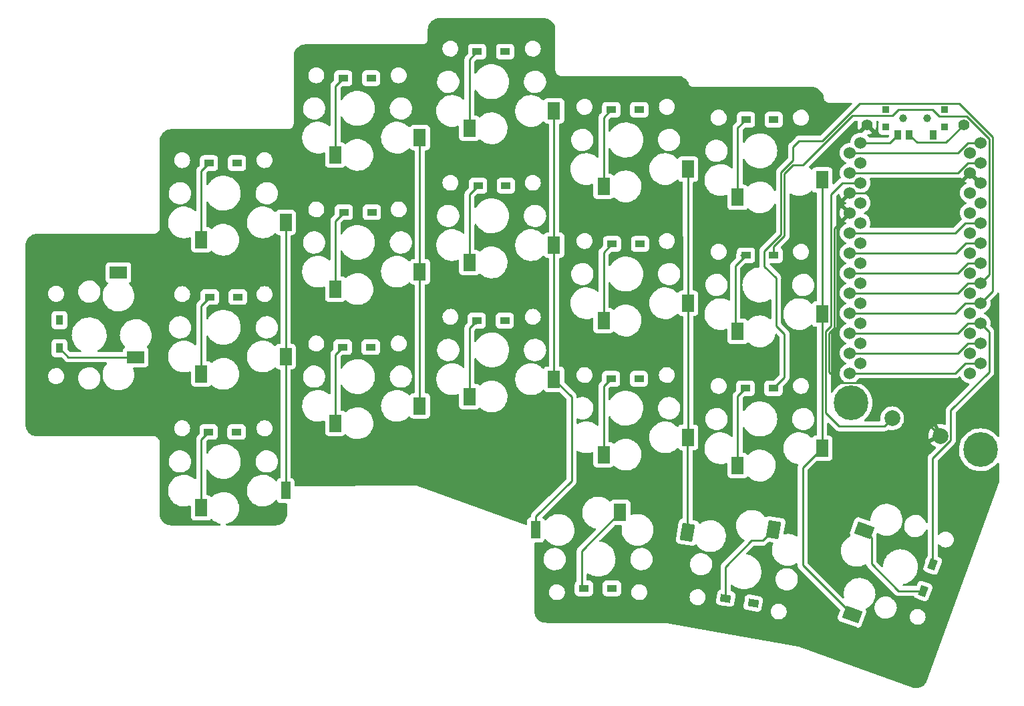
<source format=gbr>
G04 #@! TF.GenerationSoftware,KiCad,Pcbnew,(6.0.10-0)*
G04 #@! TF.CreationDate,2023-10-23T21:39:33+01:00*
G04 #@! TF.ProjectId,raven-split-38key__choc-hotswap-n!n,72617665-6e2d-4737-906c-69742d33386b,0.1*
G04 #@! TF.SameCoordinates,Original*
G04 #@! TF.FileFunction,Copper,L1,Top*
G04 #@! TF.FilePolarity,Positive*
%FSLAX46Y46*%
G04 Gerber Fmt 4.6, Leading zero omitted, Abs format (unit mm)*
G04 Created by KiCad (PCBNEW (6.0.10-0)) date 2023-10-23 21:39:33*
%MOMM*%
%LPD*%
G01*
G04 APERTURE LIST*
G04 Aperture macros list*
%AMRotRect*
0 Rectangle, with rotation*
0 The origin of the aperture is its center*
0 $1 length*
0 $2 width*
0 $3 Rotation angle, in degrees counterclockwise*
0 Add horizontal line*
21,1,$1,$2,0,0,$3*%
G04 Aperture macros list end*
G04 #@! TA.AperFunction,SMDPad,CuDef*
%ADD10R,2.200000X1.600000*%
G04 #@! TD*
G04 #@! TA.AperFunction,WasherPad*
%ADD11C,1.000000*%
G04 #@! TD*
G04 #@! TA.AperFunction,SMDPad,CuDef*
%ADD12R,0.900000X0.900000*%
G04 #@! TD*
G04 #@! TA.AperFunction,SMDPad,CuDef*
%ADD13R,0.900000X1.250000*%
G04 #@! TD*
G04 #@! TA.AperFunction,ComponentPad*
%ADD14C,1.524000*%
G04 #@! TD*
G04 #@! TA.AperFunction,SMDPad,CuDef*
%ADD15R,1.600000X2.200000*%
G04 #@! TD*
G04 #@! TA.AperFunction,SMDPad,CuDef*
%ADD16R,1.300000X0.950000*%
G04 #@! TD*
G04 #@! TA.AperFunction,SMDPad,CuDef*
%ADD17R,0.950000X1.300000*%
G04 #@! TD*
G04 #@! TA.AperFunction,SMDPad,CuDef*
%ADD18RotRect,1.300000X0.950000X170.000000*%
G04 #@! TD*
G04 #@! TA.AperFunction,SMDPad,CuDef*
%ADD19RotRect,1.300000X0.950000X250.000000*%
G04 #@! TD*
G04 #@! TA.AperFunction,SMDPad,CuDef*
%ADD20R,1.200000X2.200000*%
G04 #@! TD*
G04 #@! TA.AperFunction,SMDPad,CuDef*
%ADD21RotRect,1.600000X2.200000X350.000000*%
G04 #@! TD*
G04 #@! TA.AperFunction,ComponentPad*
%ADD22C,2.000000*%
G04 #@! TD*
G04 #@! TA.AperFunction,SMDPad,CuDef*
%ADD23RotRect,1.600000X2.200000X70.000000*%
G04 #@! TD*
G04 #@! TA.AperFunction,ComponentPad*
%ADD24C,4.400000*%
G04 #@! TD*
G04 #@! TA.AperFunction,ComponentPad*
%ADD25C,1.397000*%
G04 #@! TD*
G04 #@! TA.AperFunction,ViaPad*
%ADD26C,0.800000*%
G04 #@! TD*
G04 #@! TA.AperFunction,Conductor*
%ADD27C,0.250000*%
G04 #@! TD*
G04 APERTURE END LIST*
D10*
X52370700Y-76915700D03*
X54570700Y-87615700D03*
D11*
X154870700Y-57365700D03*
X151870700Y-57365700D03*
D12*
X149670700Y-58465700D03*
X157070700Y-56265700D03*
X149670700Y-56265700D03*
X157070700Y-58465700D03*
D13*
X155620700Y-59440700D03*
X152620700Y-59440700D03*
X151120700Y-59440700D03*
D14*
X146407100Y-60462700D03*
X160320700Y-61732700D03*
X146407100Y-63002700D03*
X160320700Y-64272700D03*
X146407100Y-65542700D03*
X160320700Y-66812700D03*
X146407100Y-68082700D03*
X160320700Y-69352700D03*
X160320700Y-71892700D03*
X146407100Y-70622700D03*
X146407100Y-73162700D03*
X160320700Y-74432700D03*
X146407100Y-75702700D03*
X160320700Y-76972700D03*
X146407100Y-78242700D03*
X160320700Y-79512700D03*
X160320700Y-82052700D03*
X146407100Y-80782700D03*
X146407100Y-83322700D03*
X160320700Y-84592700D03*
X160320700Y-87132700D03*
X146407100Y-85862700D03*
X146407100Y-88402700D03*
X160320700Y-89672700D03*
X161627100Y-88402700D03*
X145080700Y-89672700D03*
X161627100Y-85862700D03*
X145080700Y-87132700D03*
X145080700Y-84592700D03*
X161627100Y-83322700D03*
X145080700Y-82052700D03*
X161627100Y-80782700D03*
X161627100Y-78242700D03*
X145080700Y-79512700D03*
X161627100Y-75702700D03*
X145080700Y-76972700D03*
X145080700Y-74432700D03*
X161627100Y-73162700D03*
X145080700Y-71892700D03*
X161627100Y-70622700D03*
X161627100Y-68082700D03*
X145080700Y-69352700D03*
X161627100Y-65542700D03*
X145080700Y-66812700D03*
X161627100Y-63002700D03*
X145080700Y-64272700D03*
X145080700Y-61732700D03*
X161627100Y-60462700D03*
D15*
X90570700Y-59790700D03*
X79870700Y-61990700D03*
D16*
X67395700Y-63015700D03*
X63845700Y-63015700D03*
X84395700Y-52265700D03*
X80845700Y-52265700D03*
X101395700Y-48890700D03*
X97845700Y-48890700D03*
X118395700Y-56265700D03*
X114845700Y-56265700D03*
X135445700Y-57515700D03*
X131895700Y-57515700D03*
D17*
X44895700Y-82940700D03*
X44895700Y-86490700D03*
D16*
X67495700Y-80015700D03*
X63945700Y-80015700D03*
X84495700Y-69265700D03*
X80945700Y-69265700D03*
X101495700Y-65890700D03*
X97945700Y-65890700D03*
X118495700Y-73265700D03*
X114945700Y-73265700D03*
X135445700Y-74715700D03*
X131895700Y-74715700D03*
X67345700Y-97115700D03*
X63795700Y-97115700D03*
X84345700Y-86365700D03*
X80795700Y-86365700D03*
X101345700Y-82990700D03*
X97795700Y-82990700D03*
X118345700Y-90365700D03*
X114795700Y-90365700D03*
X135395700Y-91565700D03*
X131845700Y-91565700D03*
X114920700Y-116940700D03*
X111370700Y-116940700D03*
D18*
X132839234Y-118794526D03*
X129343166Y-118178074D03*
D19*
X155576886Y-113925746D03*
X154362714Y-117261654D03*
D15*
X73570700Y-70540700D03*
X62870700Y-72740700D03*
X107570700Y-56415700D03*
X96870700Y-58615700D03*
X124570700Y-63790700D03*
X113870700Y-65990700D03*
X141570700Y-65165700D03*
X130870700Y-67365700D03*
X73570700Y-87540700D03*
X62870700Y-89740700D03*
X90570700Y-76790700D03*
X79870700Y-78990700D03*
X107570700Y-73415700D03*
X96870700Y-75615700D03*
X124570700Y-80790700D03*
X113870700Y-82990700D03*
X141570700Y-82165700D03*
X130870700Y-84365700D03*
D20*
X73570700Y-104540700D03*
D15*
X62870700Y-106740700D03*
X90570700Y-93790700D03*
X79870700Y-95990700D03*
X107570700Y-90415700D03*
X96870700Y-92615700D03*
X124570700Y-97790700D03*
X113870700Y-99990700D03*
X141570700Y-99165700D03*
X130870700Y-101365700D03*
D20*
X105270700Y-109515700D03*
D15*
X115970700Y-107315700D03*
D21*
X124511617Y-109808191D03*
X135431086Y-109499649D03*
D22*
X150441699Y-95379135D03*
X156549701Y-97602265D03*
D23*
X145355380Y-120264128D03*
X146913470Y-109550942D03*
D24*
X161620700Y-99365700D03*
D25*
X147245700Y-58165700D03*
X159495700Y-58165700D03*
D24*
X145220700Y-93415700D03*
D26*
X107570700Y-73415700D03*
X107570700Y-90415700D03*
X90570700Y-93790700D03*
X101495700Y-65890700D03*
X101345700Y-82990700D03*
X84334300Y-86365700D03*
X67395700Y-63015700D03*
X67495700Y-80015700D03*
X67345700Y-97115700D03*
X44895700Y-86490700D03*
X155576886Y-113925746D03*
X114920700Y-116940700D03*
X132839234Y-118794526D03*
X135395700Y-91565700D03*
X118345700Y-90365700D03*
X118495700Y-73265700D03*
X135440000Y-74710000D03*
X135440000Y-57510000D03*
X118395700Y-56265700D03*
X101402500Y-48897500D03*
X84395700Y-52265700D03*
X84495700Y-69265700D03*
X44895700Y-82940700D03*
X63845700Y-63015700D03*
X63930700Y-80030700D03*
X63795700Y-97115700D03*
X114795700Y-90365700D03*
X114945700Y-73265700D03*
X154362714Y-117261654D03*
X111370700Y-116940700D03*
X129343166Y-118178074D03*
X131845700Y-91565700D03*
X131895700Y-74715700D03*
X131895700Y-57515700D03*
X114845700Y-56265700D03*
X80845700Y-52265700D03*
X80945700Y-69265700D03*
X80795700Y-86365700D03*
X97743200Y-83043200D03*
X97845700Y-48890700D03*
X97945700Y-65890700D03*
X141570700Y-65165700D03*
X141570700Y-99165700D03*
X145355380Y-120264128D03*
X124570700Y-97679300D03*
X105270700Y-109515700D03*
X124511617Y-109808191D03*
X124550000Y-63700000D03*
X73570700Y-70540700D03*
X73570700Y-104540700D03*
X90570700Y-59790700D03*
X107570700Y-56415700D03*
X52400000Y-76950000D03*
X73570700Y-87540700D03*
X141570700Y-82165700D03*
X124570700Y-80729300D03*
X90570700Y-76790700D03*
D27*
X136795699Y-72240697D02*
X136795699Y-64389049D01*
X145399999Y-57040700D02*
X150459300Y-57040700D01*
X135400000Y-73636396D02*
X136795699Y-72240697D01*
X136795699Y-64389049D02*
X137894049Y-63290699D01*
X150459300Y-57040700D02*
X151250000Y-56250000D01*
X156400000Y-57100000D02*
X159877448Y-57100000D01*
X137894049Y-63290699D02*
X139150000Y-63290699D01*
X135440000Y-74710000D02*
X135400000Y-74670000D01*
X139150000Y-63290699D02*
X145399999Y-57040700D01*
X135400000Y-74670000D02*
X135400000Y-73636396D01*
X151250000Y-56250000D02*
X155550000Y-56250000D01*
X155550000Y-56250000D02*
X156400000Y-57100000D01*
X130870700Y-84365700D02*
X130545701Y-84040701D01*
X130545701Y-84040701D02*
X130545701Y-76065699D01*
X130545701Y-76065699D02*
X131895700Y-74715700D01*
X163164100Y-79245700D02*
X163164100Y-59750256D01*
X138642577Y-60190699D02*
X137895699Y-60937577D01*
X146313603Y-55490700D02*
X141613604Y-60190699D01*
X163164100Y-59750256D02*
X158904544Y-55490700D01*
X158904544Y-55490700D02*
X146313603Y-55490700D01*
X141613604Y-60190699D02*
X138642577Y-60190699D01*
X134250000Y-76100000D02*
X135745701Y-77595701D01*
X137895699Y-60937577D02*
X137895699Y-62652653D01*
X136345699Y-72054301D02*
X134250000Y-74150000D01*
X161627100Y-80782700D02*
X163164100Y-79245700D01*
X136345699Y-64202653D02*
X136345699Y-72054301D01*
X137895699Y-62652653D02*
X136345699Y-64202653D01*
X134250000Y-74150000D02*
X134250000Y-76100000D01*
X135745701Y-77595701D02*
X135745701Y-83645701D01*
X135745701Y-83645701D02*
X136795699Y-84695699D01*
X136795699Y-90165701D02*
X135395700Y-91565700D01*
X136795699Y-84695699D02*
X136795699Y-90165701D01*
X156549701Y-97602265D02*
X149838136Y-90890700D01*
X149838136Y-90890700D02*
X143890700Y-90890700D01*
X142470700Y-84565696D02*
X143145700Y-83890696D01*
X143890700Y-90890700D02*
X142470700Y-89470700D01*
X142470700Y-89470700D02*
X142470700Y-84565696D01*
X143145700Y-83890696D02*
X143145700Y-71287700D01*
X143145700Y-71287700D02*
X145080700Y-69352700D01*
X155576886Y-113925746D02*
X155576886Y-100448913D01*
X155576886Y-100448913D02*
X157874701Y-98151098D01*
X157874701Y-98151098D02*
X157874701Y-94375299D01*
X157874701Y-94375299D02*
X162714100Y-89535900D01*
X162714100Y-89535900D02*
X162714100Y-84409700D01*
X162714100Y-84409700D02*
X161627100Y-83322700D01*
X146407100Y-65542700D02*
X144107300Y-65542700D01*
X144107300Y-65542700D02*
X142695700Y-66954300D01*
X142020700Y-84379300D02*
X142020700Y-94670700D01*
X142695700Y-66954300D02*
X142695700Y-83704300D01*
X142695700Y-83704300D02*
X142020700Y-84379300D01*
X142020700Y-94670700D02*
X143729135Y-96379135D01*
X143729135Y-96379135D02*
X149441699Y-96379135D01*
X149441699Y-96379135D02*
X150441699Y-95379135D01*
X145080700Y-66812700D02*
X157780700Y-66812700D01*
X157780700Y-66812700D02*
X160320700Y-64272700D01*
X155224701Y-113573561D02*
X155576886Y-113925746D01*
X159877448Y-57100000D02*
X162714100Y-59936652D01*
X162714100Y-59936652D02*
X162714100Y-77155700D01*
X162714100Y-77155700D02*
X161627100Y-78242700D01*
X131895700Y-74715700D02*
X131284300Y-74715700D01*
X141570700Y-99165700D02*
X141570700Y-82165700D01*
X63930700Y-80030700D02*
X63945700Y-80015700D01*
X97743200Y-83043200D02*
X97795700Y-82990700D01*
X146407100Y-60462700D02*
X150098700Y-60462700D01*
X150098700Y-60462700D02*
X151120700Y-59440700D01*
X152620700Y-59440700D02*
X153570700Y-60390700D01*
X153570700Y-60390700D02*
X157270700Y-60390700D01*
X157270700Y-60390700D02*
X159495700Y-58165700D01*
X145080700Y-61732700D02*
X158783449Y-61732700D01*
X158783449Y-61732700D02*
X160053449Y-60462700D01*
X160053449Y-60462700D02*
X161627100Y-60462700D01*
X145080700Y-64272700D02*
X158783449Y-64272700D01*
X158783449Y-64272700D02*
X160053449Y-63002700D01*
X160053449Y-63002700D02*
X161627100Y-63002700D01*
X145080700Y-71892700D02*
X158417449Y-71892700D01*
X158417449Y-71892700D02*
X159687449Y-70622700D01*
X159687449Y-70622700D02*
X161627100Y-70622700D01*
X145080700Y-74432700D02*
X158517300Y-74432700D01*
X158517300Y-74432700D02*
X159787300Y-73162700D01*
X159787300Y-73162700D02*
X161627100Y-73162700D01*
X145080700Y-76972700D02*
X158783449Y-76972700D01*
X158783449Y-76972700D02*
X160053449Y-75702700D01*
X160053449Y-75702700D02*
X161627100Y-75702700D01*
X145080700Y-79512700D02*
X158783449Y-79512700D01*
X160053449Y-78242700D02*
X161627100Y-78242700D01*
X158783449Y-79512700D02*
X160053449Y-78242700D01*
X145080700Y-82052700D02*
X158447300Y-82052700D01*
X158447300Y-82052700D02*
X159717300Y-80782700D01*
X159717300Y-80782700D02*
X161627100Y-80782700D01*
X145080700Y-84592700D02*
X158783449Y-84592700D01*
X160053449Y-83322700D02*
X161627100Y-83322700D01*
X158783449Y-84592700D02*
X160053449Y-83322700D01*
X145080700Y-87132700D02*
X158783449Y-87132700D01*
X158783449Y-87132700D02*
X160053449Y-85862700D01*
X160053449Y-85862700D02*
X161627100Y-85862700D01*
X145080700Y-89672700D02*
X158417449Y-89672700D01*
X158417449Y-89672700D02*
X159687449Y-88402700D01*
X159687449Y-88402700D02*
X161627100Y-88402700D01*
X124570700Y-97679300D02*
X124570700Y-80790700D01*
X124550000Y-63700000D02*
X124570700Y-63790700D01*
X124570700Y-80729300D02*
X124550000Y-63700000D01*
X139090638Y-101645762D02*
X141570700Y-99165700D01*
X139090638Y-113999386D02*
X139090638Y-101645762D01*
X145355380Y-120264128D02*
X139090638Y-113999386D01*
X130870700Y-67365700D02*
X130870700Y-58540700D01*
X130870700Y-58540700D02*
X131895700Y-57515700D01*
X113870700Y-65990700D02*
X113870700Y-57240700D01*
X113870700Y-57240700D02*
X114845700Y-56265700D01*
X113870700Y-82990700D02*
X113870700Y-74340700D01*
X113870700Y-74340700D02*
X114945700Y-73265700D01*
X130870700Y-101365700D02*
X130870700Y-92540700D01*
X130870700Y-92540700D02*
X131845700Y-91565700D01*
X154362714Y-117261654D02*
X151261654Y-117261654D01*
X151261654Y-117261654D02*
X147830815Y-113830815D01*
X147830815Y-110468287D02*
X146913470Y-109550942D01*
X147830815Y-113830815D02*
X147830815Y-110468287D01*
X129343166Y-118178074D02*
X129343166Y-114195239D01*
X129343166Y-114195239D02*
X132649970Y-110888435D01*
X132649970Y-110888435D02*
X134042300Y-110888435D01*
X134042300Y-110888435D02*
X135431086Y-109499649D01*
X111370700Y-116940700D02*
X111095699Y-116665699D01*
X111095699Y-116665699D02*
X111095699Y-112190701D01*
X111095699Y-112190701D02*
X115970700Y-107315700D01*
X113870700Y-99990700D02*
X113870700Y-91290700D01*
X113870700Y-91290700D02*
X114795700Y-90365700D01*
X54570700Y-87615700D02*
X46020700Y-87615700D01*
X46020700Y-87615700D02*
X44895700Y-86490700D01*
X79870700Y-61990700D02*
X79870700Y-53240700D01*
X79870700Y-53240700D02*
X80845700Y-52265700D01*
X96870700Y-58615700D02*
X96870700Y-49865700D01*
X96870700Y-49865700D02*
X97845700Y-48890700D01*
X96870700Y-75615700D02*
X96870700Y-66965700D01*
X96870700Y-66965700D02*
X97945700Y-65890700D01*
X79870700Y-78990700D02*
X79870700Y-70340700D01*
X79870700Y-70340700D02*
X80945700Y-69265700D01*
X62870700Y-72740700D02*
X62870700Y-63990700D01*
X62870700Y-63990700D02*
X63845700Y-63015700D01*
X62870700Y-89740700D02*
X62870700Y-81090700D01*
X62870700Y-81090700D02*
X63930700Y-80030700D01*
X62870700Y-106740700D02*
X62870700Y-98040700D01*
X62870700Y-98040700D02*
X63795700Y-97115700D01*
X79870700Y-95990700D02*
X79870700Y-87290700D01*
X79870700Y-87290700D02*
X80795700Y-86365700D01*
X96870700Y-92615700D02*
X96870700Y-83915700D01*
X96870700Y-83915700D02*
X97743200Y-83043200D01*
X124511617Y-109808191D02*
X124511617Y-97849783D01*
X124511617Y-97849783D02*
X124570700Y-97790700D01*
X105270700Y-109515700D02*
X105270700Y-107829300D01*
X105270700Y-107829300D02*
X109795699Y-103304301D01*
X109795699Y-103304301D02*
X109795699Y-92640699D01*
X109795699Y-92640699D02*
X107570700Y-90415700D01*
X141570700Y-82165700D02*
X141570700Y-65165700D01*
X124570700Y-80790700D02*
X124570700Y-80729300D01*
X124570700Y-97790700D02*
X124570700Y-97679300D01*
X107570700Y-73415700D02*
X107570700Y-56415700D01*
X107570700Y-90415700D02*
X107570700Y-73415700D01*
X90570700Y-76790700D02*
X90570700Y-59790700D01*
X90570700Y-93790700D02*
X90570700Y-76790700D01*
X73570700Y-87540700D02*
X73570700Y-70540700D01*
X73570700Y-104540700D02*
X73570700Y-87540700D01*
G04 #@! TA.AperFunction,Conductor*
G36*
X106240718Y-44625700D02*
G01*
X106255551Y-44628010D01*
X106255555Y-44628010D01*
X106264424Y-44629391D01*
X106279681Y-44627396D01*
X106305002Y-44626653D01*
X106473985Y-44638739D01*
X106491764Y-44641296D01*
X106682092Y-44682699D01*
X106699341Y-44687763D01*
X106881850Y-44755836D01*
X106898202Y-44763304D01*
X107069158Y-44856652D01*
X107084282Y-44866372D01*
X107240214Y-44983102D01*
X107253800Y-44994875D01*
X107391525Y-45132600D01*
X107403298Y-45146186D01*
X107520028Y-45302118D01*
X107529748Y-45317242D01*
X107623096Y-45488198D01*
X107630564Y-45504550D01*
X107698637Y-45687059D01*
X107703701Y-45704307D01*
X107745104Y-45894636D01*
X107747662Y-45912421D01*
X107759240Y-46074301D01*
X107758493Y-46092265D01*
X107758392Y-46100545D01*
X107757009Y-46109424D01*
X107758174Y-46118330D01*
X107761136Y-46140983D01*
X107762200Y-46157321D01*
X107762200Y-51216333D01*
X107760700Y-51235718D01*
X107757009Y-51259424D01*
X107758173Y-51268325D01*
X107761390Y-51292930D01*
X107761841Y-51296865D01*
X107762200Y-51300511D01*
X107762200Y-51300513D01*
X107761612Y-51300571D01*
X107762126Y-51302236D01*
X107762202Y-51302225D01*
X107762737Y-51305962D01*
X107762914Y-51307763D01*
X107762946Y-51308208D01*
X107763010Y-51308735D01*
X107772451Y-51404590D01*
X107812964Y-51538143D01*
X107878754Y-51661226D01*
X107967291Y-51769109D01*
X108075174Y-51857646D01*
X108198257Y-51923436D01*
X108274458Y-51946552D01*
X108325882Y-51962151D01*
X108325884Y-51962151D01*
X108331810Y-51963949D01*
X108347158Y-51965461D01*
X108412490Y-51971895D01*
X108421044Y-51973034D01*
X108450624Y-51978010D01*
X108458148Y-51979276D01*
X108464347Y-51979352D01*
X108465840Y-51979370D01*
X108465843Y-51979370D01*
X108470700Y-51979429D01*
X108498324Y-51975473D01*
X108516186Y-51974200D01*
X123221333Y-51974200D01*
X123240718Y-51975700D01*
X123255551Y-51978010D01*
X123255555Y-51978010D01*
X123264424Y-51979391D01*
X123279192Y-51977460D01*
X123304874Y-51976743D01*
X123481218Y-51989865D01*
X123499707Y-51992633D01*
X123545416Y-52002990D01*
X123696446Y-52037213D01*
X123714327Y-52042688D01*
X123902293Y-52115892D01*
X123919167Y-52123953D01*
X124094233Y-52224174D01*
X124109720Y-52234637D01*
X124268035Y-52359675D01*
X124281800Y-52372314D01*
X124419857Y-52519398D01*
X124431608Y-52533945D01*
X124546373Y-52699837D01*
X124555839Y-52715960D01*
X124630691Y-52868321D01*
X124636437Y-52884451D01*
X124636488Y-52884431D01*
X124639736Y-52892802D01*
X124641764Y-52901545D01*
X124646164Y-52909367D01*
X124653634Y-52922647D01*
X124660310Y-52936409D01*
X124687307Y-53001918D01*
X124691156Y-53007479D01*
X124771319Y-53123300D01*
X124771323Y-53123304D01*
X124775168Y-53128860D01*
X124888039Y-53234188D01*
X125020746Y-53313074D01*
X125103456Y-53340647D01*
X125160791Y-53359761D01*
X125160793Y-53359761D01*
X125167205Y-53361899D01*
X125173927Y-53362623D01*
X125173928Y-53362623D01*
X125212604Y-53366788D01*
X125268094Y-53372763D01*
X125275496Y-53373783D01*
X125286893Y-53375700D01*
X125303356Y-53378470D01*
X125303359Y-53378470D01*
X125308148Y-53379276D01*
X125314424Y-53379352D01*
X125315840Y-53379370D01*
X125315843Y-53379370D01*
X125320700Y-53379429D01*
X125348324Y-53375473D01*
X125366186Y-53374200D01*
X140221333Y-53374200D01*
X140240718Y-53375700D01*
X140255551Y-53378010D01*
X140255555Y-53378010D01*
X140264424Y-53379391D01*
X140279358Y-53377438D01*
X140304922Y-53376712D01*
X140480918Y-53389633D01*
X140499170Y-53392328D01*
X140695844Y-53436276D01*
X140713507Y-53441607D01*
X140901660Y-53513808D01*
X140918356Y-53521662D01*
X141093941Y-53620564D01*
X141109310Y-53630771D01*
X141268583Y-53754265D01*
X141282291Y-53766601D01*
X141421821Y-53912031D01*
X141433576Y-53926233D01*
X141523068Y-54052084D01*
X141550369Y-54090477D01*
X141559931Y-54106255D01*
X141651483Y-54285789D01*
X141658639Y-54302795D01*
X141722992Y-54493779D01*
X141727587Y-54511648D01*
X141757657Y-54678370D01*
X141758763Y-54695475D01*
X141758797Y-54695472D01*
X141759631Y-54704413D01*
X141759188Y-54713379D01*
X141764440Y-54735295D01*
X141767301Y-54752304D01*
X141768016Y-54759560D01*
X141772451Y-54804590D01*
X141812964Y-54938143D01*
X141878754Y-55061226D01*
X141967291Y-55169109D01*
X142075174Y-55257646D01*
X142198257Y-55323436D01*
X142257041Y-55341268D01*
X142325882Y-55362151D01*
X142325884Y-55362151D01*
X142331810Y-55363949D01*
X142347158Y-55365461D01*
X142412490Y-55371895D01*
X142421044Y-55373034D01*
X142446974Y-55377396D01*
X142458148Y-55379276D01*
X142464347Y-55379352D01*
X142465840Y-55379370D01*
X142465843Y-55379370D01*
X142470700Y-55379429D01*
X142498324Y-55375473D01*
X142516186Y-55374200D01*
X145230008Y-55374200D01*
X145298129Y-55394202D01*
X145344622Y-55447858D01*
X145354726Y-55518132D01*
X145325232Y-55582712D01*
X145319103Y-55589295D01*
X141388104Y-59520294D01*
X141325792Y-59554320D01*
X141299009Y-59557199D01*
X138721344Y-59557199D01*
X138710161Y-59556672D01*
X138702668Y-59554997D01*
X138694742Y-59555246D01*
X138694741Y-59555246D01*
X138634591Y-59557137D01*
X138630632Y-59557199D01*
X138602721Y-59557199D01*
X138598787Y-59557696D01*
X138598786Y-59557696D01*
X138598721Y-59557704D01*
X138586884Y-59558637D01*
X138554626Y-59559651D01*
X138550607Y-59559777D01*
X138542688Y-59560026D01*
X138523234Y-59565678D01*
X138503877Y-59569686D01*
X138491647Y-59571231D01*
X138491646Y-59571231D01*
X138483780Y-59572225D01*
X138476409Y-59575144D01*
X138476407Y-59575144D01*
X138442665Y-59588503D01*
X138431435Y-59592348D01*
X138396594Y-59602470D01*
X138396593Y-59602470D01*
X138388984Y-59604681D01*
X138382165Y-59608714D01*
X138382160Y-59608716D01*
X138371549Y-59614992D01*
X138353801Y-59623687D01*
X138334960Y-59631147D01*
X138328544Y-59635809D01*
X138328543Y-59635809D01*
X138299190Y-59657135D01*
X138289270Y-59663651D01*
X138258042Y-59682119D01*
X138258039Y-59682121D01*
X138251215Y-59686157D01*
X138236894Y-59700478D01*
X138221861Y-59713318D01*
X138205470Y-59725227D01*
X138179816Y-59756237D01*
X138177289Y-59759292D01*
X138169299Y-59768073D01*
X137503441Y-60433930D01*
X137495162Y-60441464D01*
X137488681Y-60445577D01*
X137459884Y-60476243D01*
X137442056Y-60495228D01*
X137439301Y-60498070D01*
X137419564Y-60517807D01*
X137417084Y-60521004D01*
X137409381Y-60530024D01*
X137379113Y-60562256D01*
X137375294Y-60569202D01*
X137375292Y-60569205D01*
X137369351Y-60580011D01*
X137358500Y-60596530D01*
X137346085Y-60612536D01*
X137342940Y-60619805D01*
X137342937Y-60619809D01*
X137328525Y-60653114D01*
X137323308Y-60663764D01*
X137302004Y-60702517D01*
X137300033Y-60710192D01*
X137300033Y-60710193D01*
X137296966Y-60722139D01*
X137290562Y-60740843D01*
X137282518Y-60759432D01*
X137281279Y-60767255D01*
X137281276Y-60767265D01*
X137275600Y-60803101D01*
X137273194Y-60814721D01*
X137267431Y-60837167D01*
X137262199Y-60857547D01*
X137262199Y-60877801D01*
X137260648Y-60897511D01*
X137257479Y-60917520D01*
X137258225Y-60925412D01*
X137261640Y-60961538D01*
X137262199Y-60973396D01*
X137262199Y-62338059D01*
X137242197Y-62406180D01*
X137225294Y-62427154D01*
X135953446Y-63699001D01*
X135945160Y-63706541D01*
X135938681Y-63710653D01*
X135933256Y-63716430D01*
X135892056Y-63760304D01*
X135889301Y-63763146D01*
X135869564Y-63782883D01*
X135867084Y-63786080D01*
X135859381Y-63795100D01*
X135829113Y-63827332D01*
X135825294Y-63834278D01*
X135825292Y-63834281D01*
X135819351Y-63845087D01*
X135808500Y-63861606D01*
X135796085Y-63877612D01*
X135792940Y-63884881D01*
X135792937Y-63884885D01*
X135778525Y-63918190D01*
X135773308Y-63928840D01*
X135752004Y-63967593D01*
X135750033Y-63975268D01*
X135750033Y-63975269D01*
X135746966Y-63987215D01*
X135740562Y-64005919D01*
X135732518Y-64024508D01*
X135731279Y-64032331D01*
X135731276Y-64032341D01*
X135725600Y-64068177D01*
X135723194Y-64079797D01*
X135717878Y-64100505D01*
X135712199Y-64122623D01*
X135712199Y-64142877D01*
X135710648Y-64162587D01*
X135707479Y-64182596D01*
X135708225Y-64190488D01*
X135711640Y-64226614D01*
X135712199Y-64238472D01*
X135712199Y-66423892D01*
X135692197Y-66492013D01*
X135638541Y-66538506D01*
X135568267Y-66548610D01*
X135503687Y-66519116D01*
X135472951Y-66479127D01*
X135470304Y-66473700D01*
X135414360Y-66358998D01*
X135411905Y-66355359D01*
X135411902Y-66355353D01*
X135317740Y-66215753D01*
X135257285Y-66126124D01*
X135211608Y-66075394D01*
X135141408Y-65997430D01*
X135069329Y-65917378D01*
X135051526Y-65902439D01*
X134911137Y-65784639D01*
X134854150Y-65736821D01*
X134615936Y-65587969D01*
X134417086Y-65499435D01*
X134363339Y-65475505D01*
X134363337Y-65475504D01*
X134359325Y-65473718D01*
X134214778Y-65432270D01*
X134093537Y-65397505D01*
X134093536Y-65397505D01*
X134089310Y-65396293D01*
X134084960Y-65395682D01*
X134084957Y-65395681D01*
X133966804Y-65379076D01*
X133811148Y-65357200D01*
X133600554Y-65357200D01*
X133598368Y-65357353D01*
X133598364Y-65357353D01*
X133394873Y-65371582D01*
X133394868Y-65371583D01*
X133390488Y-65371889D01*
X133115730Y-65430291D01*
X133111601Y-65431794D01*
X133111597Y-65431795D01*
X132855919Y-65524854D01*
X132855915Y-65524856D01*
X132851774Y-65526363D01*
X132603758Y-65658236D01*
X132600199Y-65660822D01*
X132600197Y-65660823D01*
X132380460Y-65820471D01*
X132376508Y-65823342D01*
X132373344Y-65826398D01*
X132373341Y-65826400D01*
X132246112Y-65949264D01*
X132183215Y-65982196D01*
X132112499Y-65975896D01*
X132057759Y-65934193D01*
X132033961Y-65902439D01*
X131917405Y-65815085D01*
X131781016Y-65763955D01*
X131718834Y-65757200D01*
X131630200Y-65757200D01*
X131562079Y-65737198D01*
X131515586Y-65683542D01*
X131504200Y-65631200D01*
X131504200Y-62601215D01*
X131524202Y-62533094D01*
X131577858Y-62486601D01*
X131648132Y-62476497D01*
X131712712Y-62505991D01*
X131741657Y-62542449D01*
X131785451Y-62625513D01*
X131955405Y-62864661D01*
X132155494Y-63079231D01*
X132382204Y-63265452D01*
X132631551Y-63420054D01*
X132635368Y-63421770D01*
X132635371Y-63421771D01*
X132666487Y-63435755D01*
X132899156Y-63540320D01*
X132957016Y-63557569D01*
X133176318Y-63622947D01*
X133176326Y-63622949D01*
X133180315Y-63624138D01*
X133184431Y-63624790D01*
X133184436Y-63624791D01*
X133466622Y-63669484D01*
X133466627Y-63669484D01*
X133470090Y-63670033D01*
X133519186Y-63672263D01*
X133560432Y-63674136D01*
X133560451Y-63674136D01*
X133561851Y-63674200D01*
X133745120Y-63674200D01*
X133963442Y-63659699D01*
X134251041Y-63601709D01*
X134528444Y-63506192D01*
X134532186Y-63504318D01*
X134532191Y-63504316D01*
X134787033Y-63376700D01*
X134787035Y-63376699D01*
X134790777Y-63374825D01*
X134955613Y-63262803D01*
X135029973Y-63212268D01*
X135029976Y-63212266D01*
X135033432Y-63209917D01*
X135252145Y-63014365D01*
X135443073Y-62791605D01*
X135522935Y-62668629D01*
X135600584Y-62549060D01*
X135600587Y-62549055D01*
X135602863Y-62545550D01*
X135610809Y-62528817D01*
X135695159Y-62351174D01*
X135728707Y-62280523D01*
X135738058Y-62251400D01*
X135797796Y-62065336D01*
X135818394Y-62001180D01*
X135870349Y-61712430D01*
X135879635Y-61507936D01*
X135883469Y-61423515D01*
X135883469Y-61423510D01*
X135883658Y-61419345D01*
X135881896Y-61399200D01*
X135858451Y-61131237D01*
X135858087Y-61127075D01*
X135852370Y-61101497D01*
X135794999Y-60844831D01*
X135794997Y-60844824D01*
X135794087Y-60840753D01*
X135785542Y-60817527D01*
X135738472Y-60689596D01*
X135692781Y-60565412D01*
X135682357Y-60545640D01*
X135557902Y-60309591D01*
X135557901Y-60309590D01*
X135555949Y-60305887D01*
X135385995Y-60066739D01*
X135185906Y-59852169D01*
X134959196Y-59665948D01*
X134709849Y-59511346D01*
X134706032Y-59509630D01*
X134706029Y-59509629D01*
X134619392Y-59470693D01*
X134442244Y-59391080D01*
X134351363Y-59363987D01*
X134165082Y-59308453D01*
X134165074Y-59308451D01*
X134161085Y-59307262D01*
X134156969Y-59306610D01*
X134156964Y-59306609D01*
X133874778Y-59261916D01*
X133874773Y-59261916D01*
X133871310Y-59261367D01*
X133822214Y-59259137D01*
X133780968Y-59257264D01*
X133780949Y-59257264D01*
X133779549Y-59257200D01*
X133596280Y-59257200D01*
X133377958Y-59271701D01*
X133090359Y-59329691D01*
X132953451Y-59376832D01*
X132835502Y-59417445D01*
X132812956Y-59425208D01*
X132809214Y-59427082D01*
X132809209Y-59427084D01*
X132555537Y-59554114D01*
X132550623Y-59556575D01*
X132480030Y-59604550D01*
X132315942Y-59716064D01*
X132307968Y-59721483D01*
X132304852Y-59724269D01*
X132148186Y-59864345D01*
X132089255Y-59917035D01*
X131898327Y-60139795D01*
X131828892Y-60246716D01*
X131767316Y-60341535D01*
X131738537Y-60385850D01*
X131738067Y-60385545D01*
X131689490Y-60433172D01*
X131619970Y-60447577D01*
X131553698Y-60422110D01*
X131511715Y-60364857D01*
X131504200Y-60321993D01*
X131504200Y-58855294D01*
X131524202Y-58787173D01*
X131541105Y-58766199D01*
X131771199Y-58536105D01*
X131833511Y-58502079D01*
X131860294Y-58499200D01*
X132593834Y-58499200D01*
X132656016Y-58492445D01*
X132792405Y-58441315D01*
X132908961Y-58353961D01*
X132996315Y-58237405D01*
X133047445Y-58101016D01*
X133054200Y-58038834D01*
X134287200Y-58038834D01*
X134293955Y-58101016D01*
X134345085Y-58237405D01*
X134432439Y-58353961D01*
X134548995Y-58441315D01*
X134685384Y-58492445D01*
X134747566Y-58499200D01*
X136143834Y-58499200D01*
X136206016Y-58492445D01*
X136342405Y-58441315D01*
X136458961Y-58353961D01*
X136546315Y-58237405D01*
X136597445Y-58101016D01*
X136604200Y-58038834D01*
X136604200Y-57258625D01*
X137877345Y-57258625D01*
X137883464Y-57325857D01*
X137892582Y-57426047D01*
X137895270Y-57455588D01*
X137897008Y-57461494D01*
X137897009Y-57461498D01*
X137924398Y-57554558D01*
X137951110Y-57645319D01*
X137953963Y-57650777D01*
X137953965Y-57650781D01*
X137985502Y-57711105D01*
X138042740Y-57820590D01*
X138166668Y-57974725D01*
X138171392Y-57978689D01*
X138178633Y-57984765D01*
X138318174Y-58101854D01*
X138323572Y-58104821D01*
X138323577Y-58104825D01*
X138459776Y-58179700D01*
X138491487Y-58197133D01*
X138497354Y-58198994D01*
X138497356Y-58198995D01*
X138667497Y-58252967D01*
X138680006Y-58256935D01*
X138833927Y-58274200D01*
X138940469Y-58274200D01*
X138943525Y-58273900D01*
X138943532Y-58273900D01*
X139014939Y-58266898D01*
X139087533Y-58259780D01*
X139093434Y-58257998D01*
X139093436Y-58257998D01*
X139209579Y-58222932D01*
X139276869Y-58202616D01*
X139451496Y-58109766D01*
X139540657Y-58037048D01*
X139599987Y-57988660D01*
X139599990Y-57988657D01*
X139604762Y-57984765D01*
X139613068Y-57974725D01*
X139726901Y-57837125D01*
X139726903Y-57837121D01*
X139730830Y-57832375D01*
X139824898Y-57658401D01*
X139883382Y-57469468D01*
X139888017Y-57425373D01*
X139903411Y-57278904D01*
X139903411Y-57278902D01*
X139904055Y-57272775D01*
X139894206Y-57164556D01*
X139886689Y-57081951D01*
X139886688Y-57081948D01*
X139886130Y-57075812D01*
X139882229Y-57062555D01*
X139832030Y-56891994D01*
X139830290Y-56886081D01*
X139827150Y-56880073D01*
X139761489Y-56754477D01*
X139738660Y-56710810D01*
X139614732Y-56556675D01*
X139608427Y-56551384D01*
X139580910Y-56528295D01*
X139463226Y-56429546D01*
X139457828Y-56426579D01*
X139457823Y-56426575D01*
X139310224Y-56345433D01*
X139289913Y-56334267D01*
X139284046Y-56332406D01*
X139284044Y-56332405D01*
X139107264Y-56276327D01*
X139107263Y-56276327D01*
X139101394Y-56274465D01*
X138947473Y-56257200D01*
X138840931Y-56257200D01*
X138837875Y-56257500D01*
X138837868Y-56257500D01*
X138782044Y-56262974D01*
X138693867Y-56271620D01*
X138687966Y-56273402D01*
X138687964Y-56273402D01*
X138636901Y-56288819D01*
X138504531Y-56328784D01*
X138329904Y-56421634D01*
X138275287Y-56466179D01*
X138181413Y-56542740D01*
X138181410Y-56542743D01*
X138176638Y-56546635D01*
X138172711Y-56551382D01*
X138172709Y-56551384D01*
X138054499Y-56694275D01*
X138054497Y-56694279D01*
X138050570Y-56699025D01*
X137956502Y-56872999D01*
X137898018Y-57061932D01*
X137897374Y-57068057D01*
X137897374Y-57068058D01*
X137878011Y-57252293D01*
X137877345Y-57258625D01*
X136604200Y-57258625D01*
X136604200Y-56992566D01*
X136597445Y-56930384D01*
X136546315Y-56793995D01*
X136458961Y-56677439D01*
X136342405Y-56590085D01*
X136206016Y-56538955D01*
X136143834Y-56532200D01*
X134747566Y-56532200D01*
X134685384Y-56538955D01*
X134548995Y-56590085D01*
X134432439Y-56677439D01*
X134345085Y-56793995D01*
X134293955Y-56930384D01*
X134287200Y-56992566D01*
X134287200Y-58038834D01*
X133054200Y-58038834D01*
X133054200Y-56992566D01*
X133047445Y-56930384D01*
X132996315Y-56793995D01*
X132908961Y-56677439D01*
X132792405Y-56590085D01*
X132656016Y-56538955D01*
X132593834Y-56532200D01*
X131197566Y-56532200D01*
X131135384Y-56538955D01*
X130998995Y-56590085D01*
X130882439Y-56677439D01*
X130795085Y-56793995D01*
X130743955Y-56930384D01*
X130737200Y-56992566D01*
X130737200Y-57726105D01*
X130717198Y-57794226D01*
X130700295Y-57815200D01*
X130478447Y-58037048D01*
X130470161Y-58044588D01*
X130463682Y-58048700D01*
X130458257Y-58054477D01*
X130417057Y-58098351D01*
X130414302Y-58101193D01*
X130394565Y-58120930D01*
X130392085Y-58124127D01*
X130384382Y-58133147D01*
X130354114Y-58165379D01*
X130350295Y-58172325D01*
X130350293Y-58172328D01*
X130344352Y-58183134D01*
X130333501Y-58199653D01*
X130321086Y-58215659D01*
X130317941Y-58222928D01*
X130317938Y-58222932D01*
X130303526Y-58256237D01*
X130298309Y-58266887D01*
X130277005Y-58305640D01*
X130275034Y-58313315D01*
X130275034Y-58313316D01*
X130271967Y-58325262D01*
X130265563Y-58343966D01*
X130257519Y-58362555D01*
X130256280Y-58370378D01*
X130256277Y-58370388D01*
X130250601Y-58406224D01*
X130248195Y-58417844D01*
X130239313Y-58452439D01*
X130237200Y-58460670D01*
X130237200Y-58480924D01*
X130235649Y-58500634D01*
X130232480Y-58520643D01*
X130233226Y-58528535D01*
X130236641Y-58564661D01*
X130237200Y-58576519D01*
X130237200Y-63588030D01*
X130217198Y-63656151D01*
X130163542Y-63702644D01*
X130093268Y-63712748D01*
X130030209Y-63684552D01*
X129857521Y-63539649D01*
X129857516Y-63539645D01*
X129854150Y-63536821D01*
X129615936Y-63387969D01*
X129401654Y-63292564D01*
X129363339Y-63275505D01*
X129363337Y-63275504D01*
X129359325Y-63273718D01*
X129127107Y-63207131D01*
X129093537Y-63197505D01*
X129093536Y-63197505D01*
X129089310Y-63196293D01*
X129084960Y-63195682D01*
X129084957Y-63195681D01*
X128982010Y-63181213D01*
X128811148Y-63157200D01*
X128600554Y-63157200D01*
X128598368Y-63157353D01*
X128598364Y-63157353D01*
X128394873Y-63171582D01*
X128394868Y-63171583D01*
X128390488Y-63171889D01*
X128115730Y-63230291D01*
X128111601Y-63231794D01*
X128111597Y-63231795D01*
X127855919Y-63324854D01*
X127855915Y-63324856D01*
X127851774Y-63326363D01*
X127603758Y-63458236D01*
X127600199Y-63460822D01*
X127600197Y-63460823D01*
X127380460Y-63620471D01*
X127376508Y-63623342D01*
X127373344Y-63626398D01*
X127373341Y-63626400D01*
X127298161Y-63699001D01*
X127174448Y-63818469D01*
X127001512Y-64039818D01*
X126999316Y-64043622D01*
X126999311Y-64043629D01*
X126913031Y-64193071D01*
X126861064Y-64283081D01*
X126755838Y-64543524D01*
X126754773Y-64547797D01*
X126754772Y-64547799D01*
X126689029Y-64811481D01*
X126687883Y-64816076D01*
X126687424Y-64820444D01*
X126687423Y-64820449D01*
X126662299Y-65059493D01*
X126658522Y-65095433D01*
X126658675Y-65099821D01*
X126658675Y-65099827D01*
X126667465Y-65351522D01*
X126668325Y-65376158D01*
X126669087Y-65380481D01*
X126669088Y-65380488D01*
X126685915Y-65475916D01*
X126717102Y-65652787D01*
X126803903Y-65919935D01*
X126805831Y-65923888D01*
X126805833Y-65923893D01*
X126846766Y-66007817D01*
X126927040Y-66172402D01*
X126929495Y-66176041D01*
X126929498Y-66176047D01*
X126962332Y-66224725D01*
X127084115Y-66405276D01*
X127087060Y-66408547D01*
X127087061Y-66408548D01*
X127115125Y-66439716D01*
X127272071Y-66614022D01*
X127275433Y-66616843D01*
X127275434Y-66616844D01*
X127296287Y-66634342D01*
X127487250Y-66794579D01*
X127725464Y-66943431D01*
X127982075Y-67057682D01*
X127986303Y-67058894D01*
X127986302Y-67058894D01*
X128174195Y-67112771D01*
X128252090Y-67135107D01*
X128256440Y-67135718D01*
X128256443Y-67135719D01*
X128353442Y-67149351D01*
X128530252Y-67174200D01*
X128740846Y-67174200D01*
X128743032Y-67174047D01*
X128743036Y-67174047D01*
X128946527Y-67159818D01*
X128946532Y-67159817D01*
X128950912Y-67159511D01*
X129225670Y-67101109D01*
X129393107Y-67040167D01*
X129463959Y-67035664D01*
X129525999Y-67070182D01*
X129559529Y-67132762D01*
X129562200Y-67158568D01*
X129562200Y-68513834D01*
X129568955Y-68576016D01*
X129620085Y-68712405D01*
X129707439Y-68828961D01*
X129823995Y-68916315D01*
X129960384Y-68967445D01*
X130022566Y-68974200D01*
X131718834Y-68974200D01*
X131781016Y-68967445D01*
X131917405Y-68916315D01*
X132033961Y-68828961D01*
X132044116Y-68815412D01*
X132056322Y-68799125D01*
X132113182Y-68756610D01*
X132184000Y-68751584D01*
X132250782Y-68790378D01*
X132272071Y-68814022D01*
X132487250Y-68994579D01*
X132725464Y-69143431D01*
X132982075Y-69257682D01*
X133252090Y-69335107D01*
X133256440Y-69335718D01*
X133256443Y-69335719D01*
X133338314Y-69347225D01*
X133530252Y-69374200D01*
X133740846Y-69374200D01*
X133743032Y-69374047D01*
X133743036Y-69374047D01*
X133946527Y-69359818D01*
X133946532Y-69359817D01*
X133950912Y-69359511D01*
X134225670Y-69301109D01*
X134229799Y-69299606D01*
X134229803Y-69299605D01*
X134485481Y-69206546D01*
X134485485Y-69206544D01*
X134489626Y-69205037D01*
X134737642Y-69073164D01*
X134741203Y-69070577D01*
X134961329Y-68910647D01*
X134961332Y-68910644D01*
X134964892Y-68908058D01*
X134975339Y-68897970D01*
X135081911Y-68795054D01*
X135166952Y-68712931D01*
X135339888Y-68491582D01*
X135342084Y-68487778D01*
X135342089Y-68487771D01*
X135477080Y-68253959D01*
X135528463Y-68204966D01*
X135598176Y-68191530D01*
X135664087Y-68217916D01*
X135705269Y-68275749D01*
X135712199Y-68316959D01*
X135712199Y-71739707D01*
X135692197Y-71807828D01*
X135675294Y-71828802D01*
X134765989Y-72738106D01*
X133857747Y-73646348D01*
X133849461Y-73653888D01*
X133842982Y-73658000D01*
X133837557Y-73663777D01*
X133796357Y-73707651D01*
X133793602Y-73710493D01*
X133773865Y-73730230D01*
X133771385Y-73733427D01*
X133763682Y-73742447D01*
X133733414Y-73774679D01*
X133729595Y-73781625D01*
X133729593Y-73781628D01*
X133723652Y-73792434D01*
X133712801Y-73808953D01*
X133700386Y-73824959D01*
X133697241Y-73832228D01*
X133697238Y-73832232D01*
X133682826Y-73865537D01*
X133677609Y-73876187D01*
X133656305Y-73914940D01*
X133654334Y-73922615D01*
X133654334Y-73922616D01*
X133651267Y-73934562D01*
X133644863Y-73953266D01*
X133636819Y-73971855D01*
X133635580Y-73979678D01*
X133635577Y-73979688D01*
X133629901Y-74015524D01*
X133627495Y-74027144D01*
X133623954Y-74040937D01*
X133616500Y-74069970D01*
X133616500Y-74090224D01*
X133614949Y-74109934D01*
X133611780Y-74129943D01*
X133615326Y-74167450D01*
X133615941Y-74173961D01*
X133616500Y-74185819D01*
X133616500Y-76021233D01*
X133615973Y-76032416D01*
X133614298Y-76039909D01*
X133614547Y-76047835D01*
X133614547Y-76047836D01*
X133616438Y-76107986D01*
X133616500Y-76111945D01*
X133616500Y-76137948D01*
X133596498Y-76206069D01*
X133542842Y-76252562D01*
X133498851Y-76263671D01*
X133397412Y-76270409D01*
X133377958Y-76271701D01*
X133090359Y-76329691D01*
X132812956Y-76425208D01*
X132809214Y-76427082D01*
X132809209Y-76427084D01*
X132580100Y-76541814D01*
X132550623Y-76556575D01*
X132547158Y-76558930D01*
X132315942Y-76716064D01*
X132307968Y-76721483D01*
X132089255Y-76917035D01*
X131898327Y-77139795D01*
X131847347Y-77218298D01*
X131753897Y-77362198D01*
X131738537Y-77385850D01*
X131736743Y-77389629D01*
X131736742Y-77389630D01*
X131705685Y-77455037D01*
X131612693Y-77650877D01*
X131611414Y-77654860D01*
X131611413Y-77654863D01*
X131575336Y-77767231D01*
X131523006Y-77930220D01*
X131471051Y-78218970D01*
X131469218Y-78259342D01*
X131458326Y-78499200D01*
X131457742Y-78512055D01*
X131458105Y-78516203D01*
X131458105Y-78516207D01*
X131473063Y-78687167D01*
X131483313Y-78804325D01*
X131484223Y-78808397D01*
X131484224Y-78808402D01*
X131546235Y-79085823D01*
X131547313Y-79090647D01*
X131648619Y-79365988D01*
X131650566Y-79369681D01*
X131650567Y-79369683D01*
X131778788Y-79612876D01*
X131785451Y-79625513D01*
X131955405Y-79864661D01*
X132155494Y-80079231D01*
X132382204Y-80265452D01*
X132631551Y-80420054D01*
X132635368Y-80421770D01*
X132635371Y-80421771D01*
X132688058Y-80445449D01*
X132899156Y-80540320D01*
X132957016Y-80557569D01*
X133176318Y-80622947D01*
X133176326Y-80622949D01*
X133180315Y-80624138D01*
X133184431Y-80624790D01*
X133184436Y-80624791D01*
X133466622Y-80669484D01*
X133466627Y-80669484D01*
X133470090Y-80670033D01*
X133519186Y-80672263D01*
X133560432Y-80674136D01*
X133560451Y-80674136D01*
X133561851Y-80674200D01*
X133745120Y-80674200D01*
X133963442Y-80659699D01*
X134251041Y-80601709D01*
X134528444Y-80506192D01*
X134532186Y-80504318D01*
X134532191Y-80504316D01*
X134787033Y-80376700D01*
X134787035Y-80376699D01*
X134790777Y-80374825D01*
X134847350Y-80336378D01*
X134915379Y-80290146D01*
X134982963Y-80268400D01*
X135051575Y-80286644D01*
X135099432Y-80339088D01*
X135112201Y-80394358D01*
X135112201Y-82683144D01*
X135092199Y-82751265D01*
X135038543Y-82797758D01*
X134968269Y-82807862D01*
X134905209Y-82779665D01*
X134900737Y-82775912D01*
X134882787Y-82760850D01*
X134857522Y-82739650D01*
X134857518Y-82739647D01*
X134854150Y-82736821D01*
X134615936Y-82587969D01*
X134416159Y-82499022D01*
X134363339Y-82475505D01*
X134363337Y-82475504D01*
X134359325Y-82473718D01*
X134214778Y-82432270D01*
X134093537Y-82397505D01*
X134093536Y-82397505D01*
X134089310Y-82396293D01*
X134084960Y-82395682D01*
X134084957Y-82395681D01*
X133976851Y-82380488D01*
X133811148Y-82357200D01*
X133600554Y-82357200D01*
X133598368Y-82357353D01*
X133598364Y-82357353D01*
X133394873Y-82371582D01*
X133394868Y-82371583D01*
X133390488Y-82371889D01*
X133115730Y-82430291D01*
X133111601Y-82431794D01*
X133111597Y-82431795D01*
X132855919Y-82524854D01*
X132855915Y-82524856D01*
X132851774Y-82526363D01*
X132603758Y-82658236D01*
X132600199Y-82660822D01*
X132600197Y-82660823D01*
X132380460Y-82820471D01*
X132376508Y-82823342D01*
X132373344Y-82826398D01*
X132373341Y-82826400D01*
X132246112Y-82949264D01*
X132183215Y-82982196D01*
X132112499Y-82975896D01*
X132057759Y-82934193D01*
X132051248Y-82925505D01*
X132033961Y-82902439D01*
X131917405Y-82815085D01*
X131781016Y-82763955D01*
X131718834Y-82757200D01*
X131305201Y-82757200D01*
X131237080Y-82737198D01*
X131190587Y-82683542D01*
X131179201Y-82631200D01*
X131179201Y-76380294D01*
X131199203Y-76312173D01*
X131216106Y-76291198D01*
X131771201Y-75736104D01*
X131833513Y-75702079D01*
X131860296Y-75699200D01*
X132593834Y-75699200D01*
X132656016Y-75692445D01*
X132792405Y-75641315D01*
X132908961Y-75553961D01*
X132996315Y-75437405D01*
X133047445Y-75301016D01*
X133054200Y-75238834D01*
X133054200Y-74192566D01*
X133047445Y-74130384D01*
X132996315Y-73993995D01*
X132908961Y-73877439D01*
X132792405Y-73790085D01*
X132656016Y-73738955D01*
X132593834Y-73732200D01*
X131197566Y-73732200D01*
X131135384Y-73738955D01*
X130998995Y-73790085D01*
X130882439Y-73877439D01*
X130795085Y-73993995D01*
X130743955Y-74130384D01*
X130737200Y-74192566D01*
X130737200Y-74362323D01*
X130725208Y-74415971D01*
X130723934Y-74418678D01*
X130677017Y-74518382D01*
X130647025Y-74675606D01*
X130650731Y-74734511D01*
X130656449Y-74825394D01*
X130657075Y-74835350D01*
X130659524Y-74842886D01*
X130659524Y-74842888D01*
X130687920Y-74930282D01*
X130689947Y-75001250D01*
X130657182Y-75058313D01*
X130153448Y-75562047D01*
X130145162Y-75569587D01*
X130138683Y-75573699D01*
X130133258Y-75579476D01*
X130092058Y-75623350D01*
X130089303Y-75626192D01*
X130069566Y-75645929D01*
X130067086Y-75649126D01*
X130059383Y-75658146D01*
X130029115Y-75690378D01*
X130025296Y-75697324D01*
X130025294Y-75697327D01*
X130019353Y-75708133D01*
X130008502Y-75724652D01*
X129996087Y-75740658D01*
X129992942Y-75747927D01*
X129992939Y-75747931D01*
X129978527Y-75781236D01*
X129973310Y-75791886D01*
X129952006Y-75830639D01*
X129950035Y-75838314D01*
X129950035Y-75838315D01*
X129946968Y-75850261D01*
X129940564Y-75868965D01*
X129932520Y-75887554D01*
X129931281Y-75895377D01*
X129931278Y-75895387D01*
X129925602Y-75931223D01*
X129923196Y-75942843D01*
X129916328Y-75969593D01*
X129912201Y-75985669D01*
X129912201Y-76005923D01*
X129910650Y-76025633D01*
X129907481Y-76045642D01*
X129908227Y-76053534D01*
X129911642Y-76089660D01*
X129912201Y-76101518D01*
X129912201Y-80345786D01*
X129892199Y-80413907D01*
X129838543Y-80460400D01*
X129768269Y-80470504D01*
X129719433Y-80452641D01*
X129615936Y-80387969D01*
X129405387Y-80294226D01*
X129363339Y-80275505D01*
X129363337Y-80275504D01*
X129359325Y-80273718D01*
X129114315Y-80203463D01*
X129093537Y-80197505D01*
X129093536Y-80197505D01*
X129089310Y-80196293D01*
X129084960Y-80195682D01*
X129084957Y-80195681D01*
X128982010Y-80181213D01*
X128811148Y-80157200D01*
X128600554Y-80157200D01*
X128598368Y-80157353D01*
X128598364Y-80157353D01*
X128394873Y-80171582D01*
X128394868Y-80171583D01*
X128390488Y-80171889D01*
X128115730Y-80230291D01*
X128111601Y-80231794D01*
X128111597Y-80231795D01*
X127855919Y-80324854D01*
X127855915Y-80324856D01*
X127851774Y-80326363D01*
X127603758Y-80458236D01*
X127600199Y-80460822D01*
X127600197Y-80460823D01*
X127380460Y-80620471D01*
X127376508Y-80623342D01*
X127373344Y-80626398D01*
X127373341Y-80626400D01*
X127298867Y-80698319D01*
X127174448Y-80818469D01*
X127001512Y-81039818D01*
X126999316Y-81043622D01*
X126999311Y-81043629D01*
X126928668Y-81165987D01*
X126861064Y-81283081D01*
X126755838Y-81543524D01*
X126754773Y-81547797D01*
X126754772Y-81547799D01*
X126689029Y-81811481D01*
X126687883Y-81816076D01*
X126687424Y-81820444D01*
X126687423Y-81820449D01*
X126658981Y-82091064D01*
X126658522Y-82095433D01*
X126658675Y-82099821D01*
X126658675Y-82099827D01*
X126667152Y-82342564D01*
X126668325Y-82376158D01*
X126669087Y-82380481D01*
X126669088Y-82380488D01*
X126696493Y-82535907D01*
X126717102Y-82652787D01*
X126803903Y-82919935D01*
X126805831Y-82923888D01*
X126805833Y-82923893D01*
X126845149Y-83004501D01*
X126927040Y-83172402D01*
X126929495Y-83176041D01*
X126929498Y-83176047D01*
X126992348Y-83269226D01*
X127084115Y-83405276D01*
X127087060Y-83408547D01*
X127087061Y-83408548D01*
X127112585Y-83436895D01*
X127272071Y-83614022D01*
X127275433Y-83616843D01*
X127275434Y-83616844D01*
X127299084Y-83636689D01*
X127487250Y-83794579D01*
X127725464Y-83943431D01*
X127982075Y-84057682D01*
X128009877Y-84065654D01*
X128174195Y-84112771D01*
X128252090Y-84135107D01*
X128256440Y-84135718D01*
X128256443Y-84135719D01*
X128323941Y-84145205D01*
X128530252Y-84174200D01*
X128740846Y-84174200D01*
X128743032Y-84174047D01*
X128743036Y-84174047D01*
X128946527Y-84159818D01*
X128946532Y-84159817D01*
X128950912Y-84159511D01*
X129225670Y-84101109D01*
X129393107Y-84040167D01*
X129463959Y-84035664D01*
X129525999Y-84070182D01*
X129559529Y-84132762D01*
X129562200Y-84158568D01*
X129562200Y-85513834D01*
X129568955Y-85576016D01*
X129620085Y-85712405D01*
X129707439Y-85828961D01*
X129823995Y-85916315D01*
X129960384Y-85967445D01*
X130022566Y-85974200D01*
X131718834Y-85974200D01*
X131781016Y-85967445D01*
X131917405Y-85916315D01*
X132033961Y-85828961D01*
X132044116Y-85815412D01*
X132056322Y-85799125D01*
X132113182Y-85756610D01*
X132184000Y-85751584D01*
X132250782Y-85790378D01*
X132272071Y-85814022D01*
X132487250Y-85994579D01*
X132725464Y-86143431D01*
X132905324Y-86223510D01*
X132953917Y-86245145D01*
X132982075Y-86257682D01*
X133076431Y-86284738D01*
X133190443Y-86317430D01*
X133252090Y-86335107D01*
X133256440Y-86335718D01*
X133256443Y-86335719D01*
X133350510Y-86348939D01*
X133530252Y-86374200D01*
X133740846Y-86374200D01*
X133743032Y-86374047D01*
X133743036Y-86374047D01*
X133946527Y-86359818D01*
X133946532Y-86359817D01*
X133950912Y-86359511D01*
X134225670Y-86301109D01*
X134229799Y-86299606D01*
X134229803Y-86299605D01*
X134485481Y-86206546D01*
X134485485Y-86206544D01*
X134489626Y-86205037D01*
X134737642Y-86073164D01*
X134741203Y-86070577D01*
X134961329Y-85910647D01*
X134961332Y-85910644D01*
X134964892Y-85908058D01*
X134975541Y-85897775D01*
X135081911Y-85795054D01*
X135166952Y-85712931D01*
X135339888Y-85491582D01*
X135342084Y-85487778D01*
X135342089Y-85487771D01*
X135478135Y-85252131D01*
X135480336Y-85248319D01*
X135585562Y-84987876D01*
X135588470Y-84976215D01*
X135608465Y-84896019D01*
X135652707Y-84718574D01*
X135688593Y-84657317D01*
X135751903Y-84625185D01*
X135822534Y-84632382D01*
X135864058Y-84659962D01*
X136125294Y-84921198D01*
X136159320Y-84983510D01*
X136162199Y-85010293D01*
X136162199Y-89851106D01*
X136142197Y-89919227D01*
X136125294Y-89940202D01*
X135520199Y-90545296D01*
X135457887Y-90579321D01*
X135431104Y-90582200D01*
X134697566Y-90582200D01*
X134635384Y-90588955D01*
X134498995Y-90640085D01*
X134382439Y-90727439D01*
X134295085Y-90843995D01*
X134243955Y-90980384D01*
X134237200Y-91042566D01*
X134237200Y-92088834D01*
X134243955Y-92151016D01*
X134295085Y-92287405D01*
X134382439Y-92403961D01*
X134498995Y-92491315D01*
X134635384Y-92542445D01*
X134691260Y-92548515D01*
X134693286Y-92548735D01*
X134697566Y-92549200D01*
X136093834Y-92549200D01*
X136098115Y-92548735D01*
X136100140Y-92548515D01*
X136156016Y-92542445D01*
X136292405Y-92491315D01*
X136408961Y-92403961D01*
X136496315Y-92287405D01*
X136547445Y-92151016D01*
X136554200Y-92088834D01*
X136554200Y-91355294D01*
X136574202Y-91287173D01*
X136591105Y-91266199D01*
X136598679Y-91258625D01*
X137877345Y-91258625D01*
X137883393Y-91325086D01*
X137894011Y-91441751D01*
X137895270Y-91455588D01*
X137897008Y-91461494D01*
X137897009Y-91461498D01*
X137913765Y-91518431D01*
X137951110Y-91645319D01*
X137953963Y-91650777D01*
X137953965Y-91650781D01*
X137985300Y-91710719D01*
X138042740Y-91820590D01*
X138166668Y-91974725D01*
X138171392Y-91978689D01*
X138178633Y-91984765D01*
X138318174Y-92101854D01*
X138323572Y-92104821D01*
X138323577Y-92104825D01*
X138451956Y-92175401D01*
X138491487Y-92197133D01*
X138497354Y-92198994D01*
X138497356Y-92198995D01*
X138667497Y-92252967D01*
X138680006Y-92256935D01*
X138833927Y-92274200D01*
X138940469Y-92274200D01*
X138943525Y-92273900D01*
X138943532Y-92273900D01*
X139014939Y-92266898D01*
X139087533Y-92259780D01*
X139093434Y-92257998D01*
X139093436Y-92257998D01*
X139169555Y-92235016D01*
X139276869Y-92202616D01*
X139451496Y-92109766D01*
X139556410Y-92024200D01*
X139599987Y-91988660D01*
X139599990Y-91988657D01*
X139604762Y-91984765D01*
X139629386Y-91955000D01*
X139726901Y-91837125D01*
X139726903Y-91837121D01*
X139730830Y-91832375D01*
X139824898Y-91658401D01*
X139883382Y-91469468D01*
X139888017Y-91425373D01*
X139903411Y-91278904D01*
X139903411Y-91278902D01*
X139904055Y-91272775D01*
X139894206Y-91164556D01*
X139886689Y-91081951D01*
X139886688Y-91081948D01*
X139886130Y-91075812D01*
X139882914Y-91064882D01*
X139846694Y-90941817D01*
X139830290Y-90886081D01*
X139827150Y-90880073D01*
X139771711Y-90774031D01*
X139738660Y-90710810D01*
X139614732Y-90556675D01*
X139608427Y-90551384D01*
X139574920Y-90523269D01*
X139463226Y-90429546D01*
X139457828Y-90426579D01*
X139457823Y-90426575D01*
X139307337Y-90343846D01*
X139289913Y-90334267D01*
X139284046Y-90332406D01*
X139284044Y-90332405D01*
X139107264Y-90276327D01*
X139107263Y-90276327D01*
X139101394Y-90274465D01*
X138947473Y-90257200D01*
X138840931Y-90257200D01*
X138837875Y-90257500D01*
X138837868Y-90257500D01*
X138782044Y-90262974D01*
X138693867Y-90271620D01*
X138687966Y-90273402D01*
X138687964Y-90273402D01*
X138638769Y-90288255D01*
X138504531Y-90328784D01*
X138329904Y-90421634D01*
X138255100Y-90482643D01*
X138181413Y-90542740D01*
X138181410Y-90542743D01*
X138176638Y-90546635D01*
X138172711Y-90551382D01*
X138172709Y-90551384D01*
X138054499Y-90694275D01*
X138054497Y-90694279D01*
X138050570Y-90699025D01*
X137956502Y-90872999D01*
X137898018Y-91061932D01*
X137897374Y-91068057D01*
X137897374Y-91068058D01*
X137878011Y-91252293D01*
X137877345Y-91258625D01*
X136598679Y-91258625D01*
X137187946Y-90669358D01*
X137196236Y-90661814D01*
X137202717Y-90657701D01*
X137213912Y-90645780D01*
X137249357Y-90608034D01*
X137252112Y-90605192D01*
X137271834Y-90585470D01*
X137274311Y-90582277D01*
X137282016Y-90573256D01*
X137297586Y-90556675D01*
X137312285Y-90541022D01*
X137316106Y-90534072D01*
X137322045Y-90523269D01*
X137332901Y-90506742D01*
X137340456Y-90497003D01*
X137340457Y-90497001D01*
X137345313Y-90490741D01*
X137362873Y-90450161D01*
X137368090Y-90439513D01*
X137385574Y-90407710D01*
X137385575Y-90407708D01*
X137389394Y-90400761D01*
X137394432Y-90381138D01*
X137400836Y-90362435D01*
X137405732Y-90351121D01*
X137405732Y-90351120D01*
X137408880Y-90343846D01*
X137410119Y-90336023D01*
X137410122Y-90336013D01*
X137415798Y-90300177D01*
X137418204Y-90288557D01*
X137427227Y-90253412D01*
X137427227Y-90253411D01*
X137429199Y-90245731D01*
X137429199Y-90225477D01*
X137430750Y-90205766D01*
X137432679Y-90193587D01*
X137433919Y-90185758D01*
X137429758Y-90141739D01*
X137429199Y-90129882D01*
X137429199Y-84774462D01*
X137429726Y-84763278D01*
X137431400Y-84755790D01*
X137431075Y-84745433D01*
X137429261Y-84687732D01*
X137429199Y-84683774D01*
X137429199Y-84655843D01*
X137428693Y-84651837D01*
X137427760Y-84639991D01*
X137426807Y-84609639D01*
X137426372Y-84595809D01*
X137420721Y-84576357D01*
X137416713Y-84557005D01*
X137415167Y-84544767D01*
X137415166Y-84544765D01*
X137414173Y-84536902D01*
X137397893Y-84495785D01*
X137394058Y-84484584D01*
X137381717Y-84442105D01*
X137377684Y-84435286D01*
X137377682Y-84435281D01*
X137371406Y-84424670D01*
X137362709Y-84406920D01*
X137355251Y-84388082D01*
X137349496Y-84380160D01*
X137337015Y-84362983D01*
X137329270Y-84352322D01*
X137322752Y-84342400D01*
X137304277Y-84311159D01*
X137304273Y-84311154D01*
X137300241Y-84304336D01*
X137285917Y-84290012D01*
X137273075Y-84274977D01*
X137270190Y-84271006D01*
X137261171Y-84258592D01*
X137227105Y-84230410D01*
X137218326Y-84222421D01*
X136416106Y-83420201D01*
X136382080Y-83357889D01*
X136379201Y-83331106D01*
X136379201Y-78399111D01*
X137758677Y-78399111D01*
X137767645Y-78637974D01*
X137780120Y-78697430D01*
X137814063Y-78859198D01*
X137816730Y-78871911D01*
X137904529Y-79094233D01*
X138028532Y-79298583D01*
X138032029Y-79302613D01*
X138177670Y-79470449D01*
X138185193Y-79479119D01*
X138189319Y-79482502D01*
X138189323Y-79482506D01*
X138288329Y-79563685D01*
X138370033Y-79630678D01*
X138374669Y-79633317D01*
X138374672Y-79633319D01*
X138436076Y-79668272D01*
X138577766Y-79748927D01*
X138802453Y-79830484D01*
X138807702Y-79831433D01*
X138807705Y-79831434D01*
X139033585Y-79872280D01*
X139033593Y-79872281D01*
X139037669Y-79873018D01*
X139056059Y-79873885D01*
X139061244Y-79874130D01*
X139061251Y-79874130D01*
X139062732Y-79874200D01*
X139230712Y-79874200D01*
X139408875Y-79859083D01*
X139414039Y-79857743D01*
X139414043Y-79857742D01*
X139635075Y-79800373D01*
X139635080Y-79800371D01*
X139640240Y-79799032D01*
X139759225Y-79745433D01*
X139853319Y-79703047D01*
X139853322Y-79703046D01*
X139858180Y-79700857D01*
X140056462Y-79567366D01*
X140060552Y-79563465D01*
X140162641Y-79466076D01*
X140229418Y-79402374D01*
X140250298Y-79374311D01*
X140317586Y-79283872D01*
X140372102Y-79210600D01*
X140378611Y-79197799D01*
X140478014Y-79002286D01*
X140478014Y-79002285D01*
X140480433Y-78997528D01*
X140524599Y-78855291D01*
X140549732Y-78774351D01*
X140549733Y-78774345D01*
X140551316Y-78769248D01*
X140573534Y-78601620D01*
X140582023Y-78537573D01*
X140582023Y-78537569D01*
X140582723Y-78532289D01*
X140573755Y-78293426D01*
X140548995Y-78175422D01*
X140525767Y-78064716D01*
X140525766Y-78064713D01*
X140524670Y-78059489D01*
X140436871Y-77837167D01*
X140312868Y-77632817D01*
X140309371Y-77628787D01*
X140159707Y-77456314D01*
X140159705Y-77456312D01*
X140156207Y-77452281D01*
X140152081Y-77448898D01*
X140152077Y-77448894D01*
X139980904Y-77308542D01*
X139971367Y-77300722D01*
X139966731Y-77298083D01*
X139966728Y-77298081D01*
X139768277Y-77185116D01*
X139763634Y-77182473D01*
X139538947Y-77100916D01*
X139533698Y-77099967D01*
X139533695Y-77099966D01*
X139307815Y-77059120D01*
X139307807Y-77059119D01*
X139303731Y-77058382D01*
X139285341Y-77057515D01*
X139280156Y-77057270D01*
X139280149Y-77057270D01*
X139278668Y-77057200D01*
X139110688Y-77057200D01*
X138932525Y-77072317D01*
X138927361Y-77073657D01*
X138927357Y-77073658D01*
X138706325Y-77131027D01*
X138706320Y-77131029D01*
X138701160Y-77132368D01*
X138696294Y-77134560D01*
X138488081Y-77228353D01*
X138488078Y-77228354D01*
X138483220Y-77230543D01*
X138478796Y-77233522D01*
X138478795Y-77233522D01*
X138458908Y-77246911D01*
X138284938Y-77364034D01*
X138281081Y-77367713D01*
X138281079Y-77367715D01*
X138232688Y-77413878D01*
X138111982Y-77529026D01*
X138108799Y-77533303D01*
X138108799Y-77533304D01*
X138069801Y-77585719D01*
X137969298Y-77720800D01*
X137966882Y-77725551D01*
X137966880Y-77725555D01*
X137867071Y-77921866D01*
X137860967Y-77933872D01*
X137830017Y-78033548D01*
X137791668Y-78157049D01*
X137791667Y-78157055D01*
X137790084Y-78162152D01*
X137777688Y-78255678D01*
X137759561Y-78392445D01*
X137758677Y-78399111D01*
X136379201Y-78399111D01*
X136379201Y-77674469D01*
X136379728Y-77663286D01*
X136381403Y-77655793D01*
X136379829Y-77605695D01*
X136379263Y-77587703D01*
X136379201Y-77583745D01*
X136379201Y-77555845D01*
X136378697Y-77551854D01*
X136377764Y-77540012D01*
X136377764Y-77539988D01*
X136376375Y-77495812D01*
X136370722Y-77476353D01*
X136366713Y-77456994D01*
X136366204Y-77452967D01*
X136364175Y-77436904D01*
X136361259Y-77429538D01*
X136361257Y-77429532D01*
X136347901Y-77395799D01*
X136344056Y-77384569D01*
X136333931Y-77349718D01*
X136333931Y-77349717D01*
X136331720Y-77342108D01*
X136321406Y-77324667D01*
X136312709Y-77306914D01*
X136308173Y-77295459D01*
X136305253Y-77288084D01*
X136279264Y-77252313D01*
X136272748Y-77242393D01*
X136250243Y-77204339D01*
X136235922Y-77190018D01*
X136223081Y-77174984D01*
X136219073Y-77169467D01*
X136211173Y-77158594D01*
X136177096Y-77130403D01*
X136168317Y-77122413D01*
X134960200Y-75914295D01*
X134926174Y-75851983D01*
X134931239Y-75781167D01*
X134973786Y-75724332D01*
X135040306Y-75699521D01*
X135049295Y-75699200D01*
X136143834Y-75699200D01*
X136206016Y-75692445D01*
X136342405Y-75641315D01*
X136458961Y-75553961D01*
X136546315Y-75437405D01*
X136597445Y-75301016D01*
X136604200Y-75238834D01*
X136604200Y-74258625D01*
X137877345Y-74258625D01*
X137883464Y-74325857D01*
X137892582Y-74426047D01*
X137895270Y-74455588D01*
X137897008Y-74461494D01*
X137897009Y-74461498D01*
X137913751Y-74518382D01*
X137951110Y-74645319D01*
X137953963Y-74650777D01*
X137953965Y-74650781D01*
X137985300Y-74710719D01*
X138042740Y-74820590D01*
X138166668Y-74974725D01*
X138171392Y-74978689D01*
X138178633Y-74984765D01*
X138318174Y-75101854D01*
X138323572Y-75104821D01*
X138323577Y-75104825D01*
X138451700Y-75175260D01*
X138491487Y-75197133D01*
X138497354Y-75198994D01*
X138497356Y-75198995D01*
X138665965Y-75252481D01*
X138680006Y-75256935D01*
X138833927Y-75274200D01*
X138940469Y-75274200D01*
X138943525Y-75273900D01*
X138943532Y-75273900D01*
X139002040Y-75268163D01*
X139087533Y-75259780D01*
X139093434Y-75257998D01*
X139093436Y-75257998D01*
X139201580Y-75225347D01*
X139276869Y-75202616D01*
X139451496Y-75109766D01*
X139537762Y-75039409D01*
X139599987Y-74988660D01*
X139599990Y-74988657D01*
X139604762Y-74984765D01*
X139620025Y-74966315D01*
X139726901Y-74837125D01*
X139726903Y-74837121D01*
X139730830Y-74832375D01*
X139824898Y-74658401D01*
X139883382Y-74469468D01*
X139886671Y-74438175D01*
X139903411Y-74278904D01*
X139903411Y-74278902D01*
X139904055Y-74272775D01*
X139892614Y-74147058D01*
X139886689Y-74081951D01*
X139886688Y-74081948D01*
X139886130Y-74075812D01*
X139882046Y-74061933D01*
X139847089Y-73943160D01*
X139830290Y-73886081D01*
X139827150Y-73880073D01*
X139765576Y-73762295D01*
X139738660Y-73710810D01*
X139614732Y-73556675D01*
X139608427Y-73551384D01*
X139580910Y-73528295D01*
X139463226Y-73429546D01*
X139457828Y-73426579D01*
X139457823Y-73426575D01*
X139310224Y-73345433D01*
X139289913Y-73334267D01*
X139284046Y-73332406D01*
X139284044Y-73332405D01*
X139107264Y-73276327D01*
X139107263Y-73276327D01*
X139101394Y-73274465D01*
X138947473Y-73257200D01*
X138840931Y-73257200D01*
X138837875Y-73257500D01*
X138837868Y-73257500D01*
X138782044Y-73262974D01*
X138693867Y-73271620D01*
X138687966Y-73273402D01*
X138687964Y-73273402D01*
X138636901Y-73288819D01*
X138504531Y-73328784D01*
X138329904Y-73421634D01*
X138263116Y-73476105D01*
X138181413Y-73542740D01*
X138181410Y-73542743D01*
X138176638Y-73546635D01*
X138172711Y-73551382D01*
X138172709Y-73551384D01*
X138054499Y-73694275D01*
X138054497Y-73694279D01*
X138050570Y-73699025D01*
X137956502Y-73872999D01*
X137898018Y-74061932D01*
X137897374Y-74068057D01*
X137897374Y-74068058D01*
X137878011Y-74252293D01*
X137877345Y-74258625D01*
X136604200Y-74258625D01*
X136604200Y-74192566D01*
X136597445Y-74130384D01*
X136546315Y-73993995D01*
X136458961Y-73877439D01*
X136344269Y-73791482D01*
X136301754Y-73734623D01*
X136296728Y-73663804D01*
X136330739Y-73601561D01*
X137187946Y-72744354D01*
X137196236Y-72736810D01*
X137202717Y-72732697D01*
X137228303Y-72705451D01*
X137241020Y-72691908D01*
X137249358Y-72683029D01*
X137252112Y-72680188D01*
X137271833Y-72660467D01*
X137274311Y-72657272D01*
X137282017Y-72648250D01*
X137306857Y-72621798D01*
X137312285Y-72616018D01*
X137322045Y-72598265D01*
X137332898Y-72581742D01*
X137340452Y-72572003D01*
X137345312Y-72565738D01*
X137362875Y-72525154D01*
X137368082Y-72514524D01*
X137389394Y-72475757D01*
X137391365Y-72468080D01*
X137391367Y-72468075D01*
X137394431Y-72456139D01*
X137400837Y-72437427D01*
X137405733Y-72426114D01*
X137408880Y-72418842D01*
X137410176Y-72410664D01*
X137415796Y-72375178D01*
X137418203Y-72363557D01*
X137427227Y-72328408D01*
X137427227Y-72328407D01*
X137429199Y-72320727D01*
X137429199Y-72300466D01*
X137430750Y-72280755D01*
X137432678Y-72268582D01*
X137433918Y-72260754D01*
X137429758Y-72216743D01*
X137429199Y-72204886D01*
X137429199Y-66985614D01*
X137449201Y-66917493D01*
X137502857Y-66871000D01*
X137573131Y-66860896D01*
X137621967Y-66878759D01*
X137725464Y-66943431D01*
X137982075Y-67057682D01*
X137986303Y-67058894D01*
X137986302Y-67058894D01*
X138174195Y-67112771D01*
X138252090Y-67135107D01*
X138256440Y-67135718D01*
X138256443Y-67135719D01*
X138353442Y-67149351D01*
X138530252Y-67174200D01*
X138740846Y-67174200D01*
X138743032Y-67174047D01*
X138743036Y-67174047D01*
X138946527Y-67159818D01*
X138946532Y-67159817D01*
X138950912Y-67159511D01*
X139225670Y-67101109D01*
X139229799Y-67099606D01*
X139229803Y-67099605D01*
X139485481Y-67006546D01*
X139485485Y-67006544D01*
X139489626Y-67005037D01*
X139737642Y-66873164D01*
X139741203Y-66870577D01*
X139961329Y-66710647D01*
X139961332Y-66710644D01*
X139964892Y-66708058D01*
X139968059Y-66705000D01*
X140153302Y-66526113D01*
X140216199Y-66493181D01*
X140286915Y-66499481D01*
X140341654Y-66541184D01*
X140407439Y-66628961D01*
X140523995Y-66716315D01*
X140660384Y-66767445D01*
X140722566Y-66774200D01*
X140811200Y-66774200D01*
X140879321Y-66794202D01*
X140925814Y-66847858D01*
X140937200Y-66900200D01*
X140937200Y-80431200D01*
X140917198Y-80499321D01*
X140863542Y-80545814D01*
X140811200Y-80557200D01*
X140722566Y-80557200D01*
X140660384Y-80563955D01*
X140523995Y-80615085D01*
X140407439Y-80702439D01*
X140402058Y-80709619D01*
X140402057Y-80709620D01*
X140339653Y-80792885D01*
X140282793Y-80835400D01*
X140211975Y-80840426D01*
X140145191Y-80801631D01*
X140076036Y-80724827D01*
X140069329Y-80717378D01*
X140060084Y-80709620D01*
X139923529Y-80595037D01*
X139854150Y-80536821D01*
X139615936Y-80387969D01*
X139405387Y-80294226D01*
X139363339Y-80275505D01*
X139363337Y-80275504D01*
X139359325Y-80273718D01*
X139114315Y-80203463D01*
X139093537Y-80197505D01*
X139093536Y-80197505D01*
X139089310Y-80196293D01*
X139084960Y-80195682D01*
X139084957Y-80195681D01*
X138982010Y-80181213D01*
X138811148Y-80157200D01*
X138600554Y-80157200D01*
X138598368Y-80157353D01*
X138598364Y-80157353D01*
X138394873Y-80171582D01*
X138394868Y-80171583D01*
X138390488Y-80171889D01*
X138115730Y-80230291D01*
X138111601Y-80231794D01*
X138111597Y-80231795D01*
X137855919Y-80324854D01*
X137855915Y-80324856D01*
X137851774Y-80326363D01*
X137603758Y-80458236D01*
X137600199Y-80460822D01*
X137600197Y-80460823D01*
X137380460Y-80620471D01*
X137376508Y-80623342D01*
X137373344Y-80626398D01*
X137373341Y-80626400D01*
X137298867Y-80698319D01*
X137174448Y-80818469D01*
X137001512Y-81039818D01*
X136999316Y-81043622D01*
X136999311Y-81043629D01*
X136928668Y-81165987D01*
X136861064Y-81283081D01*
X136755838Y-81543524D01*
X136754773Y-81547797D01*
X136754772Y-81547799D01*
X136689029Y-81811481D01*
X136687883Y-81816076D01*
X136687424Y-81820444D01*
X136687423Y-81820449D01*
X136658981Y-82091064D01*
X136658522Y-82095433D01*
X136658675Y-82099821D01*
X136658675Y-82099827D01*
X136667152Y-82342564D01*
X136668325Y-82376158D01*
X136669087Y-82380481D01*
X136669088Y-82380488D01*
X136696493Y-82535907D01*
X136717102Y-82652787D01*
X136803903Y-82919935D01*
X136805831Y-82923888D01*
X136805833Y-82923893D01*
X136845149Y-83004501D01*
X136927040Y-83172402D01*
X136929495Y-83176041D01*
X136929498Y-83176047D01*
X136992348Y-83269226D01*
X137084115Y-83405276D01*
X137087060Y-83408547D01*
X137087061Y-83408548D01*
X137112585Y-83436895D01*
X137272071Y-83614022D01*
X137275433Y-83616843D01*
X137275434Y-83616844D01*
X137299084Y-83636689D01*
X137487250Y-83794579D01*
X137725464Y-83943431D01*
X137982075Y-84057682D01*
X138009877Y-84065654D01*
X138174195Y-84112771D01*
X138252090Y-84135107D01*
X138256440Y-84135718D01*
X138256443Y-84135719D01*
X138323941Y-84145205D01*
X138530252Y-84174200D01*
X138740846Y-84174200D01*
X138743032Y-84174047D01*
X138743036Y-84174047D01*
X138946527Y-84159818D01*
X138946532Y-84159817D01*
X138950912Y-84159511D01*
X139225670Y-84101109D01*
X139229799Y-84099606D01*
X139229803Y-84099605D01*
X139485481Y-84006546D01*
X139485485Y-84006544D01*
X139489626Y-84005037D01*
X139737642Y-83873164D01*
X139741203Y-83870577D01*
X139961329Y-83710647D01*
X139961332Y-83710644D01*
X139964892Y-83708058D01*
X139968059Y-83705000D01*
X140153302Y-83526113D01*
X140216199Y-83493181D01*
X140286915Y-83499481D01*
X140341654Y-83541184D01*
X140407439Y-83628961D01*
X140523995Y-83716315D01*
X140660384Y-83767445D01*
X140722566Y-83774200D01*
X140811200Y-83774200D01*
X140879321Y-83794202D01*
X140925814Y-83847858D01*
X140937200Y-83900200D01*
X140937200Y-97431200D01*
X140917198Y-97499321D01*
X140863542Y-97545814D01*
X140811200Y-97557200D01*
X140722566Y-97557200D01*
X140660384Y-97563955D01*
X140523995Y-97615085D01*
X140407439Y-97702439D01*
X140402058Y-97709619D01*
X140402057Y-97709620D01*
X140339653Y-97792885D01*
X140282793Y-97835400D01*
X140211975Y-97840426D01*
X140145191Y-97801631D01*
X140074330Y-97722932D01*
X140069329Y-97717378D01*
X140060084Y-97709620D01*
X139928050Y-97598831D01*
X139854150Y-97536821D01*
X139615936Y-97387969D01*
X139402408Y-97292900D01*
X139363339Y-97275505D01*
X139363337Y-97275504D01*
X139359325Y-97273718D01*
X139127107Y-97207131D01*
X139093537Y-97197505D01*
X139093536Y-97197505D01*
X139089310Y-97196293D01*
X139084960Y-97195682D01*
X139084957Y-97195681D01*
X138982010Y-97181213D01*
X138811148Y-97157200D01*
X138600554Y-97157200D01*
X138598368Y-97157353D01*
X138598364Y-97157353D01*
X138394873Y-97171582D01*
X138394868Y-97171583D01*
X138390488Y-97171889D01*
X138115730Y-97230291D01*
X138111601Y-97231794D01*
X138111597Y-97231795D01*
X137855919Y-97324854D01*
X137855915Y-97324856D01*
X137851774Y-97326363D01*
X137603758Y-97458236D01*
X137600199Y-97460822D01*
X137600197Y-97460823D01*
X137380460Y-97620471D01*
X137376508Y-97623342D01*
X137373344Y-97626398D01*
X137373341Y-97626400D01*
X137297486Y-97699653D01*
X137174448Y-97818469D01*
X137001512Y-98039818D01*
X136999316Y-98043622D01*
X136999311Y-98043629D01*
X136886624Y-98238809D01*
X136861064Y-98283081D01*
X136755838Y-98543524D01*
X136754773Y-98547797D01*
X136754772Y-98547799D01*
X136691372Y-98802084D01*
X136687883Y-98816076D01*
X136687424Y-98820444D01*
X136687423Y-98820449D01*
X136665754Y-99026625D01*
X136658522Y-99095433D01*
X136658675Y-99099821D01*
X136658675Y-99099827D01*
X136666968Y-99337285D01*
X136668325Y-99376158D01*
X136669087Y-99380481D01*
X136669088Y-99380488D01*
X136691224Y-99506027D01*
X136717102Y-99652787D01*
X136803903Y-99919935D01*
X136805831Y-99923888D01*
X136805833Y-99923893D01*
X136846155Y-100006564D01*
X136927040Y-100172402D01*
X136929495Y-100176041D01*
X136929498Y-100176047D01*
X136957213Y-100217136D01*
X137084115Y-100405276D01*
X137087060Y-100408547D01*
X137087061Y-100408548D01*
X137115125Y-100439716D01*
X137272071Y-100614022D01*
X137275433Y-100616843D01*
X137275434Y-100616844D01*
X137296287Y-100634342D01*
X137487250Y-100794579D01*
X137725464Y-100943431D01*
X137982075Y-101057682D01*
X137986303Y-101058894D01*
X137986302Y-101058894D01*
X138174195Y-101112771D01*
X138252090Y-101135107D01*
X138256437Y-101135718D01*
X138256442Y-101135719D01*
X138353349Y-101149338D01*
X138436389Y-101161008D01*
X138501062Y-101190296D01*
X138539635Y-101249900D01*
X138539860Y-101320896D01*
X138534489Y-101335823D01*
X138523464Y-101361300D01*
X138518247Y-101371949D01*
X138496943Y-101410702D01*
X138494972Y-101418377D01*
X138494972Y-101418378D01*
X138491905Y-101430324D01*
X138485501Y-101449028D01*
X138477457Y-101467617D01*
X138476218Y-101475440D01*
X138476215Y-101475450D01*
X138470539Y-101511286D01*
X138468133Y-101522906D01*
X138457138Y-101565732D01*
X138457138Y-101585986D01*
X138455587Y-101605696D01*
X138452418Y-101625705D01*
X138453164Y-101633597D01*
X138456579Y-101669723D01*
X138457138Y-101681581D01*
X138457138Y-110228338D01*
X138437136Y-110296459D01*
X138383480Y-110342952D01*
X138313206Y-110353056D01*
X138264370Y-110335193D01*
X138160873Y-110270521D01*
X137940455Y-110172384D01*
X137908276Y-110158057D01*
X137908274Y-110158056D01*
X137904262Y-110156270D01*
X137765043Y-110116350D01*
X137638474Y-110080057D01*
X137638473Y-110080057D01*
X137634247Y-110078845D01*
X137629897Y-110078234D01*
X137629894Y-110078233D01*
X137526947Y-110063765D01*
X137356085Y-110039752D01*
X137145491Y-110039752D01*
X137143305Y-110039905D01*
X137143301Y-110039905D01*
X136939810Y-110054134D01*
X136939805Y-110054135D01*
X136935425Y-110054441D01*
X136931129Y-110055354D01*
X136931116Y-110055356D01*
X136834019Y-110075995D01*
X136763229Y-110070594D01*
X136706596Y-110027777D01*
X136682102Y-109961140D01*
X136683736Y-109930869D01*
X136689338Y-109899102D01*
X136919078Y-108596176D01*
X136923224Y-108533766D01*
X136896554Y-108390570D01*
X136860258Y-108318872D01*
X136834822Y-108268625D01*
X136834820Y-108268622D01*
X136830767Y-108260616D01*
X136780528Y-108207023D01*
X136737288Y-108160896D01*
X136737285Y-108160894D01*
X136731151Y-108154350D01*
X136723426Y-108149790D01*
X136723424Y-108149789D01*
X136612517Y-108084329D01*
X136612514Y-108084328D01*
X136605712Y-108080313D01*
X136598128Y-108078110D01*
X136598124Y-108078108D01*
X136569774Y-108069872D01*
X136545648Y-108062863D01*
X134875150Y-107768309D01*
X134852920Y-107766832D01*
X134820618Y-107764686D01*
X134820615Y-107764686D01*
X134812740Y-107764163D01*
X134669544Y-107790833D01*
X134604567Y-107823727D01*
X134547599Y-107852565D01*
X134547596Y-107852567D01*
X134539590Y-107856620D01*
X134510548Y-107883845D01*
X134447170Y-107915841D01*
X134376555Y-107908493D01*
X134319916Y-107862378D01*
X134262671Y-107777508D01*
X134262671Y-107777507D01*
X134260209Y-107773858D01*
X134251951Y-107764686D01*
X134140793Y-107641233D01*
X134072253Y-107565112D01*
X134049826Y-107546293D01*
X133971318Y-107480417D01*
X133857074Y-107384555D01*
X133618860Y-107235703D01*
X133362249Y-107121452D01*
X133092234Y-107044027D01*
X133087884Y-107043416D01*
X133087881Y-107043415D01*
X132984934Y-107028947D01*
X132814072Y-107004934D01*
X132603478Y-107004934D01*
X132601292Y-107005087D01*
X132601288Y-107005087D01*
X132397797Y-107019316D01*
X132397792Y-107019317D01*
X132393412Y-107019623D01*
X132118654Y-107078025D01*
X132114525Y-107079528D01*
X132114521Y-107079529D01*
X131858843Y-107172588D01*
X131858839Y-107172590D01*
X131854698Y-107174097D01*
X131606682Y-107305970D01*
X131603123Y-107308556D01*
X131603121Y-107308557D01*
X131393400Y-107460928D01*
X131379432Y-107471076D01*
X131376268Y-107474132D01*
X131376265Y-107474134D01*
X131292010Y-107555498D01*
X131177372Y-107666203D01*
X131064383Y-107810823D01*
X131017719Y-107870551D01*
X131004436Y-107887552D01*
X131002240Y-107891356D01*
X131002235Y-107891363D01*
X130918141Y-108037019D01*
X130863988Y-108130815D01*
X130758762Y-108391258D01*
X130757697Y-108395531D01*
X130757696Y-108395533D01*
X130699014Y-108630895D01*
X130690807Y-108663810D01*
X130690348Y-108668178D01*
X130690347Y-108668183D01*
X130666321Y-108896784D01*
X130661446Y-108943167D01*
X130661599Y-108947555D01*
X130661599Y-108947561D01*
X130670683Y-109207682D01*
X130671249Y-109223892D01*
X130672011Y-109228215D01*
X130672012Y-109228222D01*
X130688936Y-109324200D01*
X130720026Y-109500521D01*
X130806827Y-109767669D01*
X130808755Y-109771622D01*
X130808757Y-109771627D01*
X130856539Y-109869593D01*
X130929964Y-110020136D01*
X130932419Y-110023775D01*
X130932422Y-110023781D01*
X130992495Y-110112843D01*
X131087039Y-110253010D01*
X131089984Y-110256281D01*
X131089985Y-110256282D01*
X131142781Y-110314918D01*
X131274995Y-110461756D01*
X131490174Y-110642313D01*
X131493906Y-110644645D01*
X131669720Y-110754506D01*
X131716890Y-110807567D01*
X131727885Y-110877707D01*
X131699214Y-110942657D01*
X131692045Y-110950455D01*
X128950913Y-113691587D01*
X128942627Y-113699127D01*
X128936148Y-113703239D01*
X128930723Y-113709016D01*
X128889523Y-113752890D01*
X128886784Y-113755716D01*
X128867031Y-113775469D01*
X128864551Y-113778666D01*
X128856848Y-113787686D01*
X128826580Y-113819918D01*
X128822761Y-113826864D01*
X128822759Y-113826867D01*
X128816818Y-113837673D01*
X128805967Y-113854192D01*
X128793552Y-113870198D01*
X128790407Y-113877467D01*
X128790404Y-113877471D01*
X128775992Y-113910776D01*
X128770775Y-113921426D01*
X128749471Y-113960179D01*
X128747500Y-113967854D01*
X128747500Y-113967855D01*
X128744433Y-113979801D01*
X128738029Y-113998505D01*
X128729985Y-114017094D01*
X128728746Y-114024917D01*
X128728743Y-114024927D01*
X128723067Y-114060763D01*
X128720661Y-114072383D01*
X128709666Y-114115209D01*
X128709666Y-114135463D01*
X128708115Y-114155173D01*
X128704946Y-114175182D01*
X128705692Y-114183074D01*
X128709107Y-114219200D01*
X128709666Y-114231058D01*
X128709666Y-116991706D01*
X128689664Y-117059827D01*
X128636008Y-117106320D01*
X128628105Y-117109452D01*
X128620815Y-117110810D01*
X128612809Y-117114863D01*
X128612806Y-117114864D01*
X128498870Y-117172542D01*
X128498867Y-117172544D01*
X128490861Y-117176597D01*
X128447737Y-117217023D01*
X128391141Y-117270077D01*
X128391139Y-117270079D01*
X128384595Y-117276214D01*
X128310558Y-117401652D01*
X128293107Y-117461716D01*
X128203719Y-117968663D01*
X128113467Y-118480511D01*
X128111425Y-118492089D01*
X128111199Y-118495493D01*
X128107969Y-118544130D01*
X128107280Y-118554499D01*
X128133949Y-118697695D01*
X128138003Y-118705703D01*
X128195681Y-118819640D01*
X128195683Y-118819643D01*
X128199736Y-118827649D01*
X128205876Y-118834199D01*
X128293216Y-118927370D01*
X128293219Y-118927372D01*
X128299353Y-118933916D01*
X128307081Y-118938477D01*
X128417986Y-119003937D01*
X128417989Y-119003938D01*
X128424791Y-119007953D01*
X128432375Y-119010156D01*
X128432379Y-119010158D01*
X128460729Y-119018394D01*
X128484855Y-119025403D01*
X129859911Y-119267862D01*
X129882141Y-119269339D01*
X129914443Y-119271485D01*
X129914446Y-119271485D01*
X129922321Y-119272008D01*
X130065517Y-119245338D01*
X130130494Y-119212445D01*
X130187462Y-119183606D01*
X130187465Y-119183604D01*
X130195471Y-119179551D01*
X130204645Y-119170951D01*
X131603348Y-119170951D01*
X131630017Y-119314147D01*
X131634071Y-119322155D01*
X131691749Y-119436092D01*
X131691751Y-119436095D01*
X131695804Y-119444101D01*
X131701944Y-119450651D01*
X131789284Y-119543822D01*
X131789287Y-119543824D01*
X131795421Y-119550368D01*
X131803149Y-119554929D01*
X131914054Y-119620389D01*
X131914057Y-119620390D01*
X131920859Y-119624405D01*
X131928443Y-119626608D01*
X131928447Y-119626610D01*
X131956797Y-119634846D01*
X131980923Y-119641855D01*
X133355979Y-119884314D01*
X133378209Y-119885791D01*
X133410511Y-119887937D01*
X133410514Y-119887937D01*
X133418389Y-119888460D01*
X133561585Y-119861790D01*
X133566383Y-119859361D01*
X135047119Y-119859361D01*
X135050830Y-119900137D01*
X135061784Y-120020498D01*
X135065044Y-120056324D01*
X135120884Y-120246055D01*
X135123737Y-120251513D01*
X135123739Y-120251517D01*
X135149454Y-120300705D01*
X135212514Y-120421326D01*
X135336442Y-120575461D01*
X135341166Y-120579425D01*
X135348407Y-120585501D01*
X135487948Y-120702590D01*
X135493346Y-120705557D01*
X135493351Y-120705561D01*
X135596275Y-120762143D01*
X135661261Y-120797869D01*
X135667128Y-120799730D01*
X135667130Y-120799731D01*
X135843910Y-120855809D01*
X135849780Y-120857671D01*
X136003701Y-120874936D01*
X136110243Y-120874936D01*
X136113299Y-120874636D01*
X136113306Y-120874636D01*
X136171814Y-120868899D01*
X136257307Y-120860516D01*
X136263208Y-120858734D01*
X136263210Y-120858734D01*
X136336527Y-120836598D01*
X136446643Y-120803352D01*
X136621270Y-120710502D01*
X136729703Y-120622066D01*
X136769761Y-120589396D01*
X136769764Y-120589393D01*
X136774536Y-120585501D01*
X136804935Y-120548755D01*
X136896675Y-120437861D01*
X136896677Y-120437857D01*
X136900604Y-120433111D01*
X136994672Y-120259137D01*
X137053156Y-120070204D01*
X137060867Y-119996842D01*
X137073185Y-119879640D01*
X137073185Y-119879638D01*
X137073829Y-119873511D01*
X137064428Y-119770214D01*
X137056463Y-119682687D01*
X137056462Y-119682684D01*
X137055904Y-119676548D01*
X137052801Y-119666003D01*
X137018768Y-119550368D01*
X137000064Y-119486817D01*
X136992489Y-119472326D01*
X136911287Y-119317004D01*
X136908434Y-119311546D01*
X136784506Y-119157411D01*
X136778201Y-119152120D01*
X136722263Y-119105183D01*
X136633000Y-119030282D01*
X136627602Y-119027315D01*
X136627597Y-119027311D01*
X136465082Y-118937969D01*
X136465083Y-118937969D01*
X136459687Y-118935003D01*
X136453820Y-118933142D01*
X136453818Y-118933141D01*
X136277038Y-118877063D01*
X136277037Y-118877063D01*
X136271168Y-118875201D01*
X136117247Y-118857936D01*
X136010705Y-118857936D01*
X136007649Y-118858236D01*
X136007642Y-118858236D01*
X135949134Y-118863973D01*
X135863641Y-118872356D01*
X135857740Y-118874138D01*
X135857738Y-118874138D01*
X135796345Y-118892674D01*
X135674305Y-118929520D01*
X135499678Y-119022370D01*
X135467971Y-119048230D01*
X135351187Y-119143476D01*
X135351184Y-119143479D01*
X135346412Y-119147371D01*
X135342485Y-119152118D01*
X135342483Y-119152120D01*
X135224273Y-119295011D01*
X135224271Y-119295015D01*
X135220344Y-119299761D01*
X135126276Y-119473735D01*
X135067792Y-119662668D01*
X135067148Y-119668793D01*
X135067148Y-119668794D01*
X135050343Y-119828691D01*
X135047119Y-119859361D01*
X133566383Y-119859361D01*
X133629589Y-119827364D01*
X133683530Y-119800058D01*
X133683533Y-119800056D01*
X133691539Y-119796003D01*
X133751169Y-119740104D01*
X133791259Y-119702523D01*
X133791261Y-119702521D01*
X133797805Y-119696386D01*
X133871842Y-119570948D01*
X133889293Y-119510884D01*
X134060004Y-118542731D01*
X134070383Y-118483869D01*
X134070383Y-118483867D01*
X134070975Y-118480511D01*
X134072891Y-118451668D01*
X134074597Y-118425980D01*
X134074597Y-118425978D01*
X134075120Y-118418101D01*
X134048451Y-118274905D01*
X134029413Y-118237298D01*
X133986719Y-118152960D01*
X133986717Y-118152957D01*
X133982664Y-118144951D01*
X133974396Y-118136131D01*
X133889184Y-118045230D01*
X133889181Y-118045228D01*
X133883047Y-118038684D01*
X133826564Y-118005346D01*
X133764414Y-117968663D01*
X133764411Y-117968662D01*
X133757609Y-117964647D01*
X133750025Y-117962444D01*
X133750021Y-117962442D01*
X133714948Y-117952253D01*
X133697545Y-117947197D01*
X132322489Y-117704738D01*
X132300180Y-117703256D01*
X132267957Y-117701115D01*
X132267954Y-117701115D01*
X132260079Y-117700592D01*
X132116883Y-117727262D01*
X132051906Y-117760155D01*
X131994938Y-117788994D01*
X131994935Y-117788996D01*
X131986929Y-117793049D01*
X131937858Y-117839050D01*
X131887209Y-117886529D01*
X131887207Y-117886531D01*
X131880663Y-117892666D01*
X131806626Y-118018104D01*
X131789175Y-118078168D01*
X131723317Y-118451668D01*
X131615213Y-119064761D01*
X131607493Y-119108541D01*
X131607267Y-119111945D01*
X131604511Y-119153447D01*
X131603348Y-119170951D01*
X130204645Y-119170951D01*
X130255101Y-119123652D01*
X130295191Y-119086071D01*
X130295193Y-119086069D01*
X130301737Y-119079934D01*
X130375774Y-118954496D01*
X130393225Y-118894432D01*
X130549994Y-118005346D01*
X130574315Y-117867417D01*
X130574315Y-117867415D01*
X130574907Y-117864059D01*
X130579052Y-117801649D01*
X130552383Y-117658453D01*
X130522513Y-117599449D01*
X130490651Y-117536508D01*
X130490649Y-117536505D01*
X130486596Y-117528499D01*
X130463740Y-117504117D01*
X130393116Y-117428778D01*
X130393113Y-117428776D01*
X130386979Y-117422232D01*
X130339393Y-117394146D01*
X130268346Y-117352211D01*
X130268343Y-117352210D01*
X130261541Y-117348195D01*
X130253957Y-117345992D01*
X130253953Y-117345990D01*
X130225603Y-117337754D01*
X130201477Y-117330745D01*
X130080786Y-117309464D01*
X130017174Y-117277937D01*
X129980704Y-117217023D01*
X129976666Y-117185378D01*
X129976666Y-116574738D01*
X129996668Y-116506617D01*
X130050324Y-116460124D01*
X130120598Y-116450020D01*
X130182642Y-116477373D01*
X130360604Y-116623552D01*
X130609951Y-116778154D01*
X130613768Y-116779870D01*
X130613771Y-116779871D01*
X130648928Y-116795671D01*
X130877556Y-116898420D01*
X130965506Y-116924639D01*
X131154718Y-116981047D01*
X131154726Y-116981049D01*
X131158715Y-116982238D01*
X131162831Y-116982890D01*
X131162836Y-116982891D01*
X131445022Y-117027584D01*
X131445027Y-117027584D01*
X131448490Y-117028133D01*
X131497586Y-117030363D01*
X131538832Y-117032236D01*
X131538851Y-117032236D01*
X131540251Y-117032300D01*
X131723520Y-117032300D01*
X131941842Y-117017799D01*
X132229441Y-116959809D01*
X132480526Y-116873354D01*
X132502880Y-116865657D01*
X132502881Y-116865656D01*
X132506844Y-116864292D01*
X132510586Y-116862418D01*
X132510591Y-116862416D01*
X132765433Y-116734800D01*
X132765435Y-116734799D01*
X132769177Y-116732925D01*
X132957718Y-116604793D01*
X133008373Y-116570368D01*
X133008376Y-116570366D01*
X133011832Y-116568017D01*
X133132504Y-116460124D01*
X133227428Y-116375252D01*
X133227429Y-116375251D01*
X133230545Y-116372465D01*
X133421473Y-116149705D01*
X133521766Y-115995268D01*
X133578984Y-115907160D01*
X133578987Y-115907155D01*
X133581263Y-115903650D01*
X133606388Y-115850738D01*
X133657643Y-115742794D01*
X133672134Y-115712276D01*
X135653520Y-115712276D01*
X135662488Y-115951139D01*
X135674196Y-116006938D01*
X135703417Y-116146203D01*
X135711573Y-116185076D01*
X135799372Y-116407398D01*
X135923375Y-116611748D01*
X135926872Y-116615778D01*
X136069265Y-116779871D01*
X136080036Y-116792284D01*
X136084162Y-116795667D01*
X136084166Y-116795671D01*
X136165568Y-116862416D01*
X136264876Y-116943843D01*
X136269512Y-116946482D01*
X136269515Y-116946484D01*
X136395284Y-117018076D01*
X136472609Y-117062092D01*
X136697296Y-117143649D01*
X136702545Y-117144598D01*
X136702548Y-117144599D01*
X136928428Y-117185445D01*
X136928436Y-117185446D01*
X136932512Y-117186183D01*
X136950902Y-117187050D01*
X136956087Y-117187295D01*
X136956094Y-117187295D01*
X136957575Y-117187365D01*
X137125555Y-117187365D01*
X137303718Y-117172248D01*
X137308882Y-117170908D01*
X137308886Y-117170907D01*
X137529918Y-117113538D01*
X137529923Y-117113536D01*
X137535083Y-117112197D01*
X137574897Y-117094262D01*
X137748162Y-117016212D01*
X137748165Y-117016211D01*
X137753023Y-117014022D01*
X137951305Y-116880531D01*
X137958829Y-116873354D01*
X138056824Y-116779871D01*
X138124261Y-116715539D01*
X138266945Y-116523765D01*
X138275415Y-116507107D01*
X138372857Y-116315451D01*
X138372857Y-116315450D01*
X138375276Y-116310693D01*
X138414408Y-116184667D01*
X138444575Y-116087516D01*
X138444576Y-116087510D01*
X138446159Y-116082413D01*
X138467227Y-115923459D01*
X138476866Y-115850738D01*
X138476866Y-115850734D01*
X138477566Y-115845454D01*
X138475565Y-115792143D01*
X138472566Y-115712276D01*
X138468598Y-115606591D01*
X138439983Y-115470214D01*
X138420610Y-115377881D01*
X138420609Y-115377878D01*
X138419513Y-115372654D01*
X138331714Y-115150332D01*
X138207711Y-114945982D01*
X138180785Y-114914952D01*
X138054550Y-114769479D01*
X138054548Y-114769477D01*
X138051050Y-114765446D01*
X138046924Y-114762063D01*
X138046920Y-114762059D01*
X137922410Y-114659968D01*
X137866210Y-114613887D01*
X137861574Y-114611248D01*
X137861571Y-114611246D01*
X137685156Y-114510825D01*
X137658477Y-114495638D01*
X137433790Y-114414081D01*
X137428541Y-114413132D01*
X137428538Y-114413131D01*
X137202658Y-114372285D01*
X137202650Y-114372284D01*
X137198574Y-114371547D01*
X137180184Y-114370680D01*
X137174999Y-114370435D01*
X137174992Y-114370435D01*
X137173511Y-114370365D01*
X137005531Y-114370365D01*
X136827368Y-114385482D01*
X136822204Y-114386822D01*
X136822200Y-114386823D01*
X136601168Y-114444192D01*
X136601163Y-114444194D01*
X136596003Y-114445533D01*
X136591137Y-114447725D01*
X136382924Y-114541518D01*
X136382921Y-114541519D01*
X136378063Y-114543708D01*
X136179781Y-114677199D01*
X136006825Y-114842191D01*
X135864141Y-115033965D01*
X135861725Y-115038716D01*
X135861723Y-115038720D01*
X135805492Y-115149319D01*
X135755810Y-115247037D01*
X135723731Y-115350347D01*
X135686511Y-115470214D01*
X135686510Y-115470220D01*
X135684927Y-115475317D01*
X135684226Y-115480609D01*
X135663088Y-115640091D01*
X135653520Y-115712276D01*
X133672134Y-115712276D01*
X133707107Y-115638623D01*
X133711449Y-115625101D01*
X133761177Y-115470214D01*
X133796794Y-115359280D01*
X133848749Y-115070530D01*
X133859492Y-114833952D01*
X133861869Y-114781615D01*
X133861869Y-114781610D01*
X133862058Y-114777445D01*
X133861158Y-114767152D01*
X133841424Y-114541605D01*
X133836487Y-114485175D01*
X133833693Y-114472674D01*
X133773399Y-114202931D01*
X133773397Y-114202924D01*
X133772487Y-114198853D01*
X133769444Y-114190581D01*
X133736794Y-114101843D01*
X133671181Y-113923512D01*
X133591649Y-113772665D01*
X133536302Y-113667691D01*
X133536301Y-113667690D01*
X133534349Y-113663987D01*
X133364395Y-113424839D01*
X133164306Y-113210269D01*
X132937596Y-113024048D01*
X132688249Y-112869446D01*
X132684432Y-112867730D01*
X132684429Y-112867729D01*
X132610391Y-112834455D01*
X132420644Y-112749180D01*
X132279632Y-112707142D01*
X132143482Y-112666553D01*
X132143474Y-112666551D01*
X132139485Y-112665362D01*
X132135369Y-112664710D01*
X132135364Y-112664709D01*
X132103844Y-112659717D01*
X132063854Y-112653383D01*
X131999702Y-112622972D01*
X131962175Y-112562704D01*
X131963188Y-112491715D01*
X131994470Y-112439840D01*
X132875470Y-111558840D01*
X132937782Y-111524814D01*
X132964565Y-111521935D01*
X133963533Y-111521935D01*
X133974716Y-111522462D01*
X133982209Y-111524137D01*
X133990135Y-111523888D01*
X133990136Y-111523888D01*
X134050286Y-111521997D01*
X134054245Y-111521935D01*
X134082156Y-111521935D01*
X134086091Y-111521438D01*
X134086156Y-111521430D01*
X134097993Y-111520497D01*
X134130251Y-111519483D01*
X134134270Y-111519357D01*
X134142189Y-111519108D01*
X134161643Y-111513456D01*
X134181000Y-111509448D01*
X134193230Y-111507903D01*
X134193231Y-111507903D01*
X134201097Y-111506909D01*
X134208468Y-111503990D01*
X134208470Y-111503990D01*
X134242212Y-111490631D01*
X134253442Y-111486786D01*
X134288283Y-111476664D01*
X134288284Y-111476664D01*
X134295893Y-111474453D01*
X134302712Y-111470420D01*
X134302717Y-111470418D01*
X134313328Y-111464142D01*
X134331076Y-111455447D01*
X134349917Y-111447987D01*
X134385687Y-111421999D01*
X134395607Y-111415483D01*
X134426835Y-111397015D01*
X134426838Y-111397013D01*
X134433662Y-111392977D01*
X134447983Y-111378656D01*
X134463017Y-111365815D01*
X134479407Y-111353907D01*
X134484457Y-111347803D01*
X134484462Y-111347798D01*
X134507593Y-111319837D01*
X134515583Y-111311056D01*
X134757832Y-111068808D01*
X134820144Y-111034783D01*
X134868807Y-111033818D01*
X134944837Y-111047224D01*
X135266759Y-111103988D01*
X135330370Y-111135514D01*
X135366839Y-111196428D01*
X135364587Y-111267389D01*
X135361703Y-111275273D01*
X135302426Y-111421988D01*
X135302423Y-111421996D01*
X135300775Y-111426076D01*
X135299710Y-111430349D01*
X135299709Y-111430351D01*
X135243565Y-111655534D01*
X135232820Y-111698628D01*
X135232361Y-111702996D01*
X135232360Y-111703001D01*
X135203918Y-111973616D01*
X135203459Y-111977985D01*
X135203612Y-111982373D01*
X135203612Y-111982379D01*
X135212883Y-112247853D01*
X135213262Y-112258710D01*
X135214024Y-112263033D01*
X135214025Y-112263040D01*
X135237623Y-112396869D01*
X135262039Y-112535339D01*
X135348840Y-112802487D01*
X135350768Y-112806440D01*
X135350770Y-112806445D01*
X135402035Y-112911552D01*
X135471977Y-113054954D01*
X135474432Y-113058593D01*
X135474435Y-113058599D01*
X135528224Y-113138344D01*
X135629052Y-113287828D01*
X135817008Y-113496574D01*
X136032187Y-113677131D01*
X136270401Y-113825983D01*
X136370772Y-113870671D01*
X136504013Y-113929994D01*
X136527012Y-113940234D01*
X136587024Y-113957442D01*
X136730229Y-113998505D01*
X136797027Y-114017659D01*
X136801377Y-114018270D01*
X136801380Y-114018271D01*
X136860197Y-114026537D01*
X137075189Y-114056752D01*
X137285783Y-114056752D01*
X137287969Y-114056599D01*
X137287973Y-114056599D01*
X137491464Y-114042370D01*
X137491469Y-114042369D01*
X137495849Y-114042063D01*
X137770607Y-113983661D01*
X137774736Y-113982158D01*
X137774740Y-113982157D01*
X138030418Y-113889098D01*
X138030422Y-113889096D01*
X138034563Y-113887589D01*
X138271985Y-113761349D01*
X138341522Y-113747029D01*
X138407762Y-113772576D01*
X138449675Y-113829881D01*
X138457138Y-113872600D01*
X138457138Y-113920619D01*
X138456611Y-113931802D01*
X138454936Y-113939295D01*
X138455185Y-113947221D01*
X138455185Y-113947222D01*
X138457076Y-114007372D01*
X138457138Y-114011331D01*
X138457138Y-114039242D01*
X138457635Y-114043176D01*
X138457635Y-114043177D01*
X138457643Y-114043242D01*
X138458576Y-114055079D01*
X138459965Y-114099275D01*
X138464820Y-114115986D01*
X138465616Y-114118725D01*
X138469625Y-114138086D01*
X138472164Y-114158183D01*
X138475083Y-114165554D01*
X138475083Y-114165556D01*
X138488442Y-114199298D01*
X138492287Y-114210528D01*
X138498672Y-114232506D01*
X138504620Y-114252979D01*
X138508653Y-114259798D01*
X138508655Y-114259803D01*
X138514931Y-114270414D01*
X138523626Y-114288162D01*
X138531086Y-114307003D01*
X138535748Y-114313419D01*
X138535748Y-114313420D01*
X138557074Y-114342773D01*
X138563590Y-114352693D01*
X138580141Y-114380678D01*
X138586096Y-114390748D01*
X138600417Y-114405069D01*
X138613257Y-114420102D01*
X138625166Y-114436493D01*
X138654048Y-114460386D01*
X138659243Y-114464684D01*
X138668022Y-114472674D01*
X143804590Y-119609243D01*
X143838616Y-119671555D01*
X143833896Y-119741432D01*
X143553806Y-120510974D01*
X143552997Y-120514267D01*
X143552995Y-120514274D01*
X143544526Y-120548755D01*
X143538886Y-120571716D01*
X143540284Y-120717367D01*
X143542886Y-120725957D01*
X143542886Y-120725959D01*
X143560833Y-120785214D01*
X143582506Y-120856771D01*
X143662156Y-120978721D01*
X143772832Y-121073416D01*
X143828954Y-121101031D01*
X145986740Y-121886401D01*
X145990033Y-121887210D01*
X145990040Y-121887212D01*
X146039810Y-121899437D01*
X146039814Y-121899437D01*
X146047482Y-121901321D01*
X146193133Y-121899922D01*
X146201723Y-121897320D01*
X146201725Y-121897320D01*
X146323946Y-121860303D01*
X146332537Y-121857701D01*
X146454487Y-121778051D01*
X146549182Y-121667374D01*
X146576797Y-121611253D01*
X146599169Y-121549787D01*
X147155784Y-120020498D01*
X147155787Y-120020489D01*
X147156954Y-120017282D01*
X147163103Y-119992248D01*
X147169990Y-119964212D01*
X147169990Y-119964208D01*
X147171874Y-119956540D01*
X147170476Y-119810889D01*
X147165968Y-119796003D01*
X147130856Y-119680076D01*
X147128254Y-119671485D01*
X147108050Y-119640552D01*
X147087547Y-119572582D01*
X147107047Y-119504316D01*
X147154390Y-119460402D01*
X147376093Y-119342519D01*
X147379979Y-119340453D01*
X147412254Y-119317004D01*
X147433291Y-119301720D01*
X148206866Y-119301720D01*
X148207066Y-119307049D01*
X148207066Y-119307050D01*
X148207440Y-119317004D01*
X148215834Y-119540583D01*
X148216929Y-119545801D01*
X148257977Y-119741433D01*
X148264919Y-119774520D01*
X148352718Y-119996842D01*
X148476721Y-120201192D01*
X148480218Y-120205222D01*
X148590254Y-120332027D01*
X148633382Y-120381728D01*
X148637508Y-120385111D01*
X148637512Y-120385115D01*
X148696048Y-120433111D01*
X148818222Y-120533287D01*
X148822858Y-120535926D01*
X148822861Y-120535928D01*
X148916791Y-120589396D01*
X149025955Y-120651536D01*
X149250642Y-120733093D01*
X149255891Y-120734042D01*
X149255894Y-120734043D01*
X149481774Y-120774889D01*
X149481782Y-120774890D01*
X149485858Y-120775627D01*
X149504248Y-120776494D01*
X149509433Y-120776739D01*
X149509440Y-120776739D01*
X149510921Y-120776809D01*
X149678901Y-120776809D01*
X149857064Y-120761692D01*
X149862228Y-120760352D01*
X149862232Y-120760351D01*
X150083264Y-120702982D01*
X150083269Y-120702980D01*
X150088429Y-120701641D01*
X150282634Y-120614158D01*
X150301508Y-120605656D01*
X150301511Y-120605655D01*
X150306369Y-120603466D01*
X150408652Y-120534605D01*
X152648009Y-120534605D01*
X152652209Y-120580752D01*
X152664642Y-120717367D01*
X152665934Y-120731568D01*
X152667672Y-120737474D01*
X152667673Y-120737478D01*
X152683845Y-120792425D01*
X152721774Y-120921299D01*
X152724627Y-120926757D01*
X152724629Y-120926761D01*
X152754846Y-120984559D01*
X152813404Y-121096570D01*
X152937332Y-121250705D01*
X152942056Y-121254669D01*
X152949297Y-121260745D01*
X153088838Y-121377834D01*
X153094236Y-121380801D01*
X153094241Y-121380805D01*
X153237544Y-121459585D01*
X153262151Y-121473113D01*
X153268018Y-121474974D01*
X153268020Y-121474975D01*
X153290746Y-121482184D01*
X153450670Y-121532915D01*
X153604591Y-121550180D01*
X153711133Y-121550180D01*
X153714189Y-121549880D01*
X153714196Y-121549880D01*
X153772704Y-121544143D01*
X153858197Y-121535760D01*
X153864098Y-121533978D01*
X153864100Y-121533978D01*
X153937417Y-121511842D01*
X154047533Y-121478596D01*
X154222160Y-121385746D01*
X154320361Y-121305655D01*
X154370651Y-121264640D01*
X154370654Y-121264637D01*
X154375426Y-121260745D01*
X154445894Y-121175564D01*
X154497565Y-121113105D01*
X154497567Y-121113101D01*
X154501494Y-121108355D01*
X154595562Y-120934381D01*
X154654046Y-120745448D01*
X154656150Y-120725429D01*
X154674075Y-120554884D01*
X154674075Y-120554882D01*
X154674719Y-120548755D01*
X154663122Y-120421326D01*
X154657353Y-120357931D01*
X154657352Y-120357928D01*
X154656794Y-120351792D01*
X154644101Y-120308662D01*
X154612471Y-120201192D01*
X154600954Y-120162061D01*
X154591283Y-120143561D01*
X154526946Y-120020498D01*
X154509324Y-119986790D01*
X154385396Y-119832655D01*
X154379091Y-119827364D01*
X154349217Y-119802297D01*
X154233890Y-119705526D01*
X154228492Y-119702559D01*
X154228487Y-119702555D01*
X154065972Y-119613213D01*
X154065973Y-119613213D01*
X154060577Y-119610247D01*
X154054710Y-119608386D01*
X154054708Y-119608385D01*
X153877928Y-119552307D01*
X153877927Y-119552307D01*
X153872058Y-119550445D01*
X153718137Y-119533180D01*
X153611595Y-119533180D01*
X153608539Y-119533480D01*
X153608532Y-119533480D01*
X153550024Y-119539217D01*
X153464531Y-119547600D01*
X153458630Y-119549382D01*
X153458628Y-119549382D01*
X153440256Y-119554929D01*
X153275195Y-119604764D01*
X153100568Y-119697614D01*
X153046841Y-119741433D01*
X152952077Y-119818720D01*
X152952074Y-119818723D01*
X152947302Y-119822615D01*
X152943375Y-119827362D01*
X152943373Y-119827364D01*
X152825163Y-119970255D01*
X152825161Y-119970259D01*
X152821234Y-119975005D01*
X152727166Y-120148979D01*
X152668682Y-120337912D01*
X152668038Y-120344037D01*
X152668038Y-120344038D01*
X152654489Y-120472955D01*
X152648009Y-120534605D01*
X150408652Y-120534605D01*
X150504651Y-120469975D01*
X150532717Y-120443202D01*
X150622103Y-120357931D01*
X150677607Y-120304983D01*
X150716098Y-120253250D01*
X150817105Y-120117491D01*
X150820291Y-120113209D01*
X150845271Y-120064078D01*
X150926203Y-119904895D01*
X150926203Y-119904894D01*
X150928622Y-119900137D01*
X150987819Y-119709493D01*
X150997921Y-119676960D01*
X150997922Y-119676954D01*
X150999505Y-119671857D01*
X151024984Y-119479622D01*
X151030212Y-119440182D01*
X151030212Y-119440178D01*
X151030912Y-119434898D01*
X151021944Y-119196035D01*
X150987998Y-119034249D01*
X150973956Y-118967325D01*
X150973955Y-118967322D01*
X150972859Y-118962098D01*
X150885060Y-118739776D01*
X150761057Y-118535426D01*
X150733016Y-118503112D01*
X150607896Y-118358923D01*
X150607894Y-118358921D01*
X150604396Y-118354890D01*
X150600270Y-118351507D01*
X150600266Y-118351503D01*
X150423684Y-118206716D01*
X150419556Y-118203331D01*
X150414920Y-118200692D01*
X150414917Y-118200690D01*
X150216466Y-118087725D01*
X150211823Y-118085082D01*
X149987136Y-118003525D01*
X149981887Y-118002576D01*
X149981884Y-118002575D01*
X149756004Y-117961729D01*
X149755996Y-117961728D01*
X149751920Y-117960991D01*
X149733530Y-117960124D01*
X149728345Y-117959879D01*
X149728338Y-117959879D01*
X149726857Y-117959809D01*
X149558877Y-117959809D01*
X149380714Y-117974926D01*
X149375550Y-117976266D01*
X149375546Y-117976267D01*
X149154514Y-118033636D01*
X149154509Y-118033638D01*
X149149349Y-118034977D01*
X149144483Y-118037169D01*
X148936270Y-118130962D01*
X148936267Y-118130963D01*
X148931409Y-118133152D01*
X148733127Y-118266643D01*
X148729270Y-118270322D01*
X148729268Y-118270324D01*
X148657425Y-118338859D01*
X148560171Y-118431635D01*
X148556988Y-118435912D01*
X148556988Y-118435913D01*
X148506991Y-118503112D01*
X148417487Y-118623409D01*
X148415071Y-118628160D01*
X148415069Y-118628164D01*
X148339647Y-118776509D01*
X148309156Y-118836481D01*
X148290147Y-118897701D01*
X148239857Y-119059658D01*
X148239856Y-119059664D01*
X148238273Y-119064761D01*
X148225993Y-119157411D01*
X148210996Y-119270562D01*
X148206866Y-119301720D01*
X147433291Y-119301720D01*
X147603666Y-119177936D01*
X147603669Y-119177933D01*
X147607229Y-119175347D01*
X147611782Y-119170951D01*
X147721744Y-119064761D01*
X147809289Y-118980220D01*
X147982225Y-118758871D01*
X147984421Y-118755067D01*
X147984426Y-118755060D01*
X148106964Y-118542817D01*
X148122673Y-118515608D01*
X148227899Y-118255165D01*
X148248501Y-118172534D01*
X148294790Y-117986882D01*
X148294791Y-117986877D01*
X148295854Y-117982613D01*
X148296710Y-117974475D01*
X148324756Y-117707625D01*
X148324756Y-117707622D01*
X148325215Y-117703256D01*
X148325062Y-117698862D01*
X148315566Y-117426928D01*
X148315565Y-117426922D01*
X148315412Y-117422531D01*
X148314556Y-117417671D01*
X148279241Y-117217395D01*
X148266635Y-117145902D01*
X148179834Y-116878754D01*
X148177201Y-116873354D01*
X148110016Y-116735606D01*
X148056697Y-116626287D01*
X148054242Y-116622648D01*
X148054239Y-116622642D01*
X147962904Y-116487233D01*
X147899622Y-116393413D01*
X147891771Y-116384693D01*
X147714603Y-116187929D01*
X147711666Y-116184667D01*
X147665827Y-116146203D01*
X147565150Y-116061725D01*
X147496487Y-116004110D01*
X147258273Y-115855258D01*
X147018862Y-115748665D01*
X147005676Y-115742794D01*
X147005674Y-115742793D01*
X147001662Y-115741007D01*
X146731647Y-115663582D01*
X146727297Y-115662971D01*
X146727294Y-115662970D01*
X146580964Y-115642405D01*
X146453485Y-115624489D01*
X146242891Y-115624489D01*
X146240705Y-115624642D01*
X146240701Y-115624642D01*
X146037210Y-115638871D01*
X146037205Y-115638872D01*
X146032825Y-115639178D01*
X145758067Y-115697580D01*
X145753938Y-115699083D01*
X145753934Y-115699084D01*
X145498256Y-115792143D01*
X145498252Y-115792145D01*
X145494111Y-115793652D01*
X145246095Y-115925525D01*
X145242536Y-115928111D01*
X145242534Y-115928112D01*
X145058631Y-116061725D01*
X145018845Y-116090631D01*
X145015681Y-116093687D01*
X145015678Y-116093689D01*
X144999182Y-116109619D01*
X144816785Y-116285758D01*
X144643849Y-116507107D01*
X144641653Y-116510911D01*
X144641648Y-116510918D01*
X144536674Y-116692740D01*
X144503401Y-116750370D01*
X144398175Y-117010813D01*
X144397110Y-117015086D01*
X144397109Y-117015088D01*
X144344570Y-117225812D01*
X144330220Y-117283365D01*
X144329761Y-117287733D01*
X144329760Y-117287738D01*
X144305144Y-117521949D01*
X144300859Y-117562722D01*
X144301012Y-117567110D01*
X144301012Y-117567116D01*
X144310334Y-117834050D01*
X144310662Y-117843447D01*
X144311425Y-117847772D01*
X144311425Y-117847776D01*
X144320703Y-117900394D01*
X144342797Y-118025691D01*
X144344037Y-118032725D01*
X144336168Y-118103284D01*
X144291401Y-118158388D01*
X144223949Y-118180542D01*
X144155228Y-118162711D01*
X144130856Y-118143700D01*
X142098157Y-116111000D01*
X139761043Y-113773886D01*
X139727017Y-113711574D01*
X139724138Y-113684791D01*
X139724138Y-112111814D01*
X143943636Y-112111814D01*
X143943789Y-112116202D01*
X143943789Y-112116208D01*
X143953259Y-112387377D01*
X143953439Y-112392539D01*
X143954201Y-112396862D01*
X143954202Y-112396869D01*
X143970926Y-112491715D01*
X144002216Y-112669168D01*
X144089017Y-112936316D01*
X144090945Y-112940269D01*
X144090947Y-112940274D01*
X144139788Y-113040412D01*
X144212154Y-113188783D01*
X144214609Y-113192422D01*
X144214612Y-113192428D01*
X144266183Y-113268885D01*
X144369229Y-113421657D01*
X144372174Y-113424928D01*
X144372175Y-113424929D01*
X144454374Y-113516220D01*
X144557185Y-113630403D01*
X144560547Y-113633224D01*
X144560548Y-113633225D01*
X144597209Y-113663987D01*
X144772364Y-113810960D01*
X145010578Y-113959812D01*
X145122895Y-114009819D01*
X145250490Y-114066628D01*
X145267189Y-114074063D01*
X145271417Y-114075275D01*
X145271416Y-114075275D01*
X145530247Y-114149493D01*
X145537204Y-114151488D01*
X145541554Y-114152099D01*
X145541557Y-114152100D01*
X145637303Y-114165556D01*
X145815366Y-114190581D01*
X146025960Y-114190581D01*
X146028146Y-114190428D01*
X146028150Y-114190428D01*
X146231641Y-114176199D01*
X146231646Y-114176198D01*
X146236026Y-114175892D01*
X146510784Y-114117490D01*
X146514913Y-114115987D01*
X146514917Y-114115986D01*
X146770595Y-114022927D01*
X146770599Y-114022925D01*
X146774740Y-114021418D01*
X147019897Y-113891065D01*
X147019898Y-113891065D01*
X147022756Y-113889545D01*
X147023089Y-113890171D01*
X147087985Y-113872001D01*
X147155849Y-113892860D01*
X147201662Y-113947097D01*
X147209165Y-113974126D01*
X147209377Y-113974072D01*
X147211347Y-113981745D01*
X147212341Y-113989612D01*
X147215260Y-113996983D01*
X147215260Y-113996985D01*
X147228619Y-114030727D01*
X147232464Y-114041957D01*
X147242144Y-114075275D01*
X147244797Y-114084408D01*
X147248830Y-114091227D01*
X147248832Y-114091232D01*
X147255108Y-114101843D01*
X147263803Y-114119591D01*
X147271263Y-114138432D01*
X147275925Y-114144848D01*
X147275925Y-114144849D01*
X147297251Y-114174202D01*
X147303767Y-114184122D01*
X147319384Y-114210528D01*
X147326273Y-114222177D01*
X147340594Y-114236498D01*
X147353434Y-114251531D01*
X147365343Y-114267922D01*
X147389822Y-114288173D01*
X147399420Y-114296113D01*
X147408199Y-114304103D01*
X150758002Y-117653907D01*
X150765542Y-117662193D01*
X150769654Y-117668672D01*
X150775431Y-117674097D01*
X150819305Y-117715297D01*
X150822147Y-117718052D01*
X150841884Y-117737789D01*
X150845081Y-117740269D01*
X150854101Y-117747972D01*
X150886333Y-117778240D01*
X150893279Y-117782059D01*
X150893282Y-117782061D01*
X150904088Y-117788002D01*
X150920607Y-117798853D01*
X150936613Y-117811268D01*
X150943882Y-117814413D01*
X150943886Y-117814416D01*
X150977191Y-117828828D01*
X150987841Y-117834045D01*
X151026594Y-117855349D01*
X151034269Y-117857320D01*
X151034270Y-117857320D01*
X151046216Y-117860387D01*
X151064920Y-117866791D01*
X151071874Y-117869800D01*
X151083509Y-117874835D01*
X151091332Y-117876074D01*
X151091342Y-117876077D01*
X151127178Y-117881753D01*
X151138798Y-117884159D01*
X151173943Y-117893182D01*
X151181624Y-117895154D01*
X151201878Y-117895154D01*
X151221588Y-117896705D01*
X151241597Y-117899874D01*
X151249489Y-117899128D01*
X151285615Y-117895713D01*
X151297473Y-117895154D01*
X153139383Y-117895154D01*
X153207504Y-117915156D01*
X153244875Y-117952253D01*
X153261848Y-117978240D01*
X153308101Y-118049056D01*
X153371481Y-118103284D01*
X153408276Y-118134765D01*
X153418777Y-118143750D01*
X153474899Y-118171366D01*
X153759371Y-118274905D01*
X154454853Y-118528040D01*
X154454862Y-118528043D01*
X154458069Y-118529210D01*
X154461382Y-118530024D01*
X154461386Y-118530025D01*
X154511139Y-118542246D01*
X154511143Y-118542246D01*
X154518811Y-118544130D01*
X154664462Y-118542731D01*
X154673052Y-118540129D01*
X154673054Y-118540129D01*
X154795275Y-118503112D01*
X154803866Y-118500510D01*
X154811548Y-118495493D01*
X154918297Y-118425771D01*
X154925816Y-118420860D01*
X154937144Y-118407621D01*
X155015375Y-118316187D01*
X155015376Y-118316186D01*
X155020511Y-118310184D01*
X155048126Y-118254062D01*
X155384243Y-117330589D01*
X155524511Y-116945206D01*
X155524512Y-116945202D01*
X155525678Y-116941999D01*
X155540597Y-116881257D01*
X155539199Y-116735606D01*
X155534236Y-116719218D01*
X155499579Y-116604793D01*
X155496977Y-116596202D01*
X155463698Y-116545249D01*
X155422238Y-116481771D01*
X155417327Y-116474252D01*
X155351074Y-116417566D01*
X155312653Y-116384693D01*
X155312652Y-116384692D01*
X155306651Y-116379558D01*
X155250529Y-116351942D01*
X154777707Y-116179849D01*
X154270575Y-115995268D01*
X154270566Y-115995265D01*
X154267359Y-115994098D01*
X154264046Y-115993284D01*
X154264042Y-115993283D01*
X154214289Y-115981062D01*
X154214285Y-115981062D01*
X154206617Y-115979178D01*
X154060966Y-115980577D01*
X154052376Y-115983179D01*
X154052374Y-115983179D01*
X153930153Y-116020196D01*
X153921562Y-116022798D01*
X153914046Y-116027707D01*
X153914044Y-116027708D01*
X153817705Y-116090631D01*
X153799612Y-116102448D01*
X153793775Y-116109270D01*
X153793774Y-116109271D01*
X153710053Y-116207121D01*
X153704917Y-116213124D01*
X153677302Y-116269246D01*
X153586395Y-116519010D01*
X153576845Y-116545249D01*
X153534751Y-116602420D01*
X153468429Y-116627758D01*
X153458444Y-116628154D01*
X151893819Y-116628154D01*
X151825698Y-116608152D01*
X151779205Y-116554496D01*
X151769101Y-116484222D01*
X151798595Y-116419642D01*
X151858321Y-116381258D01*
X151868914Y-116378640D01*
X152001322Y-116351942D01*
X152080341Y-116336009D01*
X152357744Y-116240492D01*
X152361486Y-116238618D01*
X152361491Y-116238616D01*
X152616333Y-116111000D01*
X152616335Y-116110999D01*
X152620077Y-116109125D01*
X152745444Y-116023926D01*
X152859273Y-115946568D01*
X152859276Y-115946566D01*
X152862732Y-115944217D01*
X153081445Y-115748665D01*
X153272373Y-115525905D01*
X153371705Y-115372947D01*
X153429884Y-115283360D01*
X153429887Y-115283355D01*
X153432163Y-115279850D01*
X153442749Y-115257557D01*
X153491303Y-115155301D01*
X153558007Y-115014823D01*
X153575636Y-114959917D01*
X153632882Y-114781615D01*
X153647694Y-114735480D01*
X153699649Y-114446730D01*
X153710375Y-114210528D01*
X153712769Y-114157815D01*
X153712769Y-114157810D01*
X153712958Y-114153645D01*
X153712189Y-114144849D01*
X153693453Y-113930704D01*
X153687387Y-113861375D01*
X153686476Y-113857298D01*
X153624299Y-113579131D01*
X153624297Y-113579124D01*
X153623387Y-113575053D01*
X153617880Y-113560084D01*
X153556475Y-113393192D01*
X153522081Y-113299712D01*
X153517541Y-113291100D01*
X153387202Y-113043891D01*
X153387201Y-113043890D01*
X153385249Y-113040187D01*
X153215295Y-112801039D01*
X153015206Y-112586469D01*
X152788496Y-112400248D01*
X152539149Y-112245646D01*
X152535332Y-112243930D01*
X152535329Y-112243929D01*
X152435121Y-112198894D01*
X152271544Y-112125380D01*
X152143386Y-112087174D01*
X151994382Y-112042753D01*
X151994374Y-112042751D01*
X151990385Y-112041562D01*
X151986269Y-112040910D01*
X151986264Y-112040909D01*
X151704078Y-111996216D01*
X151704073Y-111996216D01*
X151700610Y-111995667D01*
X151651514Y-111993437D01*
X151610268Y-111991564D01*
X151610249Y-111991564D01*
X151608849Y-111991500D01*
X151425580Y-111991500D01*
X151207258Y-112006001D01*
X150919659Y-112063991D01*
X150780770Y-112111814D01*
X150725268Y-112130925D01*
X150642256Y-112159508D01*
X150638514Y-112161382D01*
X150638509Y-112161384D01*
X150399289Y-112281177D01*
X150379923Y-112290875D01*
X150137268Y-112455783D01*
X150134152Y-112458569D01*
X149940865Y-112631388D01*
X149918555Y-112651335D01*
X149727627Y-112874095D01*
X149689941Y-112932127D01*
X149584437Y-113094589D01*
X149567837Y-113120150D01*
X149566043Y-113123929D01*
X149566042Y-113123930D01*
X149542497Y-113173515D01*
X149441993Y-113385177D01*
X149440714Y-113389160D01*
X149440713Y-113389163D01*
X149430240Y-113421783D01*
X149352306Y-113664520D01*
X149300351Y-113953270D01*
X149297482Y-114016447D01*
X149293712Y-114099463D01*
X149270640Y-114166606D01*
X149214931Y-114210617D01*
X149144271Y-114217523D01*
X149078747Y-114182842D01*
X148501220Y-113605315D01*
X148467194Y-113543003D01*
X148464315Y-113516220D01*
X148464315Y-110547055D01*
X148464842Y-110535872D01*
X148466517Y-110528379D01*
X148464377Y-110460288D01*
X148464315Y-110456331D01*
X148464315Y-110428431D01*
X148463811Y-110424440D01*
X148462878Y-110412598D01*
X148462430Y-110398319D01*
X148461489Y-110368398D01*
X148459277Y-110360784D01*
X148459276Y-110360779D01*
X148455838Y-110348946D01*
X148451827Y-110329582D01*
X148450282Y-110317351D01*
X148449289Y-110309490D01*
X148446372Y-110302123D01*
X148446371Y-110302118D01*
X148433013Y-110268379D01*
X148429169Y-110257152D01*
X148419045Y-110222309D01*
X148416833Y-110214694D01*
X148417483Y-110214505D01*
X148409513Y-110149909D01*
X148415445Y-110127240D01*
X148444105Y-110048497D01*
X148464900Y-109991363D01*
X148506993Y-109934192D01*
X148573314Y-109908854D01*
X148642806Y-109923395D01*
X148650070Y-109927604D01*
X148777075Y-110006965D01*
X148788002Y-110013793D01*
X148929760Y-110076908D01*
X149023723Y-110118743D01*
X149044613Y-110128044D01*
X149149282Y-110158057D01*
X149283939Y-110196669D01*
X149314628Y-110205469D01*
X149318978Y-110206080D01*
X149318981Y-110206081D01*
X149380267Y-110214694D01*
X149592790Y-110244562D01*
X149803384Y-110244562D01*
X149805570Y-110244409D01*
X149805574Y-110244409D01*
X150009065Y-110230180D01*
X150009070Y-110230179D01*
X150013450Y-110229873D01*
X150288208Y-110171471D01*
X150292337Y-110169968D01*
X150292341Y-110169967D01*
X150548019Y-110076908D01*
X150548023Y-110076906D01*
X150552164Y-110075399D01*
X150800180Y-109943526D01*
X150803741Y-109940939D01*
X151023867Y-109781009D01*
X151023870Y-109781006D01*
X151027430Y-109778420D01*
X151034465Y-109771627D01*
X151145100Y-109664787D01*
X151229490Y-109583293D01*
X151402426Y-109361944D01*
X151404622Y-109358140D01*
X151404627Y-109358133D01*
X151540673Y-109122493D01*
X151542874Y-109118681D01*
X151648100Y-108858238D01*
X151656247Y-108825564D01*
X151714991Y-108589955D01*
X151714992Y-108589950D01*
X151716055Y-108585686D01*
X151716867Y-108577967D01*
X151744957Y-108310698D01*
X151744957Y-108310695D01*
X151745416Y-108306329D01*
X151744734Y-108286791D01*
X151735767Y-108030001D01*
X151735766Y-108029995D01*
X151735613Y-108025604D01*
X151734321Y-108018272D01*
X151696921Y-107806170D01*
X151686836Y-107748975D01*
X151600035Y-107481827D01*
X151596548Y-107474676D01*
X151529544Y-107337300D01*
X151476898Y-107229360D01*
X151474443Y-107225721D01*
X151474440Y-107225715D01*
X151375836Y-107079529D01*
X151319823Y-106996486D01*
X151131867Y-106787740D01*
X150916688Y-106607183D01*
X150678474Y-106458331D01*
X150421863Y-106344080D01*
X150151848Y-106266655D01*
X150147498Y-106266044D01*
X150147495Y-106266043D01*
X150020277Y-106248164D01*
X149873686Y-106227562D01*
X149663092Y-106227562D01*
X149660906Y-106227715D01*
X149660902Y-106227715D01*
X149457411Y-106241944D01*
X149457406Y-106241945D01*
X149453026Y-106242251D01*
X149178268Y-106300653D01*
X149174139Y-106302156D01*
X149174135Y-106302157D01*
X148918457Y-106395216D01*
X148918453Y-106395218D01*
X148914312Y-106396725D01*
X148666296Y-106528598D01*
X148662737Y-106531184D01*
X148662735Y-106531185D01*
X148444914Y-106689441D01*
X148439046Y-106693704D01*
X148435882Y-106696760D01*
X148435879Y-106696762D01*
X148347103Y-106782493D01*
X148236986Y-106888831D01*
X148064050Y-107110180D01*
X148061854Y-107113984D01*
X148061849Y-107113991D01*
X147983425Y-107249827D01*
X147923602Y-107353443D01*
X147818376Y-107613886D01*
X147817311Y-107618159D01*
X147817310Y-107618161D01*
X147754508Y-107870047D01*
X147750421Y-107886438D01*
X147749962Y-107890806D01*
X147749961Y-107890811D01*
X147723593Y-108141691D01*
X147721060Y-108165795D01*
X147721213Y-108170183D01*
X147721213Y-108170189D01*
X147724678Y-108269405D01*
X147707066Y-108338182D01*
X147655065Y-108386519D01*
X147585187Y-108399069D01*
X147555660Y-108392203D01*
X147053253Y-108209342D01*
X146282110Y-107928669D01*
X146278817Y-107927860D01*
X146278810Y-107927858D01*
X146229040Y-107915633D01*
X146229036Y-107915633D01*
X146221368Y-107913749D01*
X146075717Y-107915148D01*
X146067127Y-107917750D01*
X146067125Y-107917750D01*
X145957289Y-107951016D01*
X145936313Y-107957369D01*
X145928797Y-107962278D01*
X145928795Y-107962279D01*
X145843066Y-108018272D01*
X145814363Y-108037019D01*
X145719668Y-108147696D01*
X145710950Y-108165413D01*
X145694518Y-108198808D01*
X145692053Y-108203817D01*
X145690887Y-108207021D01*
X145690886Y-108207023D01*
X145113066Y-109794572D01*
X145113063Y-109794581D01*
X145111896Y-109797788D01*
X145111082Y-109801101D01*
X145111081Y-109801105D01*
X145105290Y-109824683D01*
X145096976Y-109858530D01*
X145098374Y-110004181D01*
X145100976Y-110012771D01*
X145100976Y-110012773D01*
X145135889Y-110128044D01*
X145140596Y-110143585D01*
X145158891Y-110171595D01*
X145160799Y-110174517D01*
X145181304Y-110242488D01*
X145161805Y-110310754D01*
X145114460Y-110354669D01*
X144892764Y-110472547D01*
X144892758Y-110472551D01*
X144888872Y-110474617D01*
X144885313Y-110477203D01*
X144885311Y-110477204D01*
X144788502Y-110547540D01*
X144661622Y-110639723D01*
X144658458Y-110642779D01*
X144658455Y-110642781D01*
X144643709Y-110657021D01*
X144459562Y-110834850D01*
X144286626Y-111056199D01*
X144284430Y-111060003D01*
X144284425Y-111060010D01*
X144206842Y-111194389D01*
X144146178Y-111299462D01*
X144040952Y-111559905D01*
X144039887Y-111564178D01*
X144039886Y-111564180D01*
X143975191Y-111823658D01*
X143972997Y-111832457D01*
X143972538Y-111836825D01*
X143972537Y-111836830D01*
X143944563Y-112102990D01*
X143943636Y-112111814D01*
X139724138Y-112111814D01*
X139724138Y-101960356D01*
X139744140Y-101892235D01*
X139761043Y-101871261D01*
X140821199Y-100811105D01*
X140883511Y-100777079D01*
X140910294Y-100774200D01*
X142418834Y-100774200D01*
X142481016Y-100767445D01*
X142617405Y-100716315D01*
X142733961Y-100628961D01*
X142821315Y-100512405D01*
X142872445Y-100376016D01*
X142879200Y-100313834D01*
X142879200Y-98017566D01*
X142872445Y-97955384D01*
X142821315Y-97818995D01*
X142733961Y-97702439D01*
X142617405Y-97615085D01*
X142596358Y-97607195D01*
X155037426Y-97607195D01*
X155055273Y-97833964D01*
X155056818Y-97843716D01*
X155090251Y-97982971D01*
X155097273Y-97995201D01*
X155108217Y-97994183D01*
X156195736Y-97487064D01*
X156207656Y-97476568D01*
X156208161Y-97474797D01*
X156206430Y-97467132D01*
X155697954Y-96376702D01*
X155688229Y-96365657D01*
X155675655Y-96369257D01*
X155664806Y-96375905D01*
X155656813Y-96381712D01*
X155483843Y-96529443D01*
X155476879Y-96536407D01*
X155329144Y-96709382D01*
X155323344Y-96717366D01*
X155204496Y-96911307D01*
X155200014Y-96920102D01*
X155112967Y-97130253D01*
X155109918Y-97139638D01*
X155056816Y-97360819D01*
X155055273Y-97370566D01*
X155037426Y-97597335D01*
X155037426Y-97607195D01*
X142596358Y-97607195D01*
X142481016Y-97563955D01*
X142418834Y-97557200D01*
X142330200Y-97557200D01*
X142262079Y-97537198D01*
X142215586Y-97483542D01*
X142204200Y-97431200D01*
X142204200Y-96054294D01*
X142224202Y-95986173D01*
X142277858Y-95939680D01*
X142348132Y-95929576D01*
X142412712Y-95959070D01*
X142419279Y-95965183D01*
X143225494Y-96771399D01*
X143233023Y-96779673D01*
X143237135Y-96786153D01*
X143242912Y-96791578D01*
X143286786Y-96832778D01*
X143289628Y-96835533D01*
X143309365Y-96855270D01*
X143312562Y-96857750D01*
X143321582Y-96865453D01*
X143353814Y-96895721D01*
X143360760Y-96899540D01*
X143360763Y-96899542D01*
X143371569Y-96905483D01*
X143388088Y-96916334D01*
X143404094Y-96928749D01*
X143411363Y-96931894D01*
X143411367Y-96931897D01*
X143444672Y-96946309D01*
X143455322Y-96951526D01*
X143494075Y-96972830D01*
X143501750Y-96974801D01*
X143501751Y-96974801D01*
X143513697Y-96977868D01*
X143532402Y-96984272D01*
X143550990Y-96992316D01*
X143558813Y-96993555D01*
X143558823Y-96993558D01*
X143594659Y-96999234D01*
X143606279Y-97001640D01*
X143638094Y-97009808D01*
X143649105Y-97012635D01*
X143669359Y-97012635D01*
X143689069Y-97014186D01*
X143709078Y-97017355D01*
X143716970Y-97016609D01*
X143735715Y-97014837D01*
X143753097Y-97013194D01*
X143764954Y-97012635D01*
X149362932Y-97012635D01*
X149374115Y-97013162D01*
X149381608Y-97014837D01*
X149389534Y-97014588D01*
X149389535Y-97014588D01*
X149449685Y-97012697D01*
X149453644Y-97012635D01*
X149481555Y-97012635D01*
X149485490Y-97012138D01*
X149485555Y-97012130D01*
X149497392Y-97011197D01*
X149529650Y-97010183D01*
X149533669Y-97010057D01*
X149541588Y-97009808D01*
X149561042Y-97004156D01*
X149580399Y-97000148D01*
X149592629Y-96998603D01*
X149592630Y-96998603D01*
X149600496Y-96997609D01*
X149607867Y-96994690D01*
X149607869Y-96994690D01*
X149641611Y-96981331D01*
X149652841Y-96977486D01*
X149687682Y-96967364D01*
X149687683Y-96967364D01*
X149695292Y-96965153D01*
X149702111Y-96961120D01*
X149702116Y-96961118D01*
X149712727Y-96954842D01*
X149730475Y-96946147D01*
X149749316Y-96938687D01*
X149774897Y-96920102D01*
X149785086Y-96912699D01*
X149795006Y-96906183D01*
X149826234Y-96887715D01*
X149826237Y-96887713D01*
X149833061Y-96883677D01*
X149847382Y-96869356D01*
X149862416Y-96856515D01*
X149878806Y-96844607D01*
X149880141Y-96846444D01*
X149933215Y-96819597D01*
X149985522Y-96820981D01*
X150200175Y-96872515D01*
X150200181Y-96872516D01*
X150204988Y-96873670D01*
X150441699Y-96892300D01*
X150678410Y-96873670D01*
X150683217Y-96872516D01*
X150683223Y-96872515D01*
X150843460Y-96834045D01*
X150909293Y-96818240D01*
X150938935Y-96805962D01*
X151124088Y-96729270D01*
X151124092Y-96729268D01*
X151128662Y-96727375D01*
X151158024Y-96709382D01*
X151326901Y-96605894D01*
X151326907Y-96605890D01*
X151331115Y-96603311D01*
X151511668Y-96449104D01*
X151665875Y-96268551D01*
X151668454Y-96264343D01*
X151668458Y-96264337D01*
X151787353Y-96070318D01*
X151789939Y-96066098D01*
X151792065Y-96060967D01*
X151878910Y-95851302D01*
X151878911Y-95851300D01*
X151880804Y-95846729D01*
X151904002Y-95750104D01*
X151935079Y-95620659D01*
X151935080Y-95620653D01*
X151936234Y-95615846D01*
X151954864Y-95379135D01*
X151936234Y-95142424D01*
X151935030Y-95137405D01*
X151900059Y-94991744D01*
X151880804Y-94911541D01*
X151851122Y-94839882D01*
X151791834Y-94696746D01*
X151791832Y-94696742D01*
X151789939Y-94692172D01*
X151756560Y-94637703D01*
X151668458Y-94493933D01*
X151668454Y-94493927D01*
X151665875Y-94489719D01*
X151511668Y-94309166D01*
X151331115Y-94154959D01*
X151326907Y-94152380D01*
X151326901Y-94152376D01*
X151132882Y-94033481D01*
X151128662Y-94030895D01*
X151124092Y-94029002D01*
X151124088Y-94029000D01*
X150913866Y-93941924D01*
X150913864Y-93941923D01*
X150909293Y-93940030D01*
X150813512Y-93917035D01*
X150683223Y-93885755D01*
X150683217Y-93885754D01*
X150678410Y-93884600D01*
X150441699Y-93865970D01*
X150204988Y-93884600D01*
X150200181Y-93885754D01*
X150200175Y-93885755D01*
X150069886Y-93917035D01*
X149974105Y-93940030D01*
X149969534Y-93941923D01*
X149969532Y-93941924D01*
X149759310Y-94029000D01*
X149759306Y-94029002D01*
X149754736Y-94030895D01*
X149750516Y-94033481D01*
X149556497Y-94152376D01*
X149556491Y-94152380D01*
X149552283Y-94154959D01*
X149371730Y-94309166D01*
X149217523Y-94489719D01*
X149214944Y-94493927D01*
X149214940Y-94493933D01*
X149126838Y-94637703D01*
X149093459Y-94692172D01*
X149091566Y-94696742D01*
X149091564Y-94696746D01*
X149032276Y-94839882D01*
X149002594Y-94911541D01*
X148983339Y-94991744D01*
X148948369Y-95137405D01*
X148947164Y-95142424D01*
X148928534Y-95379135D01*
X148928922Y-95384065D01*
X148946684Y-95609749D01*
X148932088Y-95679229D01*
X148882246Y-95729789D01*
X148821072Y-95745635D01*
X147005812Y-95745635D01*
X146937691Y-95725633D01*
X146891198Y-95671977D01*
X146881094Y-95601703D01*
X146910588Y-95537123D01*
X146929895Y-95519073D01*
X146944647Y-95507936D01*
X146982945Y-95479024D01*
X147211892Y-95258319D01*
X147215332Y-95255003D01*
X147215335Y-95255000D01*
X147218063Y-95252370D01*
X147311231Y-95137931D01*
X147421855Y-95002051D01*
X147421858Y-95002047D01*
X147424249Y-94999110D01*
X147524165Y-94840753D01*
X147596488Y-94726128D01*
X147596490Y-94726125D01*
X147598515Y-94722915D01*
X147600260Y-94719233D01*
X147710776Y-94485960D01*
X147738338Y-94427784D01*
X147744840Y-94408295D01*
X147840490Y-94121597D01*
X147840492Y-94121591D01*
X147841692Y-94117993D01*
X147907081Y-93798029D01*
X147907536Y-93792444D01*
X147930219Y-93513553D01*
X147933556Y-93472526D01*
X147934032Y-93427084D01*
X147934128Y-93417921D01*
X147934128Y-93417914D01*
X147934151Y-93415700D01*
X147927686Y-93308453D01*
X147914726Y-93093493D01*
X147914726Y-93093489D01*
X147914498Y-93089715D01*
X147912228Y-93077281D01*
X147856505Y-92772173D01*
X147856504Y-92772169D01*
X147855825Y-92768451D01*
X147853065Y-92759560D01*
X147785649Y-92542445D01*
X147758982Y-92456563D01*
X147625370Y-92158569D01*
X147456926Y-91878784D01*
X147454599Y-91875800D01*
X147454594Y-91875793D01*
X147258426Y-91624258D01*
X147258424Y-91624256D01*
X147256090Y-91621263D01*
X147025770Y-91389734D01*
X146769303Y-91187552D01*
X146490405Y-91017645D01*
X146486961Y-91016079D01*
X146486957Y-91016077D01*
X146372786Y-90964167D01*
X146193114Y-90882475D01*
X146189494Y-90881330D01*
X146189491Y-90881329D01*
X146113374Y-90857257D01*
X145991709Y-90818779D01*
X145932791Y-90779169D01*
X145904641Y-90713991D01*
X145916197Y-90643941D01*
X145940608Y-90609550D01*
X146057677Y-90492481D01*
X146078933Y-90462125D01*
X146150491Y-90359929D01*
X146205948Y-90315601D01*
X146253704Y-90306200D01*
X158338682Y-90306200D01*
X158349865Y-90306727D01*
X158357358Y-90308402D01*
X158365284Y-90308153D01*
X158365285Y-90308153D01*
X158425435Y-90306262D01*
X158429394Y-90306200D01*
X158457305Y-90306200D01*
X158461240Y-90305703D01*
X158461305Y-90305695D01*
X158473142Y-90304762D01*
X158505400Y-90303748D01*
X158509419Y-90303622D01*
X158517338Y-90303373D01*
X158536792Y-90297721D01*
X158556149Y-90293713D01*
X158568379Y-90292168D01*
X158568380Y-90292168D01*
X158576246Y-90291174D01*
X158583617Y-90288255D01*
X158583619Y-90288255D01*
X158617361Y-90274896D01*
X158628591Y-90271051D01*
X158663432Y-90260929D01*
X158663433Y-90260929D01*
X158671042Y-90258718D01*
X158677861Y-90254685D01*
X158677866Y-90254683D01*
X158688477Y-90248407D01*
X158706225Y-90239712D01*
X158725066Y-90232252D01*
X158734239Y-90225588D01*
X158760836Y-90206264D01*
X158770756Y-90199748D01*
X158801984Y-90181280D01*
X158801987Y-90181278D01*
X158808811Y-90177242D01*
X158823132Y-90162921D01*
X158838166Y-90150080D01*
X158839987Y-90148757D01*
X158854556Y-90138172D01*
X158882747Y-90104095D01*
X158890737Y-90095316D01*
X158917377Y-90068676D01*
X158979689Y-90034650D01*
X159050504Y-90039715D01*
X159107340Y-90082262D01*
X159121852Y-90109086D01*
X159122260Y-90108896D01*
X159213886Y-90305389D01*
X159213889Y-90305394D01*
X159216212Y-90310376D01*
X159219368Y-90314883D01*
X159219369Y-90314885D01*
X159322468Y-90462125D01*
X159343723Y-90492481D01*
X159500919Y-90649677D01*
X159505427Y-90652834D01*
X159505430Y-90652836D01*
X159518335Y-90661872D01*
X159683023Y-90777188D01*
X159688005Y-90779511D01*
X159688010Y-90779514D01*
X159877528Y-90867887D01*
X159884504Y-90871140D01*
X159889812Y-90872562D01*
X159889814Y-90872563D01*
X159935409Y-90884780D01*
X160099237Y-90928678D01*
X160129997Y-90931369D01*
X160196115Y-90957232D01*
X160237755Y-91014736D01*
X160241696Y-91085623D01*
X160208111Y-91145985D01*
X158842262Y-92511833D01*
X157482448Y-93871647D01*
X157474162Y-93879187D01*
X157467683Y-93883299D01*
X157462258Y-93889076D01*
X157421058Y-93932950D01*
X157418303Y-93935792D01*
X157398566Y-93955529D01*
X157396086Y-93958726D01*
X157388383Y-93967746D01*
X157358115Y-93999978D01*
X157354296Y-94006924D01*
X157354294Y-94006927D01*
X157348353Y-94017733D01*
X157337502Y-94034252D01*
X157325087Y-94050258D01*
X157321942Y-94057527D01*
X157321939Y-94057531D01*
X157307527Y-94090836D01*
X157302310Y-94101486D01*
X157281006Y-94140239D01*
X157279035Y-94147914D01*
X157279035Y-94147915D01*
X157275968Y-94159861D01*
X157269564Y-94178565D01*
X157261520Y-94197154D01*
X157260281Y-94204977D01*
X157260278Y-94204987D01*
X157254602Y-94240823D01*
X157252196Y-94252443D01*
X157243173Y-94287588D01*
X157241201Y-94295269D01*
X157241201Y-94315523D01*
X157239650Y-94335233D01*
X157236481Y-94355242D01*
X157239346Y-94385545D01*
X157240642Y-94399260D01*
X157241201Y-94411118D01*
X157241201Y-96067874D01*
X157221199Y-96135995D01*
X157167543Y-96182488D01*
X157097269Y-96192592D01*
X157066982Y-96184283D01*
X157021708Y-96165530D01*
X157012328Y-96162482D01*
X156791147Y-96109380D01*
X156781400Y-96107837D01*
X156554631Y-96089990D01*
X156544771Y-96089990D01*
X156318002Y-96107837D01*
X156308250Y-96109382D01*
X156168995Y-96142815D01*
X156156765Y-96149837D01*
X156157783Y-96160781D01*
X156833998Y-97610927D01*
X156844659Y-97681119D01*
X156815679Y-97745931D01*
X156773053Y-97778372D01*
X156426844Y-97939812D01*
X155324138Y-98454012D01*
X155313093Y-98463737D01*
X155316693Y-98476311D01*
X155323341Y-98487160D01*
X155329148Y-98495153D01*
X155476879Y-98668123D01*
X155483843Y-98675087D01*
X155656818Y-98822822D01*
X155664802Y-98828622D01*
X155858743Y-98947470D01*
X155867534Y-98951950D01*
X155912810Y-98970704D01*
X155968090Y-99015253D01*
X155990511Y-99082617D01*
X155972952Y-99151408D01*
X155953688Y-99176206D01*
X155184628Y-99945266D01*
X155176349Y-99952800D01*
X155169868Y-99956913D01*
X155139773Y-99988961D01*
X155123243Y-100006564D01*
X155120488Y-100009406D01*
X155100751Y-100029143D01*
X155098271Y-100032340D01*
X155090568Y-100041360D01*
X155060300Y-100073592D01*
X155056481Y-100080538D01*
X155056479Y-100080541D01*
X155050538Y-100091347D01*
X155039687Y-100107866D01*
X155027272Y-100123872D01*
X155024127Y-100131141D01*
X155024124Y-100131145D01*
X155009712Y-100164450D01*
X155004495Y-100175100D01*
X154983191Y-100213853D01*
X154981220Y-100221528D01*
X154981220Y-100221529D01*
X154978153Y-100233475D01*
X154971749Y-100252179D01*
X154963705Y-100270768D01*
X154962466Y-100278591D01*
X154962463Y-100278601D01*
X154956787Y-100314437D01*
X154954381Y-100326057D01*
X154943386Y-100368883D01*
X154943386Y-100389137D01*
X154941835Y-100408847D01*
X154938666Y-100428856D01*
X154939412Y-100436748D01*
X154942827Y-100472874D01*
X154943386Y-100484732D01*
X154943386Y-108490859D01*
X154923384Y-108558980D01*
X154869728Y-108605473D01*
X154799454Y-108615577D01*
X154734874Y-108586083D01*
X154700194Y-108537140D01*
X154685473Y-108499863D01*
X154647282Y-108403158D01*
X154523279Y-108198808D01*
X154478926Y-108147696D01*
X154370118Y-108022305D01*
X154370116Y-108022303D01*
X154366618Y-108018272D01*
X154362492Y-108014889D01*
X154362488Y-108014885D01*
X154237978Y-107912794D01*
X154181778Y-107866713D01*
X154177142Y-107864074D01*
X154177139Y-107864072D01*
X153978688Y-107751107D01*
X153974045Y-107748464D01*
X153749358Y-107666907D01*
X153744109Y-107665958D01*
X153744106Y-107665957D01*
X153518226Y-107625111D01*
X153518218Y-107625110D01*
X153514142Y-107624373D01*
X153495752Y-107623506D01*
X153490567Y-107623261D01*
X153490560Y-107623261D01*
X153489079Y-107623191D01*
X153321099Y-107623191D01*
X153142936Y-107638308D01*
X153137772Y-107639648D01*
X153137768Y-107639649D01*
X152916736Y-107697018D01*
X152916731Y-107697020D01*
X152911571Y-107698359D01*
X152906705Y-107700551D01*
X152698492Y-107794344D01*
X152698489Y-107794345D01*
X152693631Y-107796534D01*
X152689207Y-107799513D01*
X152689206Y-107799513D01*
X152682026Y-107804347D01*
X152495349Y-107930025D01*
X152491492Y-107933704D01*
X152491490Y-107933706D01*
X152426348Y-107995849D01*
X152322393Y-108095017D01*
X152319210Y-108099294D01*
X152319210Y-108099295D01*
X152295167Y-108131610D01*
X152179709Y-108286791D01*
X152177293Y-108291542D01*
X152177291Y-108291546D01*
X152096587Y-108450281D01*
X152071378Y-108499863D01*
X152047126Y-108577967D01*
X152002079Y-108723040D01*
X152002078Y-108723046D01*
X152000495Y-108728143D01*
X151988488Y-108818733D01*
X151970393Y-108955259D01*
X151969088Y-108965102D01*
X151978056Y-109203965D01*
X151979151Y-109209183D01*
X152015488Y-109382362D01*
X152027141Y-109437902D01*
X152114940Y-109660224D01*
X152238943Y-109864574D01*
X152242440Y-109868604D01*
X152391486Y-110040364D01*
X152395604Y-110045110D01*
X152399730Y-110048493D01*
X152399734Y-110048497D01*
X152513720Y-110141959D01*
X152580444Y-110196669D01*
X152585080Y-110199308D01*
X152585083Y-110199310D01*
X152686697Y-110257152D01*
X152788177Y-110314918D01*
X153012864Y-110396475D01*
X153018113Y-110397424D01*
X153018116Y-110397425D01*
X153243996Y-110438271D01*
X153244004Y-110438272D01*
X153248080Y-110439009D01*
X153266470Y-110439876D01*
X153271655Y-110440121D01*
X153271662Y-110440121D01*
X153273143Y-110440191D01*
X153441123Y-110440191D01*
X153619286Y-110425074D01*
X153624450Y-110423734D01*
X153624454Y-110423733D01*
X153845486Y-110366364D01*
X153845491Y-110366362D01*
X153850651Y-110365023D01*
X153899647Y-110342952D01*
X154063730Y-110269038D01*
X154063733Y-110269037D01*
X154068591Y-110266848D01*
X154266873Y-110133357D01*
X154272443Y-110128044D01*
X154385559Y-110020136D01*
X154439829Y-109968365D01*
X154582513Y-109776591D01*
X154587050Y-109767669D01*
X154688425Y-109568277D01*
X154688425Y-109568276D01*
X154690844Y-109563519D01*
X154697054Y-109543518D01*
X154736357Y-109484394D01*
X154801387Y-109455904D01*
X154871496Y-109467094D01*
X154924425Y-109514412D01*
X154943386Y-109580884D01*
X154943386Y-112804355D01*
X154922867Y-112872801D01*
X154919089Y-112877216D01*
X154891474Y-112933338D01*
X154861801Y-113014863D01*
X154856678Y-113028939D01*
X154813971Y-113083798D01*
X154814934Y-113084890D01*
X154809156Y-113089984D01*
X154809100Y-113090056D01*
X154802430Y-113094589D01*
X154797186Y-113100537D01*
X154797185Y-113100538D01*
X154732847Y-113173515D01*
X154696581Y-113214651D01*
X154692984Y-113221710D01*
X154692983Y-113221712D01*
X154664834Y-113276959D01*
X154623916Y-113357265D01*
X154622186Y-113365004D01*
X154622185Y-113365007D01*
X154592145Y-113499396D01*
X154588999Y-113513470D01*
X154594028Y-113673450D01*
X154596240Y-113681065D01*
X154597480Y-113688891D01*
X154594963Y-113689290D01*
X154594792Y-113747789D01*
X154592401Y-113755034D01*
X154419848Y-114229119D01*
X154413922Y-114245401D01*
X154399003Y-114306143D01*
X154400401Y-114451794D01*
X154403003Y-114460384D01*
X154403003Y-114460386D01*
X154428239Y-114543708D01*
X154442623Y-114591198D01*
X154522273Y-114713148D01*
X154543572Y-114731371D01*
X154602296Y-114781615D01*
X154632949Y-114807842D01*
X154689071Y-114835458D01*
X155068012Y-114973381D01*
X155669025Y-115192132D01*
X155669034Y-115192135D01*
X155672241Y-115193302D01*
X155675554Y-115194116D01*
X155675558Y-115194117D01*
X155725311Y-115206338D01*
X155725315Y-115206338D01*
X155732983Y-115208222D01*
X155878634Y-115206823D01*
X155887224Y-115204221D01*
X155887226Y-115204221D01*
X156009447Y-115167204D01*
X156018038Y-115164602D01*
X156034602Y-115153784D01*
X156132469Y-115089863D01*
X156139988Y-115084952D01*
X156179545Y-115038720D01*
X156229547Y-114980279D01*
X156229548Y-114980278D01*
X156234683Y-114974276D01*
X156262298Y-114918154D01*
X156570134Y-114072383D01*
X156738683Y-113609298D01*
X156738684Y-113609294D01*
X156739850Y-113606091D01*
X156754769Y-113545349D01*
X156753371Y-113399698D01*
X156750181Y-113389163D01*
X156713751Y-113268885D01*
X156711149Y-113260294D01*
X156661861Y-113184831D01*
X156636410Y-113145863D01*
X156631499Y-113138344D01*
X156565391Y-113081782D01*
X156526825Y-113048785D01*
X156526824Y-113048784D01*
X156520823Y-113043650D01*
X156486371Y-113026697D01*
X156467765Y-113017541D01*
X156467754Y-113017536D01*
X156464701Y-113016034D01*
X156461499Y-113014869D01*
X156461486Y-113014863D01*
X156293292Y-112953646D01*
X156236120Y-112911552D01*
X156210782Y-112845231D01*
X156210386Y-112835245D01*
X156210386Y-111427925D01*
X156230388Y-111359804D01*
X156284044Y-111313311D01*
X156354318Y-111303207D01*
X156418898Y-111332701D01*
X156434576Y-111348965D01*
X156508022Y-111440314D01*
X156512746Y-111444278D01*
X156519987Y-111450354D01*
X156659528Y-111567443D01*
X156664926Y-111570410D01*
X156664931Y-111570414D01*
X156728246Y-111605221D01*
X156832841Y-111662722D01*
X156838708Y-111664583D01*
X156838710Y-111664584D01*
X156959816Y-111703001D01*
X157021360Y-111722524D01*
X157175281Y-111739789D01*
X157281823Y-111739789D01*
X157284879Y-111739489D01*
X157284886Y-111739489D01*
X157343394Y-111733752D01*
X157428887Y-111725369D01*
X157434788Y-111723587D01*
X157434790Y-111723587D01*
X157508107Y-111701451D01*
X157618223Y-111668205D01*
X157792850Y-111575355D01*
X157901446Y-111486786D01*
X157941341Y-111454249D01*
X157941344Y-111454246D01*
X157946116Y-111450354D01*
X157966201Y-111426076D01*
X158068255Y-111302714D01*
X158068257Y-111302710D01*
X158072184Y-111297964D01*
X158166252Y-111123990D01*
X158224736Y-110935057D01*
X158226195Y-110921177D01*
X158244765Y-110744493D01*
X158244765Y-110744491D01*
X158245409Y-110738364D01*
X158227484Y-110541401D01*
X158223652Y-110528379D01*
X158184295Y-110394654D01*
X158171644Y-110351670D01*
X158167087Y-110342952D01*
X158103002Y-110220371D01*
X158080014Y-110176399D01*
X157956086Y-110022264D01*
X157943218Y-110011466D01*
X157904855Y-109979276D01*
X157804580Y-109895135D01*
X157799182Y-109892168D01*
X157799177Y-109892164D01*
X157636662Y-109802822D01*
X157636663Y-109802822D01*
X157631267Y-109799856D01*
X157625400Y-109797995D01*
X157625398Y-109797994D01*
X157448618Y-109741916D01*
X157448617Y-109741916D01*
X157442748Y-109740054D01*
X157288827Y-109722789D01*
X157182285Y-109722789D01*
X157179229Y-109723089D01*
X157179222Y-109723089D01*
X157120714Y-109728826D01*
X157035221Y-109737209D01*
X157029320Y-109738991D01*
X157029318Y-109738991D01*
X156956001Y-109761127D01*
X156845885Y-109794373D01*
X156671258Y-109887223D01*
X156605396Y-109940939D01*
X156522767Y-110008329D01*
X156522764Y-110008332D01*
X156517992Y-110012224D01*
X156433470Y-110114394D01*
X156374637Y-110154131D01*
X156303659Y-110155752D01*
X156243071Y-110118743D01*
X156212111Y-110054853D01*
X156210386Y-110034077D01*
X156210386Y-100763507D01*
X156230388Y-100695386D01*
X156247291Y-100674412D01*
X158266948Y-98654755D01*
X158275238Y-98647211D01*
X158281719Y-98643098D01*
X158328360Y-98593430D01*
X158331114Y-98590589D01*
X158350835Y-98570868D01*
X158353313Y-98567673D01*
X158361019Y-98558651D01*
X158379058Y-98539441D01*
X158391287Y-98526419D01*
X158401047Y-98508666D01*
X158411900Y-98492143D01*
X158419454Y-98482404D01*
X158424314Y-98476139D01*
X158441877Y-98435555D01*
X158447084Y-98424925D01*
X158468396Y-98386158D01*
X158470367Y-98378481D01*
X158470369Y-98378476D01*
X158473433Y-98366540D01*
X158479839Y-98347828D01*
X158484734Y-98336517D01*
X158487882Y-98329243D01*
X158489122Y-98321415D01*
X158489124Y-98321408D01*
X158494800Y-98285574D01*
X158497206Y-98273954D01*
X158506229Y-98238809D01*
X158506229Y-98238808D01*
X158508201Y-98231128D01*
X158508201Y-98210874D01*
X158509752Y-98191163D01*
X158511681Y-98178984D01*
X158512921Y-98171155D01*
X158508760Y-98127136D01*
X158508201Y-98115279D01*
X158508201Y-94689893D01*
X158528203Y-94621772D01*
X158545106Y-94600798D01*
X163106347Y-90039557D01*
X163114637Y-90032013D01*
X163121118Y-90027900D01*
X163167759Y-89978232D01*
X163170513Y-89975391D01*
X163190235Y-89955669D01*
X163192719Y-89952467D01*
X163200417Y-89943455D01*
X163225261Y-89916998D01*
X163230686Y-89911221D01*
X163240447Y-89893466D01*
X163251298Y-89876947D01*
X163263714Y-89860941D01*
X163271666Y-89842566D01*
X163281274Y-89820363D01*
X163286491Y-89809713D01*
X163307795Y-89770960D01*
X163312833Y-89751337D01*
X163319237Y-89732634D01*
X163324133Y-89721320D01*
X163324133Y-89721319D01*
X163327281Y-89714045D01*
X163328520Y-89706222D01*
X163328523Y-89706212D01*
X163334199Y-89670376D01*
X163336605Y-89658756D01*
X163345628Y-89623611D01*
X163345628Y-89623610D01*
X163347600Y-89615930D01*
X163347600Y-89595676D01*
X163349151Y-89575965D01*
X163351080Y-89563786D01*
X163352320Y-89555957D01*
X163348159Y-89511938D01*
X163347600Y-89500081D01*
X163347600Y-84488467D01*
X163348127Y-84477284D01*
X163349802Y-84469791D01*
X163349305Y-84453961D01*
X163347662Y-84401714D01*
X163347600Y-84397755D01*
X163347600Y-84369844D01*
X163347095Y-84365844D01*
X163346162Y-84354001D01*
X163346110Y-84352324D01*
X163344773Y-84309810D01*
X163339122Y-84290358D01*
X163335114Y-84271006D01*
X163333567Y-84258763D01*
X163332574Y-84250903D01*
X163324461Y-84230411D01*
X163316300Y-84209797D01*
X163312455Y-84198570D01*
X163309803Y-84189441D01*
X163300118Y-84156107D01*
X163293671Y-84145205D01*
X163289807Y-84138672D01*
X163281112Y-84120924D01*
X163273652Y-84102083D01*
X163267270Y-84093298D01*
X163247664Y-84066313D01*
X163241148Y-84056393D01*
X163222680Y-84025165D01*
X163222678Y-84025162D01*
X163218642Y-84018338D01*
X163204321Y-84004017D01*
X163191480Y-83988983D01*
X163179572Y-83972593D01*
X163145495Y-83944402D01*
X163136716Y-83936412D01*
X162905226Y-83704922D01*
X162871200Y-83642610D01*
X162872614Y-83583216D01*
X162881654Y-83549477D01*
X162881654Y-83549476D01*
X162883078Y-83544163D01*
X162902453Y-83322700D01*
X162883078Y-83101237D01*
X162835990Y-82925505D01*
X162826963Y-82891814D01*
X162826962Y-82891812D01*
X162825540Y-82886504D01*
X162819001Y-82872481D01*
X162733914Y-82690011D01*
X162733911Y-82690006D01*
X162731588Y-82685024D01*
X162727445Y-82679107D01*
X162607236Y-82507430D01*
X162607234Y-82507427D01*
X162604077Y-82502919D01*
X162446881Y-82345723D01*
X162442373Y-82342566D01*
X162442370Y-82342564D01*
X162327040Y-82261809D01*
X162264777Y-82218212D01*
X162259795Y-82215889D01*
X162259790Y-82215886D01*
X162154727Y-82166895D01*
X162101442Y-82119978D01*
X162081981Y-82051701D01*
X162102523Y-81983741D01*
X162154727Y-81938505D01*
X162259790Y-81889514D01*
X162259795Y-81889511D01*
X162264777Y-81887188D01*
X162372897Y-81811481D01*
X162442370Y-81762836D01*
X162442373Y-81762834D01*
X162446881Y-81759677D01*
X162604077Y-81602481D01*
X162612044Y-81591104D01*
X162728431Y-81424885D01*
X162728432Y-81424883D01*
X162731588Y-81420376D01*
X162733911Y-81415394D01*
X162733914Y-81415389D01*
X162823217Y-81223878D01*
X162823218Y-81223877D01*
X162825540Y-81218896D01*
X162827607Y-81211184D01*
X162844603Y-81147751D01*
X162883078Y-81004163D01*
X162902453Y-80782700D01*
X162883078Y-80561237D01*
X162877075Y-80538834D01*
X162872614Y-80522184D01*
X162874304Y-80451207D01*
X162905226Y-80400478D01*
X163556347Y-79749357D01*
X163564637Y-79741813D01*
X163571118Y-79737700D01*
X163617759Y-79688032D01*
X163620513Y-79685191D01*
X163640234Y-79665470D01*
X163642712Y-79662275D01*
X163650418Y-79653253D01*
X163671617Y-79630678D01*
X163680686Y-79621021D01*
X163687514Y-79608601D01*
X163690446Y-79603268D01*
X163701299Y-79586745D01*
X163708853Y-79577006D01*
X163713713Y-79570741D01*
X163731276Y-79530157D01*
X163736490Y-79519514D01*
X163750961Y-79493192D01*
X163754652Y-79486477D01*
X163804997Y-79436418D01*
X163874414Y-79421524D01*
X163940863Y-79446524D01*
X163983248Y-79503481D01*
X163991067Y-79547215D01*
X163990920Y-80030488D01*
X163985553Y-97624791D01*
X163985552Y-97627302D01*
X163965529Y-97695417D01*
X163911859Y-97741894D01*
X163841582Y-97751976D01*
X163777011Y-97722463D01*
X163760195Y-97704751D01*
X163658426Y-97574258D01*
X163658424Y-97574256D01*
X163656090Y-97571263D01*
X163425770Y-97339734D01*
X163169303Y-97137552D01*
X162890405Y-96967645D01*
X162886961Y-96966079D01*
X162886957Y-96966077D01*
X162776367Y-96915795D01*
X162593114Y-96832475D01*
X162281737Y-96734000D01*
X162064192Y-96693090D01*
X161964509Y-96674345D01*
X161964507Y-96674345D01*
X161960786Y-96673645D01*
X161634908Y-96652286D01*
X161631128Y-96652494D01*
X161631127Y-96652494D01*
X161533597Y-96657862D01*
X161308824Y-96670232D01*
X161305097Y-96670893D01*
X161305093Y-96670893D01*
X161152831Y-96697878D01*
X160987257Y-96727222D01*
X160983641Y-96728324D01*
X160983633Y-96728326D01*
X160678489Y-96821327D01*
X160674867Y-96822431D01*
X160376177Y-96954481D01*
X160275452Y-97014406D01*
X160098774Y-97119517D01*
X160098768Y-97119521D01*
X160095514Y-97121457D01*
X160092512Y-97123773D01*
X159873293Y-97292900D01*
X159836944Y-97320943D01*
X159720314Y-97435755D01*
X159614776Y-97539649D01*
X159604213Y-97550047D01*
X159601849Y-97553014D01*
X159601846Y-97553017D01*
X159473122Y-97714556D01*
X159400691Y-97805451D01*
X159229326Y-98083457D01*
X159224808Y-98093257D01*
X159136035Y-98285823D01*
X159092602Y-98380036D01*
X159091441Y-98383640D01*
X159091441Y-98383641D01*
X159078151Y-98424911D01*
X158992497Y-98690892D01*
X158991779Y-98694603D01*
X158991778Y-98694607D01*
X158931182Y-99007805D01*
X158931181Y-99007814D01*
X158930463Y-99011524D01*
X158930196Y-99015300D01*
X158930195Y-99015305D01*
X158910799Y-99289248D01*
X158907398Y-99337285D01*
X158909114Y-99371761D01*
X158923313Y-99656965D01*
X158923636Y-99663459D01*
X158924277Y-99667190D01*
X158924278Y-99667198D01*
X158977322Y-99975896D01*
X158978941Y-99985319D01*
X158980029Y-99988958D01*
X158980030Y-99988961D01*
X159058750Y-100252179D01*
X159072514Y-100298204D01*
X159074027Y-100301675D01*
X159074029Y-100301681D01*
X159132898Y-100436748D01*
X159202997Y-100597581D01*
X159204920Y-100600852D01*
X159204922Y-100600856D01*
X159214321Y-100616844D01*
X159368502Y-100879114D01*
X159370803Y-100882129D01*
X159564331Y-101135712D01*
X159564336Y-101135717D01*
X159566631Y-101138725D01*
X159586880Y-101159511D01*
X159788765Y-101366751D01*
X159794514Y-101372653D01*
X159902141Y-101459342D01*
X160045896Y-101575131D01*
X160045901Y-101575135D01*
X160048849Y-101577509D01*
X160325953Y-101750327D01*
X160621812Y-101888603D01*
X160707735Y-101916770D01*
X160924642Y-101987876D01*
X160932140Y-101990334D01*
X161252442Y-102054046D01*
X161256214Y-102054333D01*
X161256222Y-102054334D01*
X161574302Y-102078529D01*
X161574307Y-102078529D01*
X161578079Y-102078816D01*
X161904333Y-102064286D01*
X161964125Y-102054334D01*
X162222737Y-102011290D01*
X162222742Y-102011289D01*
X162226478Y-102010667D01*
X162539849Y-101918734D01*
X162543316Y-101917244D01*
X162543320Y-101917243D01*
X162836421Y-101791316D01*
X162836423Y-101791315D01*
X162839905Y-101789819D01*
X163122301Y-101625791D01*
X163356447Y-101449028D01*
X163379921Y-101431307D01*
X163379922Y-101431306D01*
X163382945Y-101429024D01*
X163593559Y-101225992D01*
X163615332Y-101205003D01*
X163615335Y-101205000D01*
X163618063Y-101202370D01*
X163760781Y-101027068D01*
X163819297Y-100986872D01*
X163890260Y-100984692D01*
X163951136Y-101021224D01*
X163982598Y-101084869D01*
X163984490Y-101106659D01*
X163983753Y-103523723D01*
X163983559Y-103530665D01*
X163983374Y-103533998D01*
X163983344Y-103534542D01*
X163975847Y-103570905D01*
X163954437Y-103629342D01*
X163949693Y-103642289D01*
X163949663Y-103642735D01*
X163949527Y-103643211D01*
X154864953Y-128565047D01*
X154856940Y-128582683D01*
X154845276Y-128603860D01*
X154843328Y-128612616D01*
X154843326Y-128612620D01*
X154841935Y-128618873D01*
X154833972Y-128642928D01*
X154764836Y-128797582D01*
X154756346Y-128813431D01*
X154652360Y-128978117D01*
X154641701Y-128992596D01*
X154515328Y-129140811D01*
X154502716Y-129153626D01*
X154356529Y-129282349D01*
X154342222Y-129293237D01*
X154179211Y-129399837D01*
X154163503Y-129408578D01*
X153986969Y-129490896D01*
X153970182Y-129497309D01*
X153783720Y-129553664D01*
X153766195Y-129557622D01*
X153573623Y-129586862D01*
X153555700Y-129588286D01*
X153360933Y-129589820D01*
X153342991Y-129588679D01*
X153279687Y-129580085D01*
X153149977Y-129562475D01*
X153132382Y-129558791D01*
X152976205Y-129514259D01*
X152960065Y-129507612D01*
X152951929Y-129504537D01*
X152944069Y-129500206D01*
X152931066Y-129497310D01*
X152919359Y-129494703D01*
X152912882Y-129493260D01*
X152897215Y-129488688D01*
X138786625Y-124357211D01*
X138782923Y-124355598D01*
X138779730Y-124353342D01*
X138748065Y-124342474D01*
X138714161Y-124330837D01*
X138712003Y-124330074D01*
X138689439Y-124321868D01*
X138689438Y-124321868D01*
X138685229Y-124320337D01*
X138681805Y-124319620D01*
X138678725Y-124318653D01*
X138678473Y-124318588D01*
X138673873Y-124317009D01*
X138645684Y-124311991D01*
X138641934Y-124311265D01*
X138633256Y-124309447D01*
X138578768Y-124298029D01*
X138572420Y-124298525D01*
X138564998Y-124297628D01*
X127508205Y-122329429D01*
X121879905Y-121327546D01*
X121875090Y-121326386D01*
X121870900Y-121324419D01*
X121862039Y-121323039D01*
X121862038Y-121323039D01*
X121803883Y-121313984D01*
X121801219Y-121313540D01*
X121773868Y-121308671D01*
X121769703Y-121308530D01*
X121765445Y-121307974D01*
X121765125Y-121307949D01*
X121760314Y-121307200D01*
X121732671Y-121307200D01*
X121728398Y-121307128D01*
X121674125Y-121305286D01*
X121674123Y-121305286D01*
X121665158Y-121304982D01*
X121658318Y-121306733D01*
X121649701Y-121307200D01*
X106620067Y-121307200D01*
X106600682Y-121305700D01*
X106585849Y-121303390D01*
X106585845Y-121303390D01*
X106576976Y-121302009D01*
X106561719Y-121304004D01*
X106536398Y-121304747D01*
X106367415Y-121292661D01*
X106349636Y-121290104D01*
X106159307Y-121248701D01*
X106142059Y-121243637D01*
X105959550Y-121175564D01*
X105943198Y-121168096D01*
X105772242Y-121074748D01*
X105757118Y-121065028D01*
X105601186Y-120948298D01*
X105587600Y-120936525D01*
X105449875Y-120798800D01*
X105438102Y-120785214D01*
X105321372Y-120629282D01*
X105311652Y-120614158D01*
X105218304Y-120443202D01*
X105210836Y-120426850D01*
X105142763Y-120244341D01*
X105137699Y-120227092D01*
X105096296Y-120036764D01*
X105093738Y-120018978D01*
X105093380Y-120013965D01*
X105082419Y-119860711D01*
X105083505Y-119837945D01*
X105083034Y-119837903D01*
X105083470Y-119833045D01*
X105084276Y-119828252D01*
X105084429Y-119815700D01*
X105080473Y-119788076D01*
X105079200Y-119770214D01*
X105079200Y-117408625D01*
X106937345Y-117408625D01*
X106955270Y-117605588D01*
X106957008Y-117611494D01*
X106957009Y-117611498D01*
X106973266Y-117666735D01*
X107011110Y-117795319D01*
X107013963Y-117800777D01*
X107013965Y-117800781D01*
X107056297Y-117881753D01*
X107102740Y-117970590D01*
X107226668Y-118124725D01*
X107231392Y-118128689D01*
X107234101Y-118130962D01*
X107378174Y-118251854D01*
X107383572Y-118254821D01*
X107383577Y-118254825D01*
X107495196Y-118316187D01*
X107551487Y-118347133D01*
X107557354Y-118348994D01*
X107557356Y-118348995D01*
X107677869Y-118387224D01*
X107740006Y-118406935D01*
X107893927Y-118424200D01*
X108000469Y-118424200D01*
X108003525Y-118423900D01*
X108003532Y-118423900D01*
X108062670Y-118418101D01*
X108147533Y-118409780D01*
X108153434Y-118407998D01*
X108153436Y-118407998D01*
X108226753Y-118385862D01*
X108336869Y-118352616D01*
X108511496Y-118259766D01*
X108619885Y-118171366D01*
X108659987Y-118138660D01*
X108659990Y-118138657D01*
X108664762Y-118134765D01*
X108677044Y-118119919D01*
X108786901Y-117987125D01*
X108786903Y-117987121D01*
X108790830Y-117982375D01*
X108884898Y-117808401D01*
X108943382Y-117619468D01*
X108949346Y-117562722D01*
X108959740Y-117463834D01*
X110212200Y-117463834D01*
X110218955Y-117526016D01*
X110270085Y-117662405D01*
X110357439Y-117778961D01*
X110473995Y-117866315D01*
X110610384Y-117917445D01*
X110672566Y-117924200D01*
X112068834Y-117924200D01*
X112131016Y-117917445D01*
X112267405Y-117866315D01*
X112383961Y-117778961D01*
X112471315Y-117662405D01*
X112522445Y-117526016D01*
X112529200Y-117463834D01*
X113762200Y-117463834D01*
X113768955Y-117526016D01*
X113820085Y-117662405D01*
X113907439Y-117778961D01*
X114023995Y-117866315D01*
X114160384Y-117917445D01*
X114222566Y-117924200D01*
X115618834Y-117924200D01*
X115681016Y-117917445D01*
X115817405Y-117866315D01*
X115933961Y-117778961D01*
X116021315Y-117662405D01*
X116072445Y-117526016D01*
X116079200Y-117463834D01*
X116079200Y-117408625D01*
X117377345Y-117408625D01*
X117395270Y-117605588D01*
X117397008Y-117611494D01*
X117397009Y-117611498D01*
X117413266Y-117666735D01*
X117451110Y-117795319D01*
X117453963Y-117800777D01*
X117453965Y-117800781D01*
X117496297Y-117881753D01*
X117542740Y-117970590D01*
X117666668Y-118124725D01*
X117671392Y-118128689D01*
X117674101Y-118130962D01*
X117818174Y-118251854D01*
X117823572Y-118254821D01*
X117823577Y-118254825D01*
X117935196Y-118316187D01*
X117991487Y-118347133D01*
X117997354Y-118348994D01*
X117997356Y-118348995D01*
X118117869Y-118387224D01*
X118180006Y-118406935D01*
X118333927Y-118424200D01*
X118440469Y-118424200D01*
X118443525Y-118423900D01*
X118443532Y-118423900D01*
X118502670Y-118418101D01*
X118587533Y-118409780D01*
X118593434Y-118407998D01*
X118593436Y-118407998D01*
X118666753Y-118385862D01*
X118776869Y-118352616D01*
X118951496Y-118259766D01*
X119059885Y-118171366D01*
X119099987Y-118138660D01*
X119099990Y-118138657D01*
X119104762Y-118134765D01*
X119117044Y-118119919D01*
X119177803Y-118046474D01*
X124765726Y-118046474D01*
X124783651Y-118243437D01*
X124785389Y-118249343D01*
X124785390Y-118249347D01*
X124791564Y-118270324D01*
X124839491Y-118433168D01*
X124842344Y-118438626D01*
X124842346Y-118438630D01*
X124862462Y-118477107D01*
X124931121Y-118608439D01*
X125055049Y-118762574D01*
X125059773Y-118766538D01*
X125067014Y-118772614D01*
X125206555Y-118889703D01*
X125211953Y-118892670D01*
X125211958Y-118892674D01*
X125294351Y-118937969D01*
X125379868Y-118984982D01*
X125385735Y-118986843D01*
X125385737Y-118986844D01*
X125562517Y-119042922D01*
X125568387Y-119044784D01*
X125722308Y-119062049D01*
X125828850Y-119062049D01*
X125831906Y-119061749D01*
X125831913Y-119061749D01*
X125890421Y-119056012D01*
X125975914Y-119047629D01*
X125981815Y-119045847D01*
X125981817Y-119045847D01*
X126069158Y-119019477D01*
X126165250Y-118990465D01*
X126339877Y-118897615D01*
X126435484Y-118819640D01*
X126488368Y-118776509D01*
X126488371Y-118776506D01*
X126493143Y-118772614D01*
X126501646Y-118762336D01*
X126615282Y-118624974D01*
X126615284Y-118624970D01*
X126619211Y-118620224D01*
X126713279Y-118446250D01*
X126771763Y-118257317D01*
X126772407Y-118251191D01*
X126791792Y-118066753D01*
X126791792Y-118066751D01*
X126792436Y-118060624D01*
X126783261Y-117959809D01*
X126775070Y-117869800D01*
X126775069Y-117869797D01*
X126774511Y-117863661D01*
X126764260Y-117828828D01*
X126733884Y-117725619D01*
X126718671Y-117673930D01*
X126715193Y-117667276D01*
X126662830Y-117567116D01*
X126627041Y-117498659D01*
X126503113Y-117344524D01*
X126496808Y-117339233D01*
X126430914Y-117283942D01*
X126351607Y-117217395D01*
X126346209Y-117214428D01*
X126346204Y-117214424D01*
X126183689Y-117125082D01*
X126183690Y-117125082D01*
X126178294Y-117122116D01*
X126172427Y-117120255D01*
X126172425Y-117120254D01*
X125995645Y-117064176D01*
X125995644Y-117064176D01*
X125989775Y-117062314D01*
X125835854Y-117045049D01*
X125729312Y-117045049D01*
X125726256Y-117045349D01*
X125726249Y-117045349D01*
X125667741Y-117051086D01*
X125582248Y-117059469D01*
X125576347Y-117061251D01*
X125576345Y-117061251D01*
X125503028Y-117083387D01*
X125392912Y-117116633D01*
X125218285Y-117209483D01*
X125198264Y-117225812D01*
X125069794Y-117330589D01*
X125069791Y-117330592D01*
X125065019Y-117334484D01*
X125061092Y-117339231D01*
X125061090Y-117339233D01*
X124942880Y-117482124D01*
X124942878Y-117482128D01*
X124938951Y-117486874D01*
X124844883Y-117660848D01*
X124786399Y-117849781D01*
X124785755Y-117855906D01*
X124785755Y-117855907D01*
X124772898Y-117978240D01*
X124765726Y-118046474D01*
X119177803Y-118046474D01*
X119226901Y-117987125D01*
X119226903Y-117987121D01*
X119230830Y-117982375D01*
X119324898Y-117808401D01*
X119383382Y-117619468D01*
X119389346Y-117562722D01*
X119403411Y-117428904D01*
X119403411Y-117428902D01*
X119404055Y-117422775D01*
X119390717Y-117276214D01*
X119386689Y-117231951D01*
X119386688Y-117231948D01*
X119386130Y-117225812D01*
X119383544Y-117217023D01*
X119347413Y-117094262D01*
X119330290Y-117036081D01*
X119320878Y-117018076D01*
X119248041Y-116878754D01*
X119238660Y-116860810D01*
X119114732Y-116706675D01*
X119108427Y-116701384D01*
X119023639Y-116630239D01*
X118963226Y-116579546D01*
X118957828Y-116576579D01*
X118957823Y-116576575D01*
X118795308Y-116487233D01*
X118795309Y-116487233D01*
X118789913Y-116484267D01*
X118784046Y-116482406D01*
X118784044Y-116482405D01*
X118607264Y-116426327D01*
X118607263Y-116426327D01*
X118601394Y-116424465D01*
X118447473Y-116407200D01*
X118340931Y-116407200D01*
X118337875Y-116407500D01*
X118337868Y-116407500D01*
X118292375Y-116411961D01*
X118193867Y-116421620D01*
X118187966Y-116423402D01*
X118187964Y-116423402D01*
X118114647Y-116445538D01*
X118004531Y-116478784D01*
X117829904Y-116571634D01*
X117743638Y-116641991D01*
X117681413Y-116692740D01*
X117681410Y-116692743D01*
X117676638Y-116696635D01*
X117672711Y-116701382D01*
X117672709Y-116701384D01*
X117554499Y-116844275D01*
X117554497Y-116844279D01*
X117550570Y-116849025D01*
X117456502Y-117022999D01*
X117398018Y-117211932D01*
X117397374Y-117218057D01*
X117397374Y-117218058D01*
X117385593Y-117330153D01*
X117377345Y-117408625D01*
X116079200Y-117408625D01*
X116079200Y-116417566D01*
X116072445Y-116355384D01*
X116021315Y-116218995D01*
X115933961Y-116102439D01*
X115817405Y-116015085D01*
X115681016Y-115963955D01*
X115618834Y-115957200D01*
X114222566Y-115957200D01*
X114160384Y-115963955D01*
X114023995Y-116015085D01*
X113907439Y-116102439D01*
X113820085Y-116218995D01*
X113768955Y-116355384D01*
X113762200Y-116417566D01*
X113762200Y-117463834D01*
X112529200Y-117463834D01*
X112529200Y-116417566D01*
X112522445Y-116355384D01*
X112471315Y-116218995D01*
X112383961Y-116102439D01*
X112267405Y-116015085D01*
X112131016Y-115963955D01*
X112068834Y-115957200D01*
X111855199Y-115957200D01*
X111787078Y-115937198D01*
X111740585Y-115883542D01*
X111729199Y-115831200D01*
X111729199Y-115146962D01*
X111749201Y-115078841D01*
X111802857Y-115032348D01*
X111873131Y-115022244D01*
X111921596Y-115039876D01*
X112131551Y-115170054D01*
X112135368Y-115171770D01*
X112135371Y-115171771D01*
X112180677Y-115192132D01*
X112399156Y-115290320D01*
X112487106Y-115316539D01*
X112676318Y-115372947D01*
X112676326Y-115372949D01*
X112680315Y-115374138D01*
X112684431Y-115374790D01*
X112684436Y-115374791D01*
X112966622Y-115419484D01*
X112966627Y-115419484D01*
X112970090Y-115420033D01*
X113019186Y-115422263D01*
X113060432Y-115424136D01*
X113060451Y-115424136D01*
X113061851Y-115424200D01*
X113245120Y-115424200D01*
X113463442Y-115409699D01*
X113751041Y-115351709D01*
X113970763Y-115276053D01*
X114024480Y-115257557D01*
X114024481Y-115257556D01*
X114028444Y-115256192D01*
X114032186Y-115254318D01*
X114032191Y-115254316D01*
X114287033Y-115126700D01*
X114287035Y-115126699D01*
X114290777Y-115124825D01*
X114452640Y-115014823D01*
X114529973Y-114962268D01*
X114529976Y-114962266D01*
X114533432Y-114959917D01*
X114669216Y-114838512D01*
X114749028Y-114767152D01*
X114749029Y-114767151D01*
X114752145Y-114764365D01*
X114943073Y-114541605D01*
X115021977Y-114420103D01*
X115100584Y-114299060D01*
X115100587Y-114299055D01*
X115102863Y-114295550D01*
X115112647Y-114274946D01*
X115155773Y-114184122D01*
X115228707Y-114030523D01*
X115231631Y-114021418D01*
X115294377Y-113825983D01*
X115318394Y-113751180D01*
X115370349Y-113462430D01*
X115378289Y-113287573D01*
X115383469Y-113173515D01*
X115383469Y-113173510D01*
X115383658Y-113169345D01*
X115381888Y-113149111D01*
X117258677Y-113149111D01*
X117267645Y-113387974D01*
X117274739Y-113421783D01*
X117314084Y-113609298D01*
X117316730Y-113621911D01*
X117404529Y-113844233D01*
X117528532Y-114048583D01*
X117532029Y-114052613D01*
X117676586Y-114219200D01*
X117685193Y-114229119D01*
X117689319Y-114232502D01*
X117689323Y-114232506D01*
X117788006Y-114313420D01*
X117870033Y-114380678D01*
X117874669Y-114383317D01*
X117874672Y-114383319D01*
X117986069Y-114446730D01*
X118077766Y-114498927D01*
X118302453Y-114580484D01*
X118307702Y-114581433D01*
X118307705Y-114581434D01*
X118533585Y-114622280D01*
X118533593Y-114622281D01*
X118537669Y-114623018D01*
X118556059Y-114623885D01*
X118561244Y-114624130D01*
X118561251Y-114624130D01*
X118562732Y-114624200D01*
X118730712Y-114624200D01*
X118908875Y-114609083D01*
X118914039Y-114607743D01*
X118914043Y-114607742D01*
X119135075Y-114550373D01*
X119135080Y-114550371D01*
X119140240Y-114549032D01*
X119262815Y-114493816D01*
X119353319Y-114453047D01*
X119353322Y-114453046D01*
X119358180Y-114450857D01*
X119556462Y-114317366D01*
X119560599Y-114313420D01*
X119668457Y-114210528D01*
X119729418Y-114152374D01*
X119756492Y-114115986D01*
X119828392Y-114019348D01*
X119872102Y-113960600D01*
X119878968Y-113947097D01*
X119952664Y-113802146D01*
X124820634Y-113802146D01*
X124820834Y-113807475D01*
X124820834Y-113807476D01*
X124821529Y-113825983D01*
X124829602Y-114041009D01*
X124846834Y-114123138D01*
X124875868Y-114261509D01*
X124878687Y-114274946D01*
X124966486Y-114497268D01*
X125090489Y-114701618D01*
X125093986Y-114705648D01*
X125183747Y-114809088D01*
X125247150Y-114882154D01*
X125251276Y-114885537D01*
X125251280Y-114885541D01*
X125287150Y-114914952D01*
X125431990Y-115033713D01*
X125436626Y-115036352D01*
X125436629Y-115036354D01*
X125530631Y-115089863D01*
X125639723Y-115151962D01*
X125864410Y-115233519D01*
X125869659Y-115234468D01*
X125869662Y-115234469D01*
X126095542Y-115275315D01*
X126095550Y-115275316D01*
X126099626Y-115276053D01*
X126118016Y-115276920D01*
X126123201Y-115277165D01*
X126123208Y-115277165D01*
X126124689Y-115277235D01*
X126292669Y-115277235D01*
X126470832Y-115262118D01*
X126475996Y-115260778D01*
X126476000Y-115260777D01*
X126697032Y-115203408D01*
X126697037Y-115203406D01*
X126702197Y-115202067D01*
X126724252Y-115192132D01*
X126915276Y-115106082D01*
X126915279Y-115106081D01*
X126920137Y-115103892D01*
X127118419Y-114970401D01*
X127169985Y-114921210D01*
X127248333Y-114846469D01*
X127291375Y-114805409D01*
X127434059Y-114613635D01*
X127437056Y-114607742D01*
X127539971Y-114405321D01*
X127539971Y-114405320D01*
X127542390Y-114400563D01*
X127582008Y-114272973D01*
X127611689Y-114177386D01*
X127611690Y-114177380D01*
X127613273Y-114172283D01*
X127632062Y-114030523D01*
X127643980Y-113940608D01*
X127643980Y-113940604D01*
X127644680Y-113935324D01*
X127642945Y-113889098D01*
X127639680Y-113802146D01*
X127635712Y-113696461D01*
X127610238Y-113575053D01*
X127587724Y-113467751D01*
X127587723Y-113467748D01*
X127586627Y-113462524D01*
X127498828Y-113240202D01*
X127374825Y-113035852D01*
X127356612Y-113014863D01*
X127221664Y-112859349D01*
X127221662Y-112859347D01*
X127218164Y-112855316D01*
X127214038Y-112851933D01*
X127214034Y-112851929D01*
X127037452Y-112707142D01*
X127033324Y-112703757D01*
X127028688Y-112701118D01*
X127028685Y-112701116D01*
X126830234Y-112588151D01*
X126825591Y-112585508D01*
X126600904Y-112503951D01*
X126595655Y-112503002D01*
X126595652Y-112503001D01*
X126369772Y-112462155D01*
X126369764Y-112462154D01*
X126365688Y-112461417D01*
X126347298Y-112460550D01*
X126342113Y-112460305D01*
X126342106Y-112460305D01*
X126340625Y-112460235D01*
X126172645Y-112460235D01*
X125994482Y-112475352D01*
X125989318Y-112476692D01*
X125989314Y-112476693D01*
X125768282Y-112534062D01*
X125768277Y-112534064D01*
X125763117Y-112535403D01*
X125758251Y-112537595D01*
X125550038Y-112631388D01*
X125550035Y-112631389D01*
X125545177Y-112633578D01*
X125540753Y-112636557D01*
X125540752Y-112636557D01*
X125511175Y-112656469D01*
X125346895Y-112767069D01*
X125343038Y-112770748D01*
X125343036Y-112770750D01*
X125311285Y-112801039D01*
X125173939Y-112932061D01*
X125170756Y-112936338D01*
X125170756Y-112936339D01*
X125167828Y-112940274D01*
X125031255Y-113123835D01*
X125028839Y-113128586D01*
X125028837Y-113128590D01*
X124947877Y-113287828D01*
X124922924Y-113336907D01*
X124887483Y-113451047D01*
X124853625Y-113560084D01*
X124853624Y-113560090D01*
X124852041Y-113565187D01*
X124843397Y-113630403D01*
X124824380Y-113773886D01*
X124820634Y-113802146D01*
X119952664Y-113802146D01*
X119978014Y-113752286D01*
X119978014Y-113752285D01*
X119980433Y-113747528D01*
X120023355Y-113609298D01*
X120049732Y-113524351D01*
X120049733Y-113524345D01*
X120051316Y-113519248D01*
X120073722Y-113350198D01*
X120082023Y-113287573D01*
X120082023Y-113287569D01*
X120082723Y-113282289D01*
X120073755Y-113043426D01*
X120054917Y-112953646D01*
X120025767Y-112814716D01*
X120025766Y-112814713D01*
X120024670Y-112809489D01*
X119936871Y-112587167D01*
X119812868Y-112382817D01*
X119758460Y-112320117D01*
X119659707Y-112206314D01*
X119659705Y-112206312D01*
X119656207Y-112202281D01*
X119652081Y-112198898D01*
X119652077Y-112198894D01*
X119520838Y-112091286D01*
X119471367Y-112050722D01*
X119466731Y-112048083D01*
X119466728Y-112048081D01*
X119268277Y-111935116D01*
X119263634Y-111932473D01*
X119038947Y-111850916D01*
X119033698Y-111849967D01*
X119033695Y-111849966D01*
X118807815Y-111809120D01*
X118807807Y-111809119D01*
X118803731Y-111808382D01*
X118785341Y-111807515D01*
X118780156Y-111807270D01*
X118780149Y-111807270D01*
X118778668Y-111807200D01*
X118610688Y-111807200D01*
X118432525Y-111822317D01*
X118427361Y-111823657D01*
X118427357Y-111823658D01*
X118206325Y-111881027D01*
X118206320Y-111881029D01*
X118201160Y-111882368D01*
X118196294Y-111884560D01*
X117988081Y-111978353D01*
X117988078Y-111978354D01*
X117983220Y-111980543D01*
X117978796Y-111983522D01*
X117978795Y-111983522D01*
X117960992Y-111995508D01*
X117784938Y-112114034D01*
X117781081Y-112117713D01*
X117781079Y-112117715D01*
X117744494Y-112152616D01*
X117611982Y-112279026D01*
X117608799Y-112283303D01*
X117608799Y-112283304D01*
X117591996Y-112305888D01*
X117469298Y-112470800D01*
X117466882Y-112475551D01*
X117466880Y-112475555D01*
X117376468Y-112653384D01*
X117360967Y-112683872D01*
X117336059Y-112764089D01*
X117291668Y-112907049D01*
X117291667Y-112907055D01*
X117290084Y-112912152D01*
X117276315Y-113016034D01*
X117262015Y-113123930D01*
X117258677Y-113149111D01*
X115381888Y-113149111D01*
X115381426Y-113143827D01*
X115363270Y-112936316D01*
X115358087Y-112877075D01*
X115354125Y-112859349D01*
X115294999Y-112594831D01*
X115294997Y-112594824D01*
X115294087Y-112590753D01*
X115192781Y-112315412D01*
X115175853Y-112283304D01*
X115057902Y-112059591D01*
X115057901Y-112059590D01*
X115055949Y-112055887D01*
X114885995Y-111816739D01*
X114685906Y-111602169D01*
X114459196Y-111415948D01*
X114209849Y-111261346D01*
X114206032Y-111259630D01*
X114206029Y-111259629D01*
X114124890Y-111223164D01*
X113942244Y-111141080D01*
X113841035Y-111110908D01*
X113665082Y-111058453D01*
X113665074Y-111058451D01*
X113661085Y-111057262D01*
X113656969Y-111056610D01*
X113656964Y-111056609D01*
X113571465Y-111043068D01*
X113442577Y-111022654D01*
X113378425Y-110992243D01*
X113340897Y-110931975D01*
X113341911Y-110860986D01*
X113373193Y-110809111D01*
X115221199Y-108961105D01*
X115283511Y-108927079D01*
X115310294Y-108924200D01*
X116086917Y-108924200D01*
X116155038Y-108944202D01*
X116201531Y-108997858D01*
X116211635Y-109068132D01*
X116209174Y-109080682D01*
X116198750Y-109122493D01*
X116187883Y-109166076D01*
X116187424Y-109170444D01*
X116187423Y-109170449D01*
X116158981Y-109441064D01*
X116158522Y-109445433D01*
X116158675Y-109449821D01*
X116158675Y-109449827D01*
X116167095Y-109690926D01*
X116168325Y-109726158D01*
X116169087Y-109730481D01*
X116169088Y-109730488D01*
X116192731Y-109864574D01*
X116217102Y-110002787D01*
X116303903Y-110269935D01*
X116305831Y-110273888D01*
X116305833Y-110273893D01*
X116326731Y-110316740D01*
X116427040Y-110522402D01*
X116429495Y-110526041D01*
X116429498Y-110526047D01*
X116502590Y-110634410D01*
X116584115Y-110755276D01*
X116772071Y-110964022D01*
X116775433Y-110966843D01*
X116775434Y-110966844D01*
X116796287Y-110984342D01*
X116987250Y-111144579D01*
X117225464Y-111293431D01*
X117281707Y-111318472D01*
X117458117Y-111397015D01*
X117482075Y-111407682D01*
X117531966Y-111421988D01*
X117722646Y-111476664D01*
X117752090Y-111485107D01*
X117756440Y-111485718D01*
X117756443Y-111485719D01*
X117859390Y-111500187D01*
X118030252Y-111524200D01*
X118240846Y-111524200D01*
X118243032Y-111524047D01*
X118243036Y-111524047D01*
X118446527Y-111509818D01*
X118446532Y-111509817D01*
X118450912Y-111509511D01*
X118725670Y-111451109D01*
X118729799Y-111449606D01*
X118729803Y-111449605D01*
X118985481Y-111356546D01*
X118985485Y-111356544D01*
X118989626Y-111355037D01*
X119237642Y-111223164D01*
X119277248Y-111194389D01*
X119461329Y-111060647D01*
X119461332Y-111060644D01*
X119464892Y-111058058D01*
X119469329Y-111053774D01*
X119663787Y-110865987D01*
X119666952Y-110862931D01*
X119839888Y-110641582D01*
X119842084Y-110637778D01*
X119842089Y-110637771D01*
X119964889Y-110425074D01*
X119980336Y-110398319D01*
X120085562Y-110137876D01*
X120086689Y-110133357D01*
X120152453Y-109869593D01*
X120152454Y-109869588D01*
X120153517Y-109865324D01*
X120155038Y-109850858D01*
X120182419Y-109590336D01*
X120182419Y-109590333D01*
X120182878Y-109585967D01*
X120182664Y-109579826D01*
X120173229Y-109309639D01*
X120173228Y-109309633D01*
X120173075Y-109305242D01*
X120171000Y-109293470D01*
X120131982Y-109072194D01*
X120124298Y-109028613D01*
X120037497Y-108761465D01*
X120031266Y-108748688D01*
X119955226Y-108592786D01*
X119914360Y-108508998D01*
X119911905Y-108505359D01*
X119911902Y-108505353D01*
X119816672Y-108364169D01*
X119757285Y-108276124D01*
X119754027Y-108272505D01*
X119572266Y-108070640D01*
X119569329Y-108067378D01*
X119551526Y-108052439D01*
X119405638Y-107930025D01*
X119354150Y-107886821D01*
X119115936Y-107737969D01*
X118908778Y-107645736D01*
X118863339Y-107625505D01*
X118863337Y-107625504D01*
X118859325Y-107623718D01*
X118589310Y-107546293D01*
X118584960Y-107545682D01*
X118584957Y-107545681D01*
X118476851Y-107530488D01*
X118311148Y-107507200D01*
X118100554Y-107507200D01*
X118098368Y-107507353D01*
X118098364Y-107507353D01*
X117894873Y-107521582D01*
X117894868Y-107521583D01*
X117890488Y-107521889D01*
X117615730Y-107580291D01*
X117448293Y-107641233D01*
X117377441Y-107645736D01*
X117315401Y-107611218D01*
X117281871Y-107548638D01*
X117279200Y-107522832D01*
X117279200Y-106167566D01*
X117272445Y-106105384D01*
X117221315Y-105968995D01*
X117133961Y-105852439D01*
X117017405Y-105765085D01*
X116881016Y-105713955D01*
X116818834Y-105707200D01*
X115122566Y-105707200D01*
X115060384Y-105713955D01*
X114923995Y-105765085D01*
X114807439Y-105852439D01*
X114802058Y-105859619D01*
X114802057Y-105859620D01*
X114785078Y-105882275D01*
X114728218Y-105924790D01*
X114657400Y-105929816D01*
X114590618Y-105891022D01*
X114569329Y-105867378D01*
X114354150Y-105686821D01*
X114115936Y-105537969D01*
X113928981Y-105454731D01*
X113863339Y-105425505D01*
X113863337Y-105425504D01*
X113859325Y-105423718D01*
X113589310Y-105346293D01*
X113584960Y-105345682D01*
X113584957Y-105345681D01*
X113482010Y-105331213D01*
X113311148Y-105307200D01*
X113100554Y-105307200D01*
X113098368Y-105307353D01*
X113098364Y-105307353D01*
X112894873Y-105321582D01*
X112894868Y-105321583D01*
X112890488Y-105321889D01*
X112615730Y-105380291D01*
X112611601Y-105381794D01*
X112611597Y-105381795D01*
X112355919Y-105474854D01*
X112355915Y-105474856D01*
X112351774Y-105476363D01*
X112103758Y-105608236D01*
X112100199Y-105610822D01*
X112100197Y-105610823D01*
X111880460Y-105770471D01*
X111876508Y-105773342D01*
X111873344Y-105776398D01*
X111873341Y-105776400D01*
X111865939Y-105783548D01*
X111674448Y-105968469D01*
X111501512Y-106189818D01*
X111499316Y-106193622D01*
X111499311Y-106193629D01*
X111412449Y-106344080D01*
X111361064Y-106433081D01*
X111255838Y-106693524D01*
X111254773Y-106697797D01*
X111254772Y-106697799D01*
X111227652Y-106806573D01*
X111187883Y-106966076D01*
X111187424Y-106970444D01*
X111187423Y-106970449D01*
X111159300Y-107238030D01*
X111158522Y-107245433D01*
X111158675Y-107249821D01*
X111158675Y-107249827D01*
X111167786Y-107510712D01*
X111168325Y-107526158D01*
X111169087Y-107530481D01*
X111169088Y-107530488D01*
X111188020Y-107637857D01*
X111217102Y-107802787D01*
X111303903Y-108069935D01*
X111305831Y-108073888D01*
X111305833Y-108073893D01*
X111350455Y-108165380D01*
X111427040Y-108322402D01*
X111429495Y-108326041D01*
X111429498Y-108326047D01*
X111481510Y-108403158D01*
X111584115Y-108555276D01*
X111587060Y-108558547D01*
X111587061Y-108558548D01*
X111626402Y-108602240D01*
X111772071Y-108764022D01*
X111775433Y-108766843D01*
X111775434Y-108766844D01*
X111829817Y-108812477D01*
X111987250Y-108944579D01*
X112225464Y-109093431D01*
X112388627Y-109166076D01*
X112473727Y-109203965D01*
X112482075Y-109207682D01*
X112752090Y-109285107D01*
X112756443Y-109285719D01*
X112756444Y-109285719D01*
X112811596Y-109293470D01*
X112876271Y-109322758D01*
X112914844Y-109382362D01*
X112915069Y-109453358D01*
X112883156Y-109507339D01*
X110703446Y-111687049D01*
X110695160Y-111694589D01*
X110688681Y-111698701D01*
X110683256Y-111704478D01*
X110642056Y-111748352D01*
X110639301Y-111751194D01*
X110619564Y-111770931D01*
X110617084Y-111774128D01*
X110609381Y-111783148D01*
X110579113Y-111815380D01*
X110575294Y-111822326D01*
X110575292Y-111822329D01*
X110569351Y-111833135D01*
X110558500Y-111849654D01*
X110546085Y-111865660D01*
X110542940Y-111872929D01*
X110542937Y-111872933D01*
X110528525Y-111906238D01*
X110523308Y-111916888D01*
X110502004Y-111955641D01*
X110500033Y-111963316D01*
X110500033Y-111963317D01*
X110496966Y-111975263D01*
X110490562Y-111993967D01*
X110482518Y-112012556D01*
X110481279Y-112020379D01*
X110481276Y-112020389D01*
X110475600Y-112056225D01*
X110473194Y-112067845D01*
X110462199Y-112110671D01*
X110462199Y-112130925D01*
X110460648Y-112150635D01*
X110457479Y-112170644D01*
X110458225Y-112178536D01*
X110461640Y-112214662D01*
X110462199Y-112226520D01*
X110462199Y-115960899D01*
X110442197Y-116029020D01*
X110411765Y-116061724D01*
X110357439Y-116102439D01*
X110270085Y-116218995D01*
X110218955Y-116355384D01*
X110212200Y-116417566D01*
X110212200Y-117463834D01*
X108959740Y-117463834D01*
X108963411Y-117428904D01*
X108963411Y-117428902D01*
X108964055Y-117422775D01*
X108950717Y-117276214D01*
X108946689Y-117231951D01*
X108946688Y-117231948D01*
X108946130Y-117225812D01*
X108943544Y-117217023D01*
X108907413Y-117094262D01*
X108890290Y-117036081D01*
X108880878Y-117018076D01*
X108808041Y-116878754D01*
X108798660Y-116860810D01*
X108674732Y-116706675D01*
X108668427Y-116701384D01*
X108583639Y-116630239D01*
X108523226Y-116579546D01*
X108517828Y-116576579D01*
X108517823Y-116576575D01*
X108355308Y-116487233D01*
X108355309Y-116487233D01*
X108349913Y-116484267D01*
X108344046Y-116482406D01*
X108344044Y-116482405D01*
X108167264Y-116426327D01*
X108167263Y-116426327D01*
X108161394Y-116424465D01*
X108007473Y-116407200D01*
X107900931Y-116407200D01*
X107897875Y-116407500D01*
X107897868Y-116407500D01*
X107852375Y-116411961D01*
X107753867Y-116421620D01*
X107747966Y-116423402D01*
X107747964Y-116423402D01*
X107674647Y-116445538D01*
X107564531Y-116478784D01*
X107389904Y-116571634D01*
X107303638Y-116641991D01*
X107241413Y-116692740D01*
X107241410Y-116692743D01*
X107236638Y-116696635D01*
X107232711Y-116701382D01*
X107232709Y-116701384D01*
X107114499Y-116844275D01*
X107114497Y-116844279D01*
X107110570Y-116849025D01*
X107016502Y-117022999D01*
X106958018Y-117211932D01*
X106957374Y-117218057D01*
X106957374Y-117218058D01*
X106945593Y-117330153D01*
X106937345Y-117408625D01*
X105079200Y-117408625D01*
X105079200Y-113149111D01*
X106258677Y-113149111D01*
X106267645Y-113387974D01*
X106274739Y-113421783D01*
X106314084Y-113609298D01*
X106316730Y-113621911D01*
X106404529Y-113844233D01*
X106528532Y-114048583D01*
X106532029Y-114052613D01*
X106676586Y-114219200D01*
X106685193Y-114229119D01*
X106689319Y-114232502D01*
X106689323Y-114232506D01*
X106788006Y-114313420D01*
X106870033Y-114380678D01*
X106874669Y-114383317D01*
X106874672Y-114383319D01*
X106986069Y-114446730D01*
X107077766Y-114498927D01*
X107302453Y-114580484D01*
X107307702Y-114581433D01*
X107307705Y-114581434D01*
X107533585Y-114622280D01*
X107533593Y-114622281D01*
X107537669Y-114623018D01*
X107556059Y-114623885D01*
X107561244Y-114624130D01*
X107561251Y-114624130D01*
X107562732Y-114624200D01*
X107730712Y-114624200D01*
X107908875Y-114609083D01*
X107914039Y-114607743D01*
X107914043Y-114607742D01*
X108135075Y-114550373D01*
X108135080Y-114550371D01*
X108140240Y-114549032D01*
X108262815Y-114493816D01*
X108353319Y-114453047D01*
X108353322Y-114453046D01*
X108358180Y-114450857D01*
X108556462Y-114317366D01*
X108560599Y-114313420D01*
X108668457Y-114210528D01*
X108729418Y-114152374D01*
X108756492Y-114115986D01*
X108828392Y-114019348D01*
X108872102Y-113960600D01*
X108878968Y-113947097D01*
X108978014Y-113752286D01*
X108978014Y-113752285D01*
X108980433Y-113747528D01*
X109023355Y-113609298D01*
X109049732Y-113524351D01*
X109049733Y-113524345D01*
X109051316Y-113519248D01*
X109073722Y-113350198D01*
X109082023Y-113287573D01*
X109082023Y-113287569D01*
X109082723Y-113282289D01*
X109073755Y-113043426D01*
X109054917Y-112953646D01*
X109025767Y-112814716D01*
X109025766Y-112814713D01*
X109024670Y-112809489D01*
X108936871Y-112587167D01*
X108812868Y-112382817D01*
X108758460Y-112320117D01*
X108659707Y-112206314D01*
X108659705Y-112206312D01*
X108656207Y-112202281D01*
X108652081Y-112198898D01*
X108652077Y-112198894D01*
X108520838Y-112091286D01*
X108471367Y-112050722D01*
X108466731Y-112048083D01*
X108466728Y-112048081D01*
X108268277Y-111935116D01*
X108263634Y-111932473D01*
X108038947Y-111850916D01*
X108033698Y-111849967D01*
X108033695Y-111849966D01*
X107807815Y-111809120D01*
X107807807Y-111809119D01*
X107803731Y-111808382D01*
X107785341Y-111807515D01*
X107780156Y-111807270D01*
X107780149Y-111807270D01*
X107778668Y-111807200D01*
X107610688Y-111807200D01*
X107432525Y-111822317D01*
X107427361Y-111823657D01*
X107427357Y-111823658D01*
X107206325Y-111881027D01*
X107206320Y-111881029D01*
X107201160Y-111882368D01*
X107196294Y-111884560D01*
X106988081Y-111978353D01*
X106988078Y-111978354D01*
X106983220Y-111980543D01*
X106978796Y-111983522D01*
X106978795Y-111983522D01*
X106960992Y-111995508D01*
X106784938Y-112114034D01*
X106781081Y-112117713D01*
X106781079Y-112117715D01*
X106744494Y-112152616D01*
X106611982Y-112279026D01*
X106608799Y-112283303D01*
X106608799Y-112283304D01*
X106591996Y-112305888D01*
X106469298Y-112470800D01*
X106466882Y-112475551D01*
X106466880Y-112475555D01*
X106376468Y-112653384D01*
X106360967Y-112683872D01*
X106336059Y-112764089D01*
X106291668Y-112907049D01*
X106291667Y-112907055D01*
X106290084Y-112912152D01*
X106276315Y-113016034D01*
X106262015Y-113123930D01*
X106258677Y-113149111D01*
X105079200Y-113149111D01*
X105079200Y-111250200D01*
X105099202Y-111182079D01*
X105152858Y-111135586D01*
X105205200Y-111124200D01*
X105918834Y-111124200D01*
X105981016Y-111117445D01*
X106117405Y-111066315D01*
X106233961Y-110978961D01*
X106321315Y-110862405D01*
X106355227Y-110771946D01*
X106397869Y-110715182D01*
X106464431Y-110690482D01*
X106533779Y-110705690D01*
X106577667Y-110745717D01*
X106584115Y-110755276D01*
X106772071Y-110964022D01*
X106775433Y-110966843D01*
X106775434Y-110966844D01*
X106796287Y-110984342D01*
X106987250Y-111144579D01*
X107225464Y-111293431D01*
X107281707Y-111318472D01*
X107458117Y-111397015D01*
X107482075Y-111407682D01*
X107531966Y-111421988D01*
X107722646Y-111476664D01*
X107752090Y-111485107D01*
X107756440Y-111485718D01*
X107756443Y-111485719D01*
X107859390Y-111500187D01*
X108030252Y-111524200D01*
X108240846Y-111524200D01*
X108243032Y-111524047D01*
X108243036Y-111524047D01*
X108446527Y-111509818D01*
X108446532Y-111509817D01*
X108450912Y-111509511D01*
X108725670Y-111451109D01*
X108729799Y-111449606D01*
X108729803Y-111449605D01*
X108985481Y-111356546D01*
X108985485Y-111356544D01*
X108989626Y-111355037D01*
X109237642Y-111223164D01*
X109277248Y-111194389D01*
X109461329Y-111060647D01*
X109461332Y-111060644D01*
X109464892Y-111058058D01*
X109469329Y-111053774D01*
X109663787Y-110865987D01*
X109666952Y-110862931D01*
X109839888Y-110641582D01*
X109842084Y-110637778D01*
X109842089Y-110637771D01*
X109964889Y-110425074D01*
X109980336Y-110398319D01*
X110085562Y-110137876D01*
X110086689Y-110133357D01*
X110152453Y-109869593D01*
X110152454Y-109869588D01*
X110153517Y-109865324D01*
X110155038Y-109850858D01*
X110182419Y-109590336D01*
X110182419Y-109590333D01*
X110182878Y-109585967D01*
X110182664Y-109579826D01*
X110173229Y-109309639D01*
X110173228Y-109309633D01*
X110173075Y-109305242D01*
X110171000Y-109293470D01*
X110131982Y-109072194D01*
X110124298Y-109028613D01*
X110037497Y-108761465D01*
X110031266Y-108748688D01*
X109955226Y-108592786D01*
X109914360Y-108508998D01*
X109911905Y-108505359D01*
X109911902Y-108505353D01*
X109816672Y-108364169D01*
X109757285Y-108276124D01*
X109754027Y-108272505D01*
X109572266Y-108070640D01*
X109569329Y-108067378D01*
X109551526Y-108052439D01*
X109405638Y-107930025D01*
X109354150Y-107886821D01*
X109115936Y-107737969D01*
X108908778Y-107645736D01*
X108863339Y-107625505D01*
X108863337Y-107625504D01*
X108859325Y-107623718D01*
X108589310Y-107546293D01*
X108584960Y-107545682D01*
X108584957Y-107545681D01*
X108476851Y-107530488D01*
X108311148Y-107507200D01*
X108100554Y-107507200D01*
X108098368Y-107507353D01*
X108098364Y-107507353D01*
X107894873Y-107521582D01*
X107894868Y-107521583D01*
X107890488Y-107521889D01*
X107615730Y-107580291D01*
X107611601Y-107581794D01*
X107611597Y-107581795D01*
X107355919Y-107674854D01*
X107355915Y-107674856D01*
X107351774Y-107676363D01*
X107103758Y-107808236D01*
X107100199Y-107810822D01*
X107100197Y-107810823D01*
X106880460Y-107970471D01*
X106876508Y-107973342D01*
X106873344Y-107976398D01*
X106873341Y-107976400D01*
X106808570Y-108038949D01*
X106674448Y-108168469D01*
X106574060Y-108296961D01*
X106516359Y-108338327D01*
X106445454Y-108341930D01*
X106383856Y-108306627D01*
X106356788Y-108263618D01*
X106324467Y-108177403D01*
X106321315Y-108168995D01*
X106233961Y-108052439D01*
X106184205Y-108015149D01*
X106141690Y-107958289D01*
X106136666Y-107887470D01*
X106170676Y-107825228D01*
X108125260Y-105870645D01*
X110187952Y-103807953D01*
X110196238Y-103800413D01*
X110202717Y-103796301D01*
X110249343Y-103746649D01*
X110252097Y-103743808D01*
X110271834Y-103724071D01*
X110274314Y-103720874D01*
X110282019Y-103711852D01*
X110306858Y-103685401D01*
X110312285Y-103679622D01*
X110316104Y-103672676D01*
X110316106Y-103672673D01*
X110322047Y-103661867D01*
X110332898Y-103645348D01*
X110333258Y-103644884D01*
X110345313Y-103629342D01*
X110348458Y-103622073D01*
X110348461Y-103622069D01*
X110362873Y-103588764D01*
X110368090Y-103578114D01*
X110389394Y-103539361D01*
X110394432Y-103519738D01*
X110400836Y-103501035D01*
X110405732Y-103489721D01*
X110405732Y-103489720D01*
X110408880Y-103482446D01*
X110410119Y-103474623D01*
X110410122Y-103474613D01*
X110415798Y-103438777D01*
X110418204Y-103427157D01*
X110427227Y-103392012D01*
X110427227Y-103392011D01*
X110429199Y-103384331D01*
X110429199Y-103364077D01*
X110430750Y-103344366D01*
X110432679Y-103332187D01*
X110433919Y-103324358D01*
X110429758Y-103280339D01*
X110429199Y-103268482D01*
X110429199Y-99610614D01*
X110449201Y-99542493D01*
X110502857Y-99496000D01*
X110573131Y-99485896D01*
X110621967Y-99503759D01*
X110725464Y-99568431D01*
X110859184Y-99627967D01*
X110966443Y-99675722D01*
X110982075Y-99682682D01*
X110986303Y-99683894D01*
X110986302Y-99683894D01*
X111247337Y-99758744D01*
X111252090Y-99760107D01*
X111256440Y-99760718D01*
X111256443Y-99760719D01*
X111359390Y-99775187D01*
X111530252Y-99799200D01*
X111740846Y-99799200D01*
X111743032Y-99799047D01*
X111743036Y-99799047D01*
X111946527Y-99784818D01*
X111946532Y-99784817D01*
X111950912Y-99784511D01*
X112225670Y-99726109D01*
X112393107Y-99665167D01*
X112463959Y-99660664D01*
X112525999Y-99695182D01*
X112559529Y-99757762D01*
X112562200Y-99783568D01*
X112562200Y-101138834D01*
X112568955Y-101201016D01*
X112620085Y-101337405D01*
X112707439Y-101453961D01*
X112823995Y-101541315D01*
X112960384Y-101592445D01*
X113022566Y-101599200D01*
X114718834Y-101599200D01*
X114781016Y-101592445D01*
X114917405Y-101541315D01*
X115033961Y-101453961D01*
X115044173Y-101440336D01*
X115056322Y-101424125D01*
X115113182Y-101381610D01*
X115184000Y-101376584D01*
X115250782Y-101415378D01*
X115272071Y-101439022D01*
X115487250Y-101619579D01*
X115725464Y-101768431D01*
X115982075Y-101882682D01*
X116252090Y-101960107D01*
X116256440Y-101960718D01*
X116256443Y-101960719D01*
X116359390Y-101975187D01*
X116530252Y-101999200D01*
X116740846Y-101999200D01*
X116743032Y-101999047D01*
X116743036Y-101999047D01*
X116946527Y-101984818D01*
X116946532Y-101984817D01*
X116950912Y-101984511D01*
X117225670Y-101926109D01*
X117229799Y-101924606D01*
X117229803Y-101924605D01*
X117485481Y-101831546D01*
X117485485Y-101831544D01*
X117489626Y-101830037D01*
X117737642Y-101698164D01*
X117776788Y-101669723D01*
X117961329Y-101535647D01*
X117961332Y-101535644D01*
X117964892Y-101533058D01*
X118166952Y-101337931D01*
X118339888Y-101116582D01*
X118342084Y-101112778D01*
X118342089Y-101112771D01*
X118474784Y-100882936D01*
X118480336Y-100873319D01*
X118585562Y-100612876D01*
X118588559Y-100600856D01*
X118652453Y-100344593D01*
X118652454Y-100344588D01*
X118653517Y-100340324D01*
X118655017Y-100326057D01*
X118682419Y-100065336D01*
X118682419Y-100065333D01*
X118682878Y-100060967D01*
X118682725Y-100056573D01*
X118673229Y-99784639D01*
X118673228Y-99784633D01*
X118673075Y-99780242D01*
X118670693Y-99766729D01*
X118639786Y-99591449D01*
X118624298Y-99503613D01*
X118537497Y-99236465D01*
X118482879Y-99124481D01*
X118462460Y-99082617D01*
X118414360Y-98983998D01*
X118411905Y-98980359D01*
X118411902Y-98980353D01*
X118309558Y-98828622D01*
X118257285Y-98751124D01*
X118215477Y-98704691D01*
X118097504Y-98573670D01*
X118069329Y-98542378D01*
X118051526Y-98527439D01*
X117981717Y-98468863D01*
X117854150Y-98361821D01*
X117615936Y-98212969D01*
X117409872Y-98121223D01*
X117363339Y-98100505D01*
X117363337Y-98100504D01*
X117359325Y-98098718D01*
X117170128Y-98044467D01*
X117093537Y-98022505D01*
X117093536Y-98022505D01*
X117089310Y-98021293D01*
X117084960Y-98020682D01*
X117084957Y-98020681D01*
X116976851Y-98005488D01*
X116811148Y-97982200D01*
X116600554Y-97982200D01*
X116598368Y-97982353D01*
X116598364Y-97982353D01*
X116394873Y-97996582D01*
X116394868Y-97996583D01*
X116390488Y-97996889D01*
X116115730Y-98055291D01*
X116111601Y-98056794D01*
X116111597Y-98056795D01*
X115855919Y-98149854D01*
X115855915Y-98149856D01*
X115851774Y-98151363D01*
X115603758Y-98283236D01*
X115600199Y-98285822D01*
X115600197Y-98285823D01*
X115380460Y-98445471D01*
X115376508Y-98448342D01*
X115373344Y-98451398D01*
X115373341Y-98451400D01*
X115246112Y-98574264D01*
X115183215Y-98607196D01*
X115112499Y-98600896D01*
X115057759Y-98559193D01*
X115057353Y-98558651D01*
X115033961Y-98527439D01*
X114917405Y-98440085D01*
X114781016Y-98388955D01*
X114718834Y-98382200D01*
X114630200Y-98382200D01*
X114562079Y-98362198D01*
X114515586Y-98308542D01*
X114504200Y-98256200D01*
X114504200Y-97720433D01*
X119658522Y-97720433D01*
X119658675Y-97724821D01*
X119658675Y-97724827D01*
X119667965Y-97990842D01*
X119668325Y-98001158D01*
X119669087Y-98005481D01*
X119669088Y-98005488D01*
X119690538Y-98127137D01*
X119717102Y-98277787D01*
X119803903Y-98544935D01*
X119805831Y-98548888D01*
X119805833Y-98548893D01*
X119853941Y-98647528D01*
X119927040Y-98797402D01*
X119929495Y-98801041D01*
X119929498Y-98801047D01*
X119948098Y-98828622D01*
X120084115Y-99030276D01*
X120272071Y-99239022D01*
X120275433Y-99241843D01*
X120275434Y-99241844D01*
X120296287Y-99259342D01*
X120487250Y-99419579D01*
X120725464Y-99568431D01*
X120859184Y-99627967D01*
X120966443Y-99675722D01*
X120982075Y-99682682D01*
X120986303Y-99683894D01*
X120986302Y-99683894D01*
X121247337Y-99758744D01*
X121252090Y-99760107D01*
X121256440Y-99760718D01*
X121256443Y-99760719D01*
X121359390Y-99775187D01*
X121530252Y-99799200D01*
X121740846Y-99799200D01*
X121743032Y-99799047D01*
X121743036Y-99799047D01*
X121946527Y-99784818D01*
X121946532Y-99784817D01*
X121950912Y-99784511D01*
X122225670Y-99726109D01*
X122229799Y-99724606D01*
X122229803Y-99724605D01*
X122485481Y-99631546D01*
X122485485Y-99631544D01*
X122489626Y-99630037D01*
X122737642Y-99498164D01*
X122754528Y-99485896D01*
X122961329Y-99335647D01*
X122961332Y-99335644D01*
X122964892Y-99333058D01*
X123010259Y-99289248D01*
X123153302Y-99151113D01*
X123216199Y-99118181D01*
X123286915Y-99124481D01*
X123341654Y-99166184D01*
X123407439Y-99253961D01*
X123523995Y-99341315D01*
X123660384Y-99392445D01*
X123722566Y-99399200D01*
X123752117Y-99399200D01*
X123820238Y-99419202D01*
X123866731Y-99472858D01*
X123878117Y-99525200D01*
X123878117Y-107970828D01*
X123858115Y-108038949D01*
X123804459Y-108085442D01*
X123775186Y-108094698D01*
X123758901Y-108097731D01*
X123758900Y-108097731D01*
X123750075Y-108099375D01*
X123687969Y-108130815D01*
X123628130Y-108161107D01*
X123628127Y-108161109D01*
X123620121Y-108165162D01*
X123613571Y-108171302D01*
X123520401Y-108258641D01*
X123520399Y-108258644D01*
X123513855Y-108264778D01*
X123509295Y-108272503D01*
X123509294Y-108272505D01*
X123501371Y-108285929D01*
X123439818Y-108390217D01*
X123422367Y-108450281D01*
X123023625Y-110711664D01*
X123023400Y-110715054D01*
X123020971Y-110751622D01*
X123019479Y-110774074D01*
X123046149Y-110917270D01*
X123071245Y-110966844D01*
X123107881Y-111039215D01*
X123107883Y-111039218D01*
X123111936Y-111047224D01*
X123118076Y-111053774D01*
X123205415Y-111146944D01*
X123205418Y-111146946D01*
X123211552Y-111153490D01*
X123219277Y-111158050D01*
X123219279Y-111158051D01*
X123330186Y-111223511D01*
X123330189Y-111223512D01*
X123336991Y-111227527D01*
X123344575Y-111229730D01*
X123344579Y-111229732D01*
X123372929Y-111237968D01*
X123397055Y-111244977D01*
X125067553Y-111539531D01*
X125089783Y-111541008D01*
X125122085Y-111543154D01*
X125122088Y-111543154D01*
X125129963Y-111543677D01*
X125273159Y-111517007D01*
X125365190Y-111470418D01*
X125395104Y-111455275D01*
X125395107Y-111455273D01*
X125403113Y-111451220D01*
X125410519Y-111444278D01*
X125485312Y-111374165D01*
X125548691Y-111342169D01*
X125619306Y-111349517D01*
X125675944Y-111395632D01*
X125780974Y-111551346D01*
X125783919Y-111554617D01*
X125783920Y-111554618D01*
X125791896Y-111563476D01*
X125968930Y-111760092D01*
X126184109Y-111940649D01*
X126422323Y-112089501D01*
X126537639Y-112140843D01*
X126668023Y-112198894D01*
X126678934Y-112203752D01*
X126683162Y-112204964D01*
X126683161Y-112204964D01*
X126941448Y-112279026D01*
X126948949Y-112281177D01*
X126953299Y-112281788D01*
X126953302Y-112281789D01*
X127056249Y-112296257D01*
X127227111Y-112320270D01*
X127437705Y-112320270D01*
X127439891Y-112320117D01*
X127439895Y-112320117D01*
X127643386Y-112305888D01*
X127643391Y-112305887D01*
X127647771Y-112305581D01*
X127922529Y-112247179D01*
X127926658Y-112245676D01*
X127926662Y-112245675D01*
X128182340Y-112152616D01*
X128182344Y-112152614D01*
X128186485Y-112151107D01*
X128434501Y-112019234D01*
X128443693Y-112012556D01*
X128658188Y-111856717D01*
X128658191Y-111856714D01*
X128661751Y-111854128D01*
X128674499Y-111841818D01*
X128768342Y-111751194D01*
X128863811Y-111659001D01*
X129022849Y-111455441D01*
X129034040Y-111441117D01*
X129034041Y-111441116D01*
X129036747Y-111437652D01*
X129038943Y-111433848D01*
X129038948Y-111433841D01*
X129174994Y-111198201D01*
X129177195Y-111194389D01*
X129282421Y-110933946D01*
X129283487Y-110929671D01*
X129349312Y-110665663D01*
X129349313Y-110665658D01*
X129350376Y-110661394D01*
X129352137Y-110644645D01*
X129379278Y-110386406D01*
X129379278Y-110386403D01*
X129379737Y-110382037D01*
X129379584Y-110377643D01*
X129370088Y-110105709D01*
X129370087Y-110105703D01*
X129369934Y-110101312D01*
X129366187Y-110080057D01*
X129334279Y-109899102D01*
X129321157Y-109824683D01*
X129234356Y-109557535D01*
X129213324Y-109514412D01*
X129138959Y-109361944D01*
X129111219Y-109305068D01*
X129108764Y-109301429D01*
X129108761Y-109301423D01*
X129017468Y-109166076D01*
X128954144Y-109072194D01*
X128914904Y-109028613D01*
X128769125Y-108866710D01*
X128766188Y-108863448D01*
X128735265Y-108837500D01*
X128600892Y-108724748D01*
X128551009Y-108682891D01*
X128388450Y-108581313D01*
X128316519Y-108536366D01*
X128312795Y-108534039D01*
X128056184Y-108419788D01*
X127786169Y-108342363D01*
X127781819Y-108341752D01*
X127781816Y-108341751D01*
X127670074Y-108326047D01*
X127508007Y-108303270D01*
X127297413Y-108303270D01*
X127295227Y-108303423D01*
X127295223Y-108303423D01*
X127091732Y-108317652D01*
X127091727Y-108317653D01*
X127087347Y-108317959D01*
X126812589Y-108376361D01*
X126808460Y-108377864D01*
X126808456Y-108377865D01*
X126552778Y-108470924D01*
X126552774Y-108470926D01*
X126548633Y-108472433D01*
X126300617Y-108604306D01*
X126297058Y-108606892D01*
X126297056Y-108606893D01*
X126148662Y-108714707D01*
X126081794Y-108738566D01*
X126012642Y-108722485D01*
X125962185Y-108669679D01*
X125915354Y-108577170D01*
X125911298Y-108569158D01*
X125878121Y-108533766D01*
X125817819Y-108469438D01*
X125817816Y-108469436D01*
X125811682Y-108462892D01*
X125803957Y-108458332D01*
X125803955Y-108458331D01*
X125693048Y-108392871D01*
X125693045Y-108392870D01*
X125686243Y-108388855D01*
X125678659Y-108386652D01*
X125678655Y-108386650D01*
X125648415Y-108377865D01*
X125626179Y-108371405D01*
X125437762Y-108338182D01*
X125249237Y-108304940D01*
X125185625Y-108273413D01*
X125149155Y-108212499D01*
X125145117Y-108180854D01*
X125145117Y-99525200D01*
X125165119Y-99457079D01*
X125218775Y-99410586D01*
X125271117Y-99399200D01*
X125418834Y-99399200D01*
X125481016Y-99392445D01*
X125617405Y-99341315D01*
X125733961Y-99253961D01*
X125821315Y-99137405D01*
X125837050Y-99095433D01*
X126658522Y-99095433D01*
X126658675Y-99099821D01*
X126658675Y-99099827D01*
X126666968Y-99337285D01*
X126668325Y-99376158D01*
X126669087Y-99380481D01*
X126669088Y-99380488D01*
X126691224Y-99506027D01*
X126717102Y-99652787D01*
X126803903Y-99919935D01*
X126805831Y-99923888D01*
X126805833Y-99923893D01*
X126846155Y-100006564D01*
X126927040Y-100172402D01*
X126929495Y-100176041D01*
X126929498Y-100176047D01*
X126957213Y-100217136D01*
X127084115Y-100405276D01*
X127087060Y-100408547D01*
X127087061Y-100408548D01*
X127115125Y-100439716D01*
X127272071Y-100614022D01*
X127275433Y-100616843D01*
X127275434Y-100616844D01*
X127296287Y-100634342D01*
X127487250Y-100794579D01*
X127725464Y-100943431D01*
X127982075Y-101057682D01*
X127986303Y-101058894D01*
X127986302Y-101058894D01*
X128174195Y-101112771D01*
X128252090Y-101135107D01*
X128256440Y-101135718D01*
X128256443Y-101135719D01*
X128353442Y-101149351D01*
X128530252Y-101174200D01*
X128740846Y-101174200D01*
X128743032Y-101174047D01*
X128743036Y-101174047D01*
X128946527Y-101159818D01*
X128946532Y-101159817D01*
X128950912Y-101159511D01*
X129225670Y-101101109D01*
X129393107Y-101040167D01*
X129463959Y-101035664D01*
X129525999Y-101070182D01*
X129559529Y-101132762D01*
X129562200Y-101158568D01*
X129562200Y-102513834D01*
X129568955Y-102576016D01*
X129620085Y-102712405D01*
X129707439Y-102828961D01*
X129823995Y-102916315D01*
X129960384Y-102967445D01*
X130022566Y-102974200D01*
X131718834Y-102974200D01*
X131781016Y-102967445D01*
X131917405Y-102916315D01*
X132033961Y-102828961D01*
X132056322Y-102799125D01*
X132113182Y-102756610D01*
X132184000Y-102751584D01*
X132250782Y-102790378D01*
X132272071Y-102814022D01*
X132487250Y-102994579D01*
X132725464Y-103143431D01*
X132982075Y-103257682D01*
X133040469Y-103274426D01*
X133241907Y-103332187D01*
X133252090Y-103335107D01*
X133256440Y-103335718D01*
X133256443Y-103335719D01*
X133317971Y-103344366D01*
X133530252Y-103374200D01*
X133740846Y-103374200D01*
X133743032Y-103374047D01*
X133743036Y-103374047D01*
X133946527Y-103359818D01*
X133946532Y-103359817D01*
X133950912Y-103359511D01*
X134225670Y-103301109D01*
X134229799Y-103299606D01*
X134229803Y-103299605D01*
X134485481Y-103206546D01*
X134485485Y-103206544D01*
X134489626Y-103205037D01*
X134737642Y-103073164D01*
X134741203Y-103070577D01*
X134961329Y-102910647D01*
X134961332Y-102910644D01*
X134964892Y-102908058D01*
X134975132Y-102898170D01*
X135081911Y-102795054D01*
X135166952Y-102712931D01*
X135339888Y-102491582D01*
X135342084Y-102487778D01*
X135342089Y-102487771D01*
X135478135Y-102252131D01*
X135480336Y-102248319D01*
X135585562Y-101987876D01*
X135586629Y-101983598D01*
X135652453Y-101719593D01*
X135652454Y-101719588D01*
X135653517Y-101715324D01*
X135655104Y-101700230D01*
X135682419Y-101440336D01*
X135682419Y-101440333D01*
X135682878Y-101435967D01*
X135682725Y-101431573D01*
X135673229Y-101159639D01*
X135673228Y-101159633D01*
X135673075Y-101155242D01*
X135672037Y-101149351D01*
X135629354Y-100907289D01*
X135624298Y-100878613D01*
X135537497Y-100611465D01*
X135530726Y-100597581D01*
X135452281Y-100436748D01*
X135414360Y-100358998D01*
X135411905Y-100355359D01*
X135411902Y-100355353D01*
X135316459Y-100213853D01*
X135257285Y-100126124D01*
X135240846Y-100107866D01*
X135110132Y-99962694D01*
X135069329Y-99917378D01*
X135051526Y-99902439D01*
X134911137Y-99784639D01*
X134854150Y-99736821D01*
X134615936Y-99587969D01*
X134417086Y-99499435D01*
X134363339Y-99475505D01*
X134363337Y-99475504D01*
X134359325Y-99473718D01*
X134214778Y-99432270D01*
X134093537Y-99397505D01*
X134093536Y-99397505D01*
X134089310Y-99396293D01*
X134084960Y-99395682D01*
X134084957Y-99395681D01*
X133976851Y-99380488D01*
X133811148Y-99357200D01*
X133600554Y-99357200D01*
X133598368Y-99357353D01*
X133598364Y-99357353D01*
X133394873Y-99371582D01*
X133394868Y-99371583D01*
X133390488Y-99371889D01*
X133115730Y-99430291D01*
X133111601Y-99431794D01*
X133111597Y-99431795D01*
X132855919Y-99524854D01*
X132855915Y-99524856D01*
X132851774Y-99526363D01*
X132603758Y-99658236D01*
X132600199Y-99660822D01*
X132600197Y-99660823D01*
X132380460Y-99820471D01*
X132376508Y-99823342D01*
X132373344Y-99826398D01*
X132373341Y-99826400D01*
X132246112Y-99949264D01*
X132183215Y-99982196D01*
X132112499Y-99975896D01*
X132057759Y-99934193D01*
X132033961Y-99902439D01*
X131917405Y-99815085D01*
X131781016Y-99763955D01*
X131718834Y-99757200D01*
X131630200Y-99757200D01*
X131562079Y-99737198D01*
X131515586Y-99683542D01*
X131504200Y-99631200D01*
X131504200Y-96601215D01*
X131524202Y-96533094D01*
X131577858Y-96486601D01*
X131648132Y-96476497D01*
X131712712Y-96505991D01*
X131741657Y-96542450D01*
X131769019Y-96594346D01*
X131785451Y-96625513D01*
X131955405Y-96864661D01*
X132155494Y-97079231D01*
X132382204Y-97265452D01*
X132631551Y-97420054D01*
X132635368Y-97421770D01*
X132635371Y-97421771D01*
X132656352Y-97431200D01*
X132899156Y-97540320D01*
X132957016Y-97557569D01*
X133176318Y-97622947D01*
X133176326Y-97622949D01*
X133180315Y-97624138D01*
X133184431Y-97624790D01*
X133184436Y-97624791D01*
X133466622Y-97669484D01*
X133466627Y-97669484D01*
X133470090Y-97670033D01*
X133519186Y-97672263D01*
X133560432Y-97674136D01*
X133560451Y-97674136D01*
X133561851Y-97674200D01*
X133745120Y-97674200D01*
X133963442Y-97659699D01*
X134251041Y-97601709D01*
X134528444Y-97506192D01*
X134532186Y-97504318D01*
X134532191Y-97504316D01*
X134787033Y-97376700D01*
X134787035Y-97376699D01*
X134790777Y-97374825D01*
X134955613Y-97262803D01*
X135029973Y-97212268D01*
X135029976Y-97212266D01*
X135033432Y-97209917D01*
X135252145Y-97014365D01*
X135443073Y-96791605D01*
X135522935Y-96668629D01*
X135600584Y-96549060D01*
X135600587Y-96549055D01*
X135602863Y-96545550D01*
X135607205Y-96536407D01*
X135700676Y-96339556D01*
X135728707Y-96280523D01*
X135738058Y-96251400D01*
X135799020Y-96061524D01*
X135818394Y-96001180D01*
X135870349Y-95712430D01*
X135879635Y-95507936D01*
X135883469Y-95423515D01*
X135883469Y-95423510D01*
X135883658Y-95419345D01*
X135881896Y-95399200D01*
X135881888Y-95399111D01*
X137758677Y-95399111D01*
X137767645Y-95637974D01*
X137780907Y-95701179D01*
X137810437Y-95841917D01*
X137816730Y-95871911D01*
X137904529Y-96094233D01*
X138028532Y-96298583D01*
X138032029Y-96302613D01*
X138176081Y-96468618D01*
X138185193Y-96479119D01*
X138189319Y-96482502D01*
X138189323Y-96482506D01*
X138288329Y-96563685D01*
X138370033Y-96630678D01*
X138374669Y-96633317D01*
X138374672Y-96633319D01*
X138522321Y-96717366D01*
X138577766Y-96748927D01*
X138802453Y-96830484D01*
X138807702Y-96831433D01*
X138807705Y-96831434D01*
X139033585Y-96872280D01*
X139033593Y-96872281D01*
X139037669Y-96873018D01*
X139056059Y-96873885D01*
X139061244Y-96874130D01*
X139061251Y-96874130D01*
X139062732Y-96874200D01*
X139230712Y-96874200D01*
X139408875Y-96859083D01*
X139414039Y-96857743D01*
X139414043Y-96857742D01*
X139635075Y-96800373D01*
X139635080Y-96800371D01*
X139640240Y-96799032D01*
X139757336Y-96746284D01*
X139853319Y-96703047D01*
X139853322Y-96703046D01*
X139858180Y-96700857D01*
X140056462Y-96567366D01*
X140083294Y-96541770D01*
X140159976Y-96468618D01*
X140229418Y-96402374D01*
X140372102Y-96210600D01*
X140381697Y-96191729D01*
X140478014Y-96002286D01*
X140478014Y-96002285D01*
X140480433Y-95997528D01*
X140524599Y-95855291D01*
X140549732Y-95774351D01*
X140549733Y-95774345D01*
X140551316Y-95769248D01*
X140582723Y-95532289D01*
X140581503Y-95499780D01*
X140577712Y-95398831D01*
X140573755Y-95293426D01*
X140551778Y-95188685D01*
X140525767Y-95064716D01*
X140525766Y-95064713D01*
X140524670Y-95059489D01*
X140436871Y-94837167D01*
X140312868Y-94632817D01*
X140309371Y-94628787D01*
X140159707Y-94456314D01*
X140159705Y-94456312D01*
X140156207Y-94452281D01*
X140152081Y-94448898D01*
X140152077Y-94448894D01*
X140016136Y-94337430D01*
X139971367Y-94300722D01*
X139966731Y-94298083D01*
X139966728Y-94298081D01*
X139768277Y-94185116D01*
X139763634Y-94182473D01*
X139538947Y-94100916D01*
X139533698Y-94099967D01*
X139533695Y-94099966D01*
X139307815Y-94059120D01*
X139307807Y-94059119D01*
X139303731Y-94058382D01*
X139285341Y-94057515D01*
X139280156Y-94057270D01*
X139280149Y-94057270D01*
X139278668Y-94057200D01*
X139110688Y-94057200D01*
X138932525Y-94072317D01*
X138927361Y-94073657D01*
X138927357Y-94073658D01*
X138706325Y-94131027D01*
X138706320Y-94131029D01*
X138701160Y-94132368D01*
X138696294Y-94134560D01*
X138488081Y-94228353D01*
X138488078Y-94228354D01*
X138483220Y-94230543D01*
X138478796Y-94233522D01*
X138478795Y-94233522D01*
X138459239Y-94246688D01*
X138284938Y-94364034D01*
X138281081Y-94367713D01*
X138281079Y-94367715D01*
X138235581Y-94411118D01*
X138111982Y-94529026D01*
X138108799Y-94533303D01*
X138108799Y-94533304D01*
X138069801Y-94585719D01*
X137969298Y-94720800D01*
X137966882Y-94725551D01*
X137966880Y-94725555D01*
X137866198Y-94923583D01*
X137860967Y-94933872D01*
X137830017Y-95033548D01*
X137791668Y-95157049D01*
X137791667Y-95157055D01*
X137790084Y-95162152D01*
X137777777Y-95255003D01*
X137759561Y-95392445D01*
X137758677Y-95399111D01*
X135881888Y-95399111D01*
X135860190Y-95151113D01*
X135858087Y-95127075D01*
X135852370Y-95101497D01*
X135794999Y-94844831D01*
X135794997Y-94844824D01*
X135794087Y-94840753D01*
X135692781Y-94565412D01*
X135682357Y-94545640D01*
X135557902Y-94309591D01*
X135557901Y-94309590D01*
X135555949Y-94305887D01*
X135385995Y-94066739D01*
X135185906Y-93852169D01*
X134959196Y-93665948D01*
X134709849Y-93511346D01*
X134706032Y-93509630D01*
X134706029Y-93509629D01*
X134618486Y-93470286D01*
X134442244Y-93391080D01*
X134290357Y-93345800D01*
X134165082Y-93308453D01*
X134165074Y-93308451D01*
X134161085Y-93307262D01*
X134156969Y-93306610D01*
X134156964Y-93306609D01*
X133874778Y-93261916D01*
X133874773Y-93261916D01*
X133871310Y-93261367D01*
X133822214Y-93259137D01*
X133780968Y-93257264D01*
X133780949Y-93257264D01*
X133779549Y-93257200D01*
X133596280Y-93257200D01*
X133377958Y-93271701D01*
X133090359Y-93329691D01*
X132812956Y-93425208D01*
X132809214Y-93427082D01*
X132809209Y-93427084D01*
X132555537Y-93554114D01*
X132550623Y-93556575D01*
X132547158Y-93558930D01*
X132315942Y-93716064D01*
X132307968Y-93721483D01*
X132304852Y-93724269D01*
X132125532Y-93884600D01*
X132089255Y-93917035D01*
X131898327Y-94139795D01*
X131788741Y-94308542D01*
X131767316Y-94341535D01*
X131738537Y-94385850D01*
X131738067Y-94385545D01*
X131689490Y-94433172D01*
X131619970Y-94447577D01*
X131553698Y-94422110D01*
X131511715Y-94364857D01*
X131504200Y-94321993D01*
X131504200Y-92855294D01*
X131524202Y-92787173D01*
X131541105Y-92766199D01*
X131721199Y-92586105D01*
X131783511Y-92552079D01*
X131810294Y-92549200D01*
X132543834Y-92549200D01*
X132548115Y-92548735D01*
X132550140Y-92548515D01*
X132606016Y-92542445D01*
X132742405Y-92491315D01*
X132858961Y-92403961D01*
X132946315Y-92287405D01*
X132997445Y-92151016D01*
X133004200Y-92088834D01*
X133004200Y-91042566D01*
X132997445Y-90980384D01*
X132946315Y-90843995D01*
X132858961Y-90727439D01*
X132742405Y-90640085D01*
X132606016Y-90588955D01*
X132543834Y-90582200D01*
X131147566Y-90582200D01*
X131085384Y-90588955D01*
X130948995Y-90640085D01*
X130832439Y-90727439D01*
X130745085Y-90843995D01*
X130693955Y-90980384D01*
X130687200Y-91042566D01*
X130687200Y-91776105D01*
X130667198Y-91844226D01*
X130650295Y-91865200D01*
X130478447Y-92037048D01*
X130470161Y-92044588D01*
X130463682Y-92048700D01*
X130458257Y-92054477D01*
X130417057Y-92098351D01*
X130414302Y-92101193D01*
X130394565Y-92120930D01*
X130392085Y-92124127D01*
X130384382Y-92133147D01*
X130354114Y-92165379D01*
X130350295Y-92172325D01*
X130350293Y-92172328D01*
X130344352Y-92183134D01*
X130333501Y-92199653D01*
X130321086Y-92215659D01*
X130317941Y-92222928D01*
X130317938Y-92222932D01*
X130303526Y-92256237D01*
X130298309Y-92266887D01*
X130277005Y-92305640D01*
X130275034Y-92313315D01*
X130275034Y-92313316D01*
X130271967Y-92325262D01*
X130265563Y-92343966D01*
X130262125Y-92351912D01*
X130257519Y-92362555D01*
X130256280Y-92370378D01*
X130256277Y-92370388D01*
X130250601Y-92406224D01*
X130248195Y-92417844D01*
X130239172Y-92452989D01*
X130237200Y-92460670D01*
X130237200Y-92480924D01*
X130235649Y-92500634D01*
X130232480Y-92520643D01*
X130235136Y-92548735D01*
X130236641Y-92564661D01*
X130237200Y-92576519D01*
X130237200Y-97588030D01*
X130217198Y-97656151D01*
X130163542Y-97702644D01*
X130093268Y-97712748D01*
X130030209Y-97684552D01*
X129857521Y-97539649D01*
X129857516Y-97539645D01*
X129854150Y-97536821D01*
X129615936Y-97387969D01*
X129402408Y-97292900D01*
X129363339Y-97275505D01*
X129363337Y-97275504D01*
X129359325Y-97273718D01*
X129127107Y-97207131D01*
X129093537Y-97197505D01*
X129093536Y-97197505D01*
X129089310Y-97196293D01*
X129084960Y-97195682D01*
X129084957Y-97195681D01*
X128982010Y-97181213D01*
X128811148Y-97157200D01*
X128600554Y-97157200D01*
X128598368Y-97157353D01*
X128598364Y-97157353D01*
X128394873Y-97171582D01*
X128394868Y-97171583D01*
X128390488Y-97171889D01*
X128115730Y-97230291D01*
X128111601Y-97231794D01*
X128111597Y-97231795D01*
X127855919Y-97324854D01*
X127855915Y-97324856D01*
X127851774Y-97326363D01*
X127603758Y-97458236D01*
X127600199Y-97460822D01*
X127600197Y-97460823D01*
X127380460Y-97620471D01*
X127376508Y-97623342D01*
X127373344Y-97626398D01*
X127373341Y-97626400D01*
X127297486Y-97699653D01*
X127174448Y-97818469D01*
X127001512Y-98039818D01*
X126999316Y-98043622D01*
X126999311Y-98043629D01*
X126886624Y-98238809D01*
X126861064Y-98283081D01*
X126755838Y-98543524D01*
X126754773Y-98547797D01*
X126754772Y-98547799D01*
X126691372Y-98802084D01*
X126687883Y-98816076D01*
X126687424Y-98820444D01*
X126687423Y-98820449D01*
X126665754Y-99026625D01*
X126658522Y-99095433D01*
X125837050Y-99095433D01*
X125872445Y-99001016D01*
X125879200Y-98938834D01*
X125879200Y-96642566D01*
X125872445Y-96580384D01*
X125821315Y-96443995D01*
X12573396
... [937927 chars truncated]
</source>
